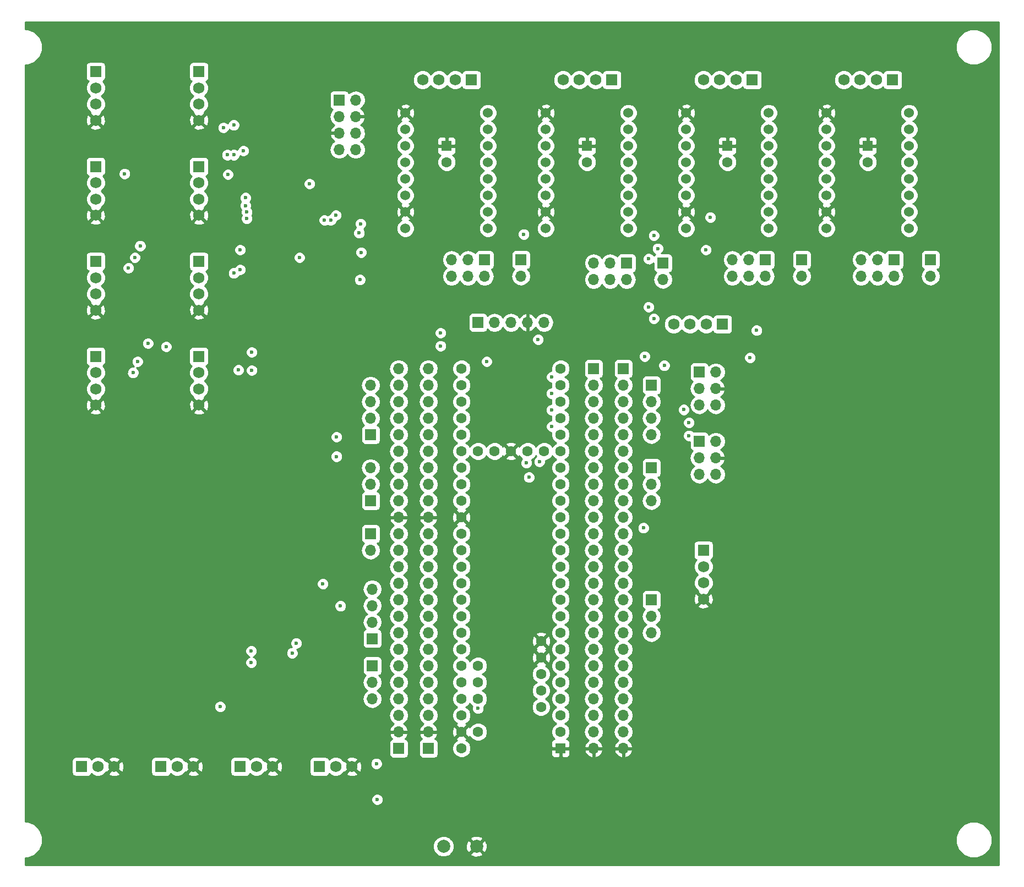
<source format=gbr>
G04 #@! TF.FileFunction,Copper,L3,Inr,Plane*
%FSLAX46Y46*%
G04 Gerber Fmt 4.6, Leading zero omitted, Abs format (unit mm)*
G04 Created by KiCad (PCBNEW 4.0.7-e2-6376~61~ubuntu18.04.1) date Fri Mar 15 16:23:44 2019*
%MOMM*%
%LPD*%
G01*
G04 APERTURE LIST*
%ADD10C,0.100000*%
%ADD11R,1.600000X1.600000*%
%ADD12C,1.600000*%
%ADD13R,1.700000X1.700000*%
%ADD14O,1.700000X1.700000*%
%ADD15C,1.524000*%
%ADD16R,1.750000X1.750000*%
%ADD17C,1.750000*%
%ADD18C,2.000000*%
%ADD19C,0.600000*%
%ADD20C,0.254000*%
G04 APERTURE END LIST*
D10*
D11*
X154700000Y-50210000D03*
D12*
X154700000Y-52710000D03*
D11*
X111520000Y-50210000D03*
D12*
X111520000Y-52710000D03*
D11*
X89930000Y-50210000D03*
D12*
X89930000Y-52710000D03*
D11*
X133110000Y-50210000D03*
D12*
X133110000Y-52710000D03*
D13*
X128792000Y-95676000D03*
D14*
X131332000Y-95676000D03*
X128792000Y-98216000D03*
X131332000Y-98216000D03*
X128792000Y-100756000D03*
X131332000Y-100756000D03*
D13*
X128792000Y-85008000D03*
D14*
X131332000Y-85008000D03*
X128792000Y-87548000D03*
X131332000Y-87548000D03*
X128792000Y-90088000D03*
X131332000Y-90088000D03*
D13*
X78246000Y-109900000D03*
D14*
X78246000Y-112440000D03*
D13*
X94756000Y-77388000D03*
D14*
X97296000Y-77388000D03*
X99836000Y-77388000D03*
X102376000Y-77388000D03*
X104916000Y-77388000D03*
D13*
X78246000Y-104820000D03*
D14*
X78246000Y-102280000D03*
X78246000Y-99740000D03*
D13*
X121426000Y-120060000D03*
D14*
X121426000Y-122600000D03*
X121426000Y-125140000D03*
D13*
X78500000Y-130220000D03*
D14*
X78500000Y-132760000D03*
X78500000Y-135300000D03*
D13*
X78500000Y-126029000D03*
D14*
X78500000Y-123489000D03*
X78500000Y-120949000D03*
X78500000Y-118409000D03*
D13*
X121426000Y-99740000D03*
D14*
X121426000Y-102280000D03*
X121426000Y-104820000D03*
D13*
X78246000Y-94660000D03*
D14*
X78246000Y-92120000D03*
X78246000Y-89580000D03*
X78246000Y-87040000D03*
D13*
X121426000Y-87040000D03*
D14*
X121426000Y-89580000D03*
X121426000Y-92120000D03*
X121426000Y-94660000D03*
D13*
X158764000Y-67736000D03*
D14*
X158764000Y-70276000D03*
X156224000Y-67736000D03*
X156224000Y-70276000D03*
X153684000Y-67736000D03*
X153684000Y-70276000D03*
D13*
X138952000Y-67736000D03*
D14*
X138952000Y-70276000D03*
X136412000Y-67736000D03*
X136412000Y-70276000D03*
X133872000Y-67736000D03*
X133872000Y-70276000D03*
D13*
X117616000Y-68244000D03*
D14*
X117616000Y-70784000D03*
X115076000Y-68244000D03*
X115076000Y-70784000D03*
X112536000Y-68244000D03*
X112536000Y-70784000D03*
D13*
X95772000Y-67736000D03*
D14*
X95772000Y-70276000D03*
X93232000Y-67736000D03*
X93232000Y-70276000D03*
X90692000Y-67736000D03*
X90692000Y-70276000D03*
D13*
X164352000Y-67736000D03*
D14*
X164352000Y-70276000D03*
D13*
X144540000Y-67736000D03*
D14*
X144540000Y-70276000D03*
D13*
X123204000Y-68244000D03*
D14*
X123204000Y-70784000D03*
D13*
X101360000Y-67736000D03*
D14*
X101360000Y-70276000D03*
D12*
X107456000Y-102280000D03*
X107456000Y-99740000D03*
X107456000Y-97200000D03*
X107456000Y-94660000D03*
X107456000Y-104820000D03*
X107456000Y-107360000D03*
X107456000Y-109900000D03*
X107456000Y-92120000D03*
X107456000Y-89580000D03*
X107456000Y-87040000D03*
X107456000Y-84500000D03*
X104916000Y-97200000D03*
X102376000Y-97200000D03*
X99836000Y-97200000D03*
X97296000Y-97200000D03*
X94756000Y-97200000D03*
X92216000Y-84500000D03*
X92216000Y-87040000D03*
X92216000Y-89580000D03*
X92216000Y-92120000D03*
X92216000Y-94660000D03*
X92216000Y-97200000D03*
X92216000Y-99740000D03*
X92216000Y-102280000D03*
X107456000Y-112440000D03*
X107456000Y-114980000D03*
X107456000Y-117520000D03*
X107456000Y-120060000D03*
X107456000Y-122600000D03*
X107456000Y-125140000D03*
X107456000Y-127680000D03*
X107456000Y-130220000D03*
X107456000Y-132760000D03*
X107456000Y-135300000D03*
X107456000Y-137840000D03*
X107456000Y-140380000D03*
D11*
X107456000Y-142920000D03*
D12*
X92216000Y-104820000D03*
X92216000Y-107360000D03*
X92216000Y-109900000D03*
X92216000Y-112440000D03*
X92216000Y-114980000D03*
X92216000Y-117520000D03*
X92216000Y-120060000D03*
X92216000Y-122600000D03*
X92216000Y-125140000D03*
X92216000Y-127680000D03*
X92216000Y-130220000D03*
X92216000Y-132760000D03*
X92216000Y-135300000D03*
X92216000Y-137840000D03*
X92216000Y-140380000D03*
X92216000Y-142920000D03*
X94756000Y-140380000D03*
X94756000Y-135300000D03*
X94756000Y-132760000D03*
X94756000Y-130220000D03*
X104456000Y-136570000D03*
X104456000Y-134030000D03*
X104456000Y-131490000D03*
X104456000Y-128950000D03*
X104456000Y-126410000D03*
D15*
X161050000Y-62910000D03*
X148350000Y-45130000D03*
X161050000Y-60370000D03*
X161050000Y-57830000D03*
X161050000Y-55290000D03*
X161050000Y-52750000D03*
X161050000Y-50210000D03*
X161050000Y-47670000D03*
X161050000Y-45130000D03*
X148350000Y-47670000D03*
X148350000Y-50210000D03*
X148350000Y-52750000D03*
X148350000Y-55290000D03*
X148350000Y-57830000D03*
X148350000Y-60370000D03*
X148350000Y-62910000D03*
X139460000Y-62910000D03*
X126760000Y-45130000D03*
X139460000Y-60370000D03*
X139460000Y-57830000D03*
X139460000Y-55290000D03*
X139460000Y-52750000D03*
X139460000Y-50210000D03*
X139460000Y-47670000D03*
X139460000Y-45130000D03*
X126760000Y-47670000D03*
X126760000Y-50210000D03*
X126760000Y-52750000D03*
X126760000Y-55290000D03*
X126760000Y-57830000D03*
X126760000Y-60370000D03*
X126760000Y-62910000D03*
X117870000Y-62910000D03*
X105170000Y-45130000D03*
X117870000Y-60370000D03*
X117870000Y-57830000D03*
X117870000Y-55290000D03*
X117870000Y-52750000D03*
X117870000Y-50210000D03*
X117870000Y-47670000D03*
X117870000Y-45130000D03*
X105170000Y-47670000D03*
X105170000Y-50210000D03*
X105170000Y-52750000D03*
X105170000Y-55290000D03*
X105170000Y-57830000D03*
X105170000Y-60370000D03*
X105170000Y-62910000D03*
X96280000Y-62910000D03*
X83580000Y-45130000D03*
X96280000Y-60370000D03*
X96280000Y-57830000D03*
X96280000Y-55290000D03*
X96280000Y-52750000D03*
X96280000Y-50210000D03*
X96280000Y-47670000D03*
X96280000Y-45130000D03*
X83580000Y-47670000D03*
X83580000Y-50210000D03*
X83580000Y-52750000D03*
X83580000Y-55290000D03*
X83580000Y-57830000D03*
X83580000Y-60370000D03*
X83580000Y-62910000D03*
D13*
X87136000Y-142920000D03*
D14*
X87136000Y-140380000D03*
X87136000Y-137840000D03*
X87136000Y-135300000D03*
X87136000Y-132760000D03*
X87136000Y-130220000D03*
X87136000Y-127680000D03*
X87136000Y-125140000D03*
X87136000Y-122600000D03*
X87136000Y-120060000D03*
X87136000Y-117520000D03*
X87136000Y-114980000D03*
X87136000Y-112440000D03*
X87136000Y-109900000D03*
X87136000Y-107360000D03*
X87136000Y-104820000D03*
X87136000Y-102280000D03*
X87136000Y-99740000D03*
X87136000Y-97200000D03*
X87136000Y-94660000D03*
X87136000Y-92120000D03*
X87136000Y-89580000D03*
X87136000Y-87040000D03*
X87136000Y-84500000D03*
D13*
X82564000Y-142920000D03*
D14*
X82564000Y-140380000D03*
X82564000Y-137840000D03*
X82564000Y-135300000D03*
X82564000Y-132760000D03*
X82564000Y-130220000D03*
X82564000Y-127680000D03*
X82564000Y-125140000D03*
X82564000Y-122600000D03*
X82564000Y-120060000D03*
X82564000Y-117520000D03*
X82564000Y-114980000D03*
X82564000Y-112440000D03*
X82564000Y-109900000D03*
X82564000Y-107360000D03*
X82564000Y-104820000D03*
X82564000Y-102280000D03*
X82564000Y-99740000D03*
X82564000Y-97200000D03*
X82564000Y-94660000D03*
X82564000Y-92120000D03*
X82564000Y-89580000D03*
X82564000Y-87040000D03*
X82564000Y-84500000D03*
D13*
X117108000Y-84500000D03*
D14*
X117108000Y-87040000D03*
X117108000Y-89580000D03*
X117108000Y-92120000D03*
X117108000Y-94660000D03*
X117108000Y-97200000D03*
X117108000Y-99740000D03*
X117108000Y-102280000D03*
X117108000Y-104820000D03*
X117108000Y-107360000D03*
X117108000Y-109900000D03*
X117108000Y-112440000D03*
X117108000Y-114980000D03*
X117108000Y-117520000D03*
X117108000Y-120060000D03*
X117108000Y-122600000D03*
X117108000Y-125140000D03*
X117108000Y-127680000D03*
X117108000Y-130220000D03*
X117108000Y-132760000D03*
X117108000Y-135300000D03*
X117108000Y-137840000D03*
X117108000Y-140380000D03*
X117108000Y-142920000D03*
D13*
X112536000Y-84500000D03*
D14*
X112536000Y-87040000D03*
X112536000Y-89580000D03*
X112536000Y-92120000D03*
X112536000Y-94660000D03*
X112536000Y-97200000D03*
X112536000Y-99740000D03*
X112536000Y-102280000D03*
X112536000Y-104820000D03*
X112536000Y-107360000D03*
X112536000Y-109900000D03*
X112536000Y-112440000D03*
X112536000Y-114980000D03*
X112536000Y-117520000D03*
X112536000Y-120060000D03*
X112536000Y-122600000D03*
X112536000Y-125140000D03*
X112536000Y-127680000D03*
X112536000Y-130220000D03*
X112536000Y-132760000D03*
X112536000Y-135300000D03*
X112536000Y-137840000D03*
X112536000Y-140380000D03*
X112536000Y-142920000D03*
D16*
X33796000Y-145714000D03*
D17*
X36296000Y-145714000D03*
X38796000Y-145714000D03*
D16*
X45988000Y-145714000D03*
D17*
X48488000Y-145714000D03*
X50988000Y-145714000D03*
D16*
X58180000Y-145714000D03*
D17*
X60680000Y-145714000D03*
X63180000Y-145714000D03*
D16*
X132348000Y-77642000D03*
D17*
X129848000Y-77642000D03*
X127348000Y-77642000D03*
X124848000Y-77642000D03*
D16*
X70372000Y-145714000D03*
D17*
X72872000Y-145714000D03*
X75372000Y-145714000D03*
D16*
X35955000Y-38780000D03*
D17*
X35955000Y-41280000D03*
X35955000Y-43780000D03*
X35955000Y-46280000D03*
D16*
X35955000Y-53385000D03*
D17*
X35955000Y-55885000D03*
X35955000Y-58385000D03*
X35955000Y-60885000D03*
D16*
X35955000Y-67990000D03*
D17*
X35955000Y-70490000D03*
X35955000Y-72990000D03*
X35955000Y-75490000D03*
D16*
X35955000Y-82595000D03*
D17*
X35955000Y-85095000D03*
X35955000Y-87595000D03*
X35955000Y-90095000D03*
D16*
X51830000Y-82595000D03*
D17*
X51830000Y-85095000D03*
X51830000Y-87595000D03*
X51830000Y-90095000D03*
D16*
X51830000Y-67990000D03*
D17*
X51830000Y-70490000D03*
X51830000Y-72990000D03*
X51830000Y-75490000D03*
D16*
X51830000Y-53385000D03*
D17*
X51830000Y-55885000D03*
X51830000Y-58385000D03*
X51830000Y-60885000D03*
D16*
X51830000Y-38780000D03*
D17*
X51830000Y-41280000D03*
X51830000Y-43780000D03*
X51830000Y-46280000D03*
D16*
X129427000Y-112440000D03*
D17*
X129427000Y-114940000D03*
X129427000Y-117440000D03*
X129427000Y-119940000D03*
D13*
X73420000Y-43161500D03*
D14*
X75960000Y-43161500D03*
X73420000Y-45701500D03*
X75960000Y-45701500D03*
X73420000Y-48241500D03*
X75960000Y-48241500D03*
X73420000Y-50781500D03*
X75960000Y-50781500D03*
D16*
X158510000Y-40050000D03*
D17*
X156010000Y-40050000D03*
X153510000Y-40050000D03*
X151010000Y-40050000D03*
D16*
X136920000Y-40050000D03*
D17*
X134420000Y-40050000D03*
X131920000Y-40050000D03*
X129420000Y-40050000D03*
D16*
X115330000Y-40050000D03*
D17*
X112830000Y-40050000D03*
X110330000Y-40050000D03*
X107830000Y-40050000D03*
D16*
X93740000Y-40050000D03*
D17*
X91240000Y-40050000D03*
X88740000Y-40050000D03*
X86240000Y-40050000D03*
D18*
X89460000Y-158000000D03*
X94540000Y-158000000D03*
D19*
X83000000Y-76000000D03*
X57600000Y-124000000D03*
X65500000Y-126000000D03*
X99800000Y-83200000D03*
X43000000Y-126500000D03*
X76700000Y-59200000D03*
X68800000Y-66200000D03*
X66500000Y-80500000D03*
X66700000Y-88600000D03*
X61100000Y-103300000D03*
X67659500Y-135059500D03*
X96100000Y-83400000D03*
X41000000Y-69000000D03*
X46800000Y-81100000D03*
X41700000Y-85100000D03*
X76800000Y-66600000D03*
X76700000Y-62200000D03*
X40400000Y-54500000D03*
X56300000Y-54600000D03*
X67300000Y-67400000D03*
X57200000Y-69800000D03*
X57900000Y-84700000D03*
X55100000Y-136500000D03*
X58688000Y-50972000D03*
X68848000Y-56052000D03*
X59000000Y-58200000D03*
X42000000Y-67400000D03*
X59000000Y-59400000D03*
X42800000Y-65600000D03*
X59200000Y-60400000D03*
X44000000Y-80600000D03*
X42400000Y-83400000D03*
X59200000Y-61400000D03*
X57200000Y-47000000D03*
X57200000Y-51600000D03*
X55600000Y-47400000D03*
X56200000Y-51600000D03*
X58180000Y-69260000D03*
X58180000Y-66212000D03*
X59958000Y-84754000D03*
X59958000Y-81960000D03*
X130500000Y-61200000D03*
X73600000Y-121000000D03*
X70900000Y-117600000D03*
X79262000Y-150794000D03*
X79135000Y-145269500D03*
X66816000Y-126727500D03*
X66181000Y-128251500D03*
X59894500Y-129712000D03*
X59894500Y-127934000D03*
X76600000Y-70800000D03*
X106059000Y-88310000D03*
X106122500Y-85770000D03*
X106059000Y-90850000D03*
X71134000Y-61640000D03*
X72150000Y-61640000D03*
X72912000Y-60878000D03*
X73000000Y-98000000D03*
X73000000Y-95000000D03*
X89000000Y-81000000D03*
X89000000Y-79000000D03*
X76468000Y-63608500D03*
X101800000Y-63800000D03*
X104200000Y-98800000D03*
X104000000Y-80000000D03*
X127200000Y-94800000D03*
X127200000Y-92800000D03*
X121800000Y-64000000D03*
X122400000Y-66000000D03*
X121000000Y-67600000D03*
X121000000Y-75000000D03*
X121800000Y-76800000D03*
X120400000Y-82600000D03*
X123400000Y-84000000D03*
X137600000Y-78600000D03*
X136600000Y-82800000D03*
X126400000Y-90800000D03*
X120200000Y-109000000D03*
X94756000Y-136760500D03*
X102200000Y-99000000D03*
X102600000Y-101200000D03*
X106122500Y-93390000D03*
X129808000Y-66212000D03*
D20*
G36*
X174873000Y-160873000D02*
X25127000Y-160873000D01*
X25127000Y-159785111D01*
X25551540Y-159785482D01*
X26575515Y-159362384D01*
X27359631Y-158579635D01*
X27465865Y-158323795D01*
X87824716Y-158323795D01*
X88073106Y-158924943D01*
X88532637Y-159385278D01*
X89133352Y-159634716D01*
X89783795Y-159635284D01*
X90384943Y-159386894D01*
X90619715Y-159152532D01*
X93567073Y-159152532D01*
X93665736Y-159419387D01*
X94275461Y-159645908D01*
X94925460Y-159621856D01*
X95414264Y-159419387D01*
X95512927Y-159152532D01*
X94540000Y-158179605D01*
X93567073Y-159152532D01*
X90619715Y-159152532D01*
X90845278Y-158927363D01*
X91094716Y-158326648D01*
X91095232Y-157735461D01*
X92894092Y-157735461D01*
X92918144Y-158385460D01*
X93120613Y-158874264D01*
X93387468Y-158972927D01*
X94360395Y-158000000D01*
X94719605Y-158000000D01*
X95692532Y-158972927D01*
X95959387Y-158874264D01*
X96185908Y-158264539D01*
X96161856Y-157614540D01*
X96135761Y-157551540D01*
X168214518Y-157551540D01*
X168637616Y-158575515D01*
X169420365Y-159359631D01*
X170443599Y-159784515D01*
X171551540Y-159785482D01*
X172575515Y-159362384D01*
X173359631Y-158579635D01*
X173784515Y-157556401D01*
X173785482Y-156448460D01*
X173362384Y-155424485D01*
X172579635Y-154640369D01*
X171556401Y-154215485D01*
X170448460Y-154214518D01*
X169424485Y-154637616D01*
X168640369Y-155420365D01*
X168215485Y-156443599D01*
X168214518Y-157551540D01*
X96135761Y-157551540D01*
X95959387Y-157125736D01*
X95692532Y-157027073D01*
X94719605Y-158000000D01*
X94360395Y-158000000D01*
X93387468Y-157027073D01*
X93120613Y-157125736D01*
X92894092Y-157735461D01*
X91095232Y-157735461D01*
X91095284Y-157676205D01*
X90846894Y-157075057D01*
X90619703Y-156847468D01*
X93567073Y-156847468D01*
X94540000Y-157820395D01*
X95512927Y-156847468D01*
X95414264Y-156580613D01*
X94804539Y-156354092D01*
X94154540Y-156378144D01*
X93665736Y-156580613D01*
X93567073Y-156847468D01*
X90619703Y-156847468D01*
X90387363Y-156614722D01*
X89786648Y-156365284D01*
X89136205Y-156364716D01*
X88535057Y-156613106D01*
X88074722Y-157072637D01*
X87825284Y-157673352D01*
X87824716Y-158323795D01*
X27465865Y-158323795D01*
X27784515Y-157556401D01*
X27785482Y-156448460D01*
X27362384Y-155424485D01*
X26579635Y-154640369D01*
X25556401Y-154215485D01*
X25127000Y-154215110D01*
X25127000Y-150979167D01*
X78326838Y-150979167D01*
X78468883Y-151322943D01*
X78731673Y-151586192D01*
X79075201Y-151728838D01*
X79447167Y-151729162D01*
X79790943Y-151587117D01*
X80054192Y-151324327D01*
X80196838Y-150980799D01*
X80197162Y-150608833D01*
X80055117Y-150265057D01*
X79792327Y-150001808D01*
X79448799Y-149859162D01*
X79076833Y-149858838D01*
X78733057Y-150000883D01*
X78469808Y-150263673D01*
X78327162Y-150607201D01*
X78326838Y-150979167D01*
X25127000Y-150979167D01*
X25127000Y-144839000D01*
X32273560Y-144839000D01*
X32273560Y-146589000D01*
X32317838Y-146824317D01*
X32456910Y-147040441D01*
X32669110Y-147185431D01*
X32921000Y-147236440D01*
X34671000Y-147236440D01*
X34906317Y-147192162D01*
X35122441Y-147053090D01*
X35267431Y-146840890D01*
X35270786Y-146824324D01*
X35439537Y-146993370D01*
X35994325Y-147223738D01*
X36595040Y-147224262D01*
X37150229Y-146994862D01*
X37369413Y-146776060D01*
X37913545Y-146776060D01*
X37996884Y-147029953D01*
X38561306Y-147235590D01*
X39161458Y-147209579D01*
X39595116Y-147029953D01*
X39678455Y-146776060D01*
X38796000Y-145893605D01*
X37913545Y-146776060D01*
X37369413Y-146776060D01*
X37575370Y-146570463D01*
X37584892Y-146547531D01*
X37733940Y-146596455D01*
X38616395Y-145714000D01*
X38975605Y-145714000D01*
X39858060Y-146596455D01*
X40111953Y-146513116D01*
X40317590Y-145948694D01*
X40291579Y-145348542D01*
X40111953Y-144914884D01*
X39880772Y-144839000D01*
X44465560Y-144839000D01*
X44465560Y-146589000D01*
X44509838Y-146824317D01*
X44648910Y-147040441D01*
X44861110Y-147185431D01*
X45113000Y-147236440D01*
X46863000Y-147236440D01*
X47098317Y-147192162D01*
X47314441Y-147053090D01*
X47459431Y-146840890D01*
X47462786Y-146824324D01*
X47631537Y-146993370D01*
X48186325Y-147223738D01*
X48787040Y-147224262D01*
X49342229Y-146994862D01*
X49561413Y-146776060D01*
X50105545Y-146776060D01*
X50188884Y-147029953D01*
X50753306Y-147235590D01*
X51353458Y-147209579D01*
X51787116Y-147029953D01*
X51870455Y-146776060D01*
X50988000Y-145893605D01*
X50105545Y-146776060D01*
X49561413Y-146776060D01*
X49767370Y-146570463D01*
X49776892Y-146547531D01*
X49925940Y-146596455D01*
X50808395Y-145714000D01*
X51167605Y-145714000D01*
X52050060Y-146596455D01*
X52303953Y-146513116D01*
X52509590Y-145948694D01*
X52483579Y-145348542D01*
X52303953Y-144914884D01*
X52072772Y-144839000D01*
X56657560Y-144839000D01*
X56657560Y-146589000D01*
X56701838Y-146824317D01*
X56840910Y-147040441D01*
X57053110Y-147185431D01*
X57305000Y-147236440D01*
X59055000Y-147236440D01*
X59290317Y-147192162D01*
X59506441Y-147053090D01*
X59651431Y-146840890D01*
X59654786Y-146824324D01*
X59823537Y-146993370D01*
X60378325Y-147223738D01*
X60979040Y-147224262D01*
X61534229Y-146994862D01*
X61753413Y-146776060D01*
X62297545Y-146776060D01*
X62380884Y-147029953D01*
X62945306Y-147235590D01*
X63545458Y-147209579D01*
X63979116Y-147029953D01*
X64062455Y-146776060D01*
X63180000Y-145893605D01*
X62297545Y-146776060D01*
X61753413Y-146776060D01*
X61959370Y-146570463D01*
X61968892Y-146547531D01*
X62117940Y-146596455D01*
X63000395Y-145714000D01*
X63359605Y-145714000D01*
X64242060Y-146596455D01*
X64495953Y-146513116D01*
X64701590Y-145948694D01*
X64675579Y-145348542D01*
X64495953Y-144914884D01*
X64264772Y-144839000D01*
X68849560Y-144839000D01*
X68849560Y-146589000D01*
X68893838Y-146824317D01*
X69032910Y-147040441D01*
X69245110Y-147185431D01*
X69497000Y-147236440D01*
X71247000Y-147236440D01*
X71482317Y-147192162D01*
X71698441Y-147053090D01*
X71843431Y-146840890D01*
X71846786Y-146824324D01*
X72015537Y-146993370D01*
X72570325Y-147223738D01*
X73171040Y-147224262D01*
X73726229Y-146994862D01*
X73945413Y-146776060D01*
X74489545Y-146776060D01*
X74572884Y-147029953D01*
X75137306Y-147235590D01*
X75737458Y-147209579D01*
X76171116Y-147029953D01*
X76254455Y-146776060D01*
X75372000Y-145893605D01*
X74489545Y-146776060D01*
X73945413Y-146776060D01*
X74151370Y-146570463D01*
X74160892Y-146547531D01*
X74309940Y-146596455D01*
X75192395Y-145714000D01*
X75551605Y-145714000D01*
X76434060Y-146596455D01*
X76687953Y-146513116D01*
X76893590Y-145948694D01*
X76872179Y-145454667D01*
X78199838Y-145454667D01*
X78341883Y-145798443D01*
X78604673Y-146061692D01*
X78948201Y-146204338D01*
X79320167Y-146204662D01*
X79663943Y-146062617D01*
X79927192Y-145799827D01*
X80069838Y-145456299D01*
X80070162Y-145084333D01*
X79928117Y-144740557D01*
X79665327Y-144477308D01*
X79321799Y-144334662D01*
X78949833Y-144334338D01*
X78606057Y-144476383D01*
X78342808Y-144739173D01*
X78200162Y-145082701D01*
X78199838Y-145454667D01*
X76872179Y-145454667D01*
X76867579Y-145348542D01*
X76687953Y-144914884D01*
X76434060Y-144831545D01*
X75551605Y-145714000D01*
X75192395Y-145714000D01*
X74309940Y-144831545D01*
X74161352Y-144880318D01*
X74152862Y-144859771D01*
X73945394Y-144651940D01*
X74489545Y-144651940D01*
X75372000Y-145534395D01*
X76254455Y-144651940D01*
X76171116Y-144398047D01*
X75606694Y-144192410D01*
X75006542Y-144218421D01*
X74572884Y-144398047D01*
X74489545Y-144651940D01*
X73945394Y-144651940D01*
X73728463Y-144434630D01*
X73173675Y-144204262D01*
X72572960Y-144203738D01*
X72017771Y-144433138D01*
X71848897Y-144601717D01*
X71711090Y-144387559D01*
X71498890Y-144242569D01*
X71247000Y-144191560D01*
X69497000Y-144191560D01*
X69261683Y-144235838D01*
X69045559Y-144374910D01*
X68900569Y-144587110D01*
X68849560Y-144839000D01*
X64264772Y-144839000D01*
X64242060Y-144831545D01*
X63359605Y-145714000D01*
X63000395Y-145714000D01*
X62117940Y-144831545D01*
X61969352Y-144880318D01*
X61960862Y-144859771D01*
X61753394Y-144651940D01*
X62297545Y-144651940D01*
X63180000Y-145534395D01*
X64062455Y-144651940D01*
X63979116Y-144398047D01*
X63414694Y-144192410D01*
X62814542Y-144218421D01*
X62380884Y-144398047D01*
X62297545Y-144651940D01*
X61753394Y-144651940D01*
X61536463Y-144434630D01*
X60981675Y-144204262D01*
X60380960Y-144203738D01*
X59825771Y-144433138D01*
X59656897Y-144601717D01*
X59519090Y-144387559D01*
X59306890Y-144242569D01*
X59055000Y-144191560D01*
X57305000Y-144191560D01*
X57069683Y-144235838D01*
X56853559Y-144374910D01*
X56708569Y-144587110D01*
X56657560Y-144839000D01*
X52072772Y-144839000D01*
X52050060Y-144831545D01*
X51167605Y-145714000D01*
X50808395Y-145714000D01*
X49925940Y-144831545D01*
X49777352Y-144880318D01*
X49768862Y-144859771D01*
X49561394Y-144651940D01*
X50105545Y-144651940D01*
X50988000Y-145534395D01*
X51870455Y-144651940D01*
X51787116Y-144398047D01*
X51222694Y-144192410D01*
X50622542Y-144218421D01*
X50188884Y-144398047D01*
X50105545Y-144651940D01*
X49561394Y-144651940D01*
X49344463Y-144434630D01*
X48789675Y-144204262D01*
X48188960Y-144203738D01*
X47633771Y-144433138D01*
X47464897Y-144601717D01*
X47327090Y-144387559D01*
X47114890Y-144242569D01*
X46863000Y-144191560D01*
X45113000Y-144191560D01*
X44877683Y-144235838D01*
X44661559Y-144374910D01*
X44516569Y-144587110D01*
X44465560Y-144839000D01*
X39880772Y-144839000D01*
X39858060Y-144831545D01*
X38975605Y-145714000D01*
X38616395Y-145714000D01*
X37733940Y-144831545D01*
X37585352Y-144880318D01*
X37576862Y-144859771D01*
X37369394Y-144651940D01*
X37913545Y-144651940D01*
X38796000Y-145534395D01*
X39678455Y-144651940D01*
X39595116Y-144398047D01*
X39030694Y-144192410D01*
X38430542Y-144218421D01*
X37996884Y-144398047D01*
X37913545Y-144651940D01*
X37369394Y-144651940D01*
X37152463Y-144434630D01*
X36597675Y-144204262D01*
X35996960Y-144203738D01*
X35441771Y-144433138D01*
X35272897Y-144601717D01*
X35135090Y-144387559D01*
X34922890Y-144242569D01*
X34671000Y-144191560D01*
X32921000Y-144191560D01*
X32685683Y-144235838D01*
X32469559Y-144374910D01*
X32324569Y-144587110D01*
X32273560Y-144839000D01*
X25127000Y-144839000D01*
X25127000Y-142070000D01*
X81066560Y-142070000D01*
X81066560Y-143770000D01*
X81110838Y-144005317D01*
X81249910Y-144221441D01*
X81462110Y-144366431D01*
X81714000Y-144417440D01*
X83414000Y-144417440D01*
X83649317Y-144373162D01*
X83865441Y-144234090D01*
X84010431Y-144021890D01*
X84061440Y-143770000D01*
X84061440Y-142070000D01*
X85638560Y-142070000D01*
X85638560Y-143770000D01*
X85682838Y-144005317D01*
X85821910Y-144221441D01*
X86034110Y-144366431D01*
X86286000Y-144417440D01*
X87986000Y-144417440D01*
X88221317Y-144373162D01*
X88437441Y-144234090D01*
X88582431Y-144021890D01*
X88633440Y-143770000D01*
X88633440Y-143204187D01*
X90780752Y-143204187D01*
X90998757Y-143731800D01*
X91402077Y-144135824D01*
X91929309Y-144354750D01*
X92500187Y-144355248D01*
X93027800Y-144137243D01*
X93431824Y-143733923D01*
X93650750Y-143206691D01*
X93650750Y-143205750D01*
X106021000Y-143205750D01*
X106021000Y-143846309D01*
X106117673Y-144079698D01*
X106296301Y-144258327D01*
X106529690Y-144355000D01*
X107170250Y-144355000D01*
X107329000Y-144196250D01*
X107329000Y-143047000D01*
X107583000Y-143047000D01*
X107583000Y-144196250D01*
X107741750Y-144355000D01*
X108382310Y-144355000D01*
X108615699Y-144258327D01*
X108794327Y-144079698D01*
X108891000Y-143846309D01*
X108891000Y-143276890D01*
X111094524Y-143276890D01*
X111264355Y-143686924D01*
X111654642Y-144115183D01*
X112179108Y-144361486D01*
X112409000Y-144240819D01*
X112409000Y-143047000D01*
X112663000Y-143047000D01*
X112663000Y-144240819D01*
X112892892Y-144361486D01*
X113417358Y-144115183D01*
X113807645Y-143686924D01*
X113977476Y-143276890D01*
X115666524Y-143276890D01*
X115836355Y-143686924D01*
X116226642Y-144115183D01*
X116751108Y-144361486D01*
X116981000Y-144240819D01*
X116981000Y-143047000D01*
X117235000Y-143047000D01*
X117235000Y-144240819D01*
X117464892Y-144361486D01*
X117989358Y-144115183D01*
X118379645Y-143686924D01*
X118549476Y-143276890D01*
X118428155Y-143047000D01*
X117235000Y-143047000D01*
X116981000Y-143047000D01*
X115787845Y-143047000D01*
X115666524Y-143276890D01*
X113977476Y-143276890D01*
X113856155Y-143047000D01*
X112663000Y-143047000D01*
X112409000Y-143047000D01*
X111215845Y-143047000D01*
X111094524Y-143276890D01*
X108891000Y-143276890D01*
X108891000Y-143205750D01*
X108732250Y-143047000D01*
X107583000Y-143047000D01*
X107329000Y-143047000D01*
X106179750Y-143047000D01*
X106021000Y-143205750D01*
X93650750Y-143205750D01*
X93651248Y-142635813D01*
X93433243Y-142108200D01*
X93029923Y-141704176D01*
X92915232Y-141656552D01*
X92970005Y-141633864D01*
X93044139Y-141387745D01*
X92216000Y-140559605D01*
X91387861Y-141387745D01*
X91461995Y-141633864D01*
X91520254Y-141654805D01*
X91404200Y-141702757D01*
X91000176Y-142106077D01*
X90781250Y-142633309D01*
X90780752Y-143204187D01*
X88633440Y-143204187D01*
X88633440Y-142070000D01*
X88589162Y-141834683D01*
X88450090Y-141618559D01*
X88237890Y-141473569D01*
X88129893Y-141451699D01*
X88407645Y-141146924D01*
X88577476Y-140736890D01*
X88456155Y-140507000D01*
X87263000Y-140507000D01*
X87263000Y-140527000D01*
X87009000Y-140527000D01*
X87009000Y-140507000D01*
X85815845Y-140507000D01*
X85694524Y-140736890D01*
X85864355Y-141146924D01*
X86140501Y-141449937D01*
X86050683Y-141466838D01*
X85834559Y-141605910D01*
X85689569Y-141818110D01*
X85638560Y-142070000D01*
X84061440Y-142070000D01*
X84017162Y-141834683D01*
X83878090Y-141618559D01*
X83665890Y-141473569D01*
X83557893Y-141451699D01*
X83835645Y-141146924D01*
X84005476Y-140736890D01*
X83884155Y-140507000D01*
X82691000Y-140507000D01*
X82691000Y-140527000D01*
X82437000Y-140527000D01*
X82437000Y-140507000D01*
X81243845Y-140507000D01*
X81122524Y-140736890D01*
X81292355Y-141146924D01*
X81568501Y-141449937D01*
X81478683Y-141466838D01*
X81262559Y-141605910D01*
X81117569Y-141818110D01*
X81066560Y-142070000D01*
X25127000Y-142070000D01*
X25127000Y-136685167D01*
X54164838Y-136685167D01*
X54306883Y-137028943D01*
X54569673Y-137292192D01*
X54913201Y-137434838D01*
X55285167Y-137435162D01*
X55628943Y-137293117D01*
X55892192Y-137030327D01*
X56034838Y-136686799D01*
X56035162Y-136314833D01*
X55893117Y-135971057D01*
X55630327Y-135707808D01*
X55286799Y-135565162D01*
X54914833Y-135564838D01*
X54571057Y-135706883D01*
X54307808Y-135969673D01*
X54165162Y-136313201D01*
X54164838Y-136685167D01*
X25127000Y-136685167D01*
X25127000Y-132760000D01*
X76985907Y-132760000D01*
X77098946Y-133328285D01*
X77420853Y-133810054D01*
X77750026Y-134030000D01*
X77420853Y-134249946D01*
X77098946Y-134731715D01*
X76985907Y-135300000D01*
X77098946Y-135868285D01*
X77420853Y-136350054D01*
X77902622Y-136671961D01*
X78470907Y-136785000D01*
X78529093Y-136785000D01*
X79097378Y-136671961D01*
X79579147Y-136350054D01*
X79901054Y-135868285D01*
X80014093Y-135300000D01*
X79901054Y-134731715D01*
X79579147Y-134249946D01*
X79249974Y-134030000D01*
X79579147Y-133810054D01*
X79901054Y-133328285D01*
X80014093Y-132760000D01*
X79901054Y-132191715D01*
X79579147Y-131709946D01*
X79537548Y-131682150D01*
X79585317Y-131673162D01*
X79801441Y-131534090D01*
X79946431Y-131321890D01*
X79997440Y-131070000D01*
X79997440Y-129370000D01*
X79953162Y-129134683D01*
X79814090Y-128918559D01*
X79601890Y-128773569D01*
X79350000Y-128722560D01*
X77650000Y-128722560D01*
X77414683Y-128766838D01*
X77198559Y-128905910D01*
X77053569Y-129118110D01*
X77002560Y-129370000D01*
X77002560Y-131070000D01*
X77046838Y-131305317D01*
X77185910Y-131521441D01*
X77398110Y-131666431D01*
X77465541Y-131680086D01*
X77420853Y-131709946D01*
X77098946Y-132191715D01*
X76985907Y-132760000D01*
X25127000Y-132760000D01*
X25127000Y-128119167D01*
X58959338Y-128119167D01*
X59101383Y-128462943D01*
X59364173Y-128726192D01*
X59597461Y-128823062D01*
X59365557Y-128918883D01*
X59102308Y-129181673D01*
X58959662Y-129525201D01*
X58959338Y-129897167D01*
X59101383Y-130240943D01*
X59364173Y-130504192D01*
X59707701Y-130646838D01*
X60079667Y-130647162D01*
X60423443Y-130505117D01*
X60686692Y-130242327D01*
X60829338Y-129898799D01*
X60829662Y-129526833D01*
X60687617Y-129183057D01*
X60424827Y-128919808D01*
X60191539Y-128822938D01*
X60423443Y-128727117D01*
X60686692Y-128464327D01*
X60698177Y-128436667D01*
X65245838Y-128436667D01*
X65387883Y-128780443D01*
X65650673Y-129043692D01*
X65994201Y-129186338D01*
X66366167Y-129186662D01*
X66709943Y-129044617D01*
X66973192Y-128781827D01*
X67115838Y-128438299D01*
X67116162Y-128066333D01*
X66974117Y-127722557D01*
X66914251Y-127662586D01*
X67001167Y-127662662D01*
X67344943Y-127520617D01*
X67608192Y-127257827D01*
X67750838Y-126914299D01*
X67751162Y-126542333D01*
X67609117Y-126198557D01*
X67346327Y-125935308D01*
X67002799Y-125792662D01*
X66630833Y-125792338D01*
X66287057Y-125934383D01*
X66023808Y-126197173D01*
X65881162Y-126540701D01*
X65880838Y-126912667D01*
X66022883Y-127256443D01*
X66082749Y-127316414D01*
X65995833Y-127316338D01*
X65652057Y-127458383D01*
X65388808Y-127721173D01*
X65246162Y-128064701D01*
X65245838Y-128436667D01*
X60698177Y-128436667D01*
X60829338Y-128120799D01*
X60829662Y-127748833D01*
X60687617Y-127405057D01*
X60424827Y-127141808D01*
X60081299Y-126999162D01*
X59709333Y-126998838D01*
X59365557Y-127140883D01*
X59102308Y-127403673D01*
X58959662Y-127747201D01*
X58959338Y-128119167D01*
X25127000Y-128119167D01*
X25127000Y-121185167D01*
X72664838Y-121185167D01*
X72806883Y-121528943D01*
X73069673Y-121792192D01*
X73413201Y-121934838D01*
X73785167Y-121935162D01*
X74128943Y-121793117D01*
X74392192Y-121530327D01*
X74534838Y-121186799D01*
X74535162Y-120814833D01*
X74393117Y-120471057D01*
X74130327Y-120207808D01*
X73786799Y-120065162D01*
X73414833Y-120064838D01*
X73071057Y-120206883D01*
X72807808Y-120469673D01*
X72665162Y-120813201D01*
X72664838Y-121185167D01*
X25127000Y-121185167D01*
X25127000Y-117785167D01*
X69964838Y-117785167D01*
X70106883Y-118128943D01*
X70369673Y-118392192D01*
X70713201Y-118534838D01*
X71085167Y-118535162D01*
X71390503Y-118409000D01*
X76985907Y-118409000D01*
X77098946Y-118977285D01*
X77420853Y-119459054D01*
X77750026Y-119679000D01*
X77420853Y-119898946D01*
X77098946Y-120380715D01*
X76985907Y-120949000D01*
X77098946Y-121517285D01*
X77420853Y-121999054D01*
X77750026Y-122219000D01*
X77420853Y-122438946D01*
X77098946Y-122920715D01*
X76985907Y-123489000D01*
X77098946Y-124057285D01*
X77420853Y-124539054D01*
X77462452Y-124566850D01*
X77414683Y-124575838D01*
X77198559Y-124714910D01*
X77053569Y-124927110D01*
X77002560Y-125179000D01*
X77002560Y-126879000D01*
X77046838Y-127114317D01*
X77185910Y-127330441D01*
X77398110Y-127475431D01*
X77650000Y-127526440D01*
X79350000Y-127526440D01*
X79585317Y-127482162D01*
X79801441Y-127343090D01*
X79946431Y-127130890D01*
X79997440Y-126879000D01*
X79997440Y-125179000D01*
X79953162Y-124943683D01*
X79814090Y-124727559D01*
X79601890Y-124582569D01*
X79534459Y-124568914D01*
X79579147Y-124539054D01*
X79901054Y-124057285D01*
X80014093Y-123489000D01*
X79901054Y-122920715D01*
X79579147Y-122438946D01*
X79249974Y-122219000D01*
X79579147Y-121999054D01*
X79901054Y-121517285D01*
X80014093Y-120949000D01*
X79901054Y-120380715D01*
X79579147Y-119898946D01*
X79249974Y-119679000D01*
X79579147Y-119459054D01*
X79901054Y-118977285D01*
X80014093Y-118409000D01*
X79901054Y-117840715D01*
X79579147Y-117358946D01*
X79097378Y-117037039D01*
X78529093Y-116924000D01*
X78470907Y-116924000D01*
X77902622Y-117037039D01*
X77420853Y-117358946D01*
X77098946Y-117840715D01*
X76985907Y-118409000D01*
X71390503Y-118409000D01*
X71428943Y-118393117D01*
X71692192Y-118130327D01*
X71834838Y-117786799D01*
X71835162Y-117414833D01*
X71693117Y-117071057D01*
X71430327Y-116807808D01*
X71086799Y-116665162D01*
X70714833Y-116664838D01*
X70371057Y-116806883D01*
X70107808Y-117069673D01*
X69965162Y-117413201D01*
X69964838Y-117785167D01*
X25127000Y-117785167D01*
X25127000Y-112440000D01*
X76731907Y-112440000D01*
X76844946Y-113008285D01*
X77166853Y-113490054D01*
X77648622Y-113811961D01*
X78216907Y-113925000D01*
X78275093Y-113925000D01*
X78843378Y-113811961D01*
X79325147Y-113490054D01*
X79647054Y-113008285D01*
X79760093Y-112440000D01*
X79647054Y-111871715D01*
X79325147Y-111389946D01*
X79283548Y-111362150D01*
X79331317Y-111353162D01*
X79547441Y-111214090D01*
X79692431Y-111001890D01*
X79743440Y-110750000D01*
X79743440Y-109900000D01*
X81049907Y-109900000D01*
X81162946Y-110468285D01*
X81484853Y-110950054D01*
X81814026Y-111170000D01*
X81484853Y-111389946D01*
X81162946Y-111871715D01*
X81049907Y-112440000D01*
X81162946Y-113008285D01*
X81484853Y-113490054D01*
X81814026Y-113710000D01*
X81484853Y-113929946D01*
X81162946Y-114411715D01*
X81049907Y-114980000D01*
X81162946Y-115548285D01*
X81484853Y-116030054D01*
X81814026Y-116250000D01*
X81484853Y-116469946D01*
X81162946Y-116951715D01*
X81049907Y-117520000D01*
X81162946Y-118088285D01*
X81484853Y-118570054D01*
X81814026Y-118790000D01*
X81484853Y-119009946D01*
X81162946Y-119491715D01*
X81049907Y-120060000D01*
X81162946Y-120628285D01*
X81484853Y-121110054D01*
X81814026Y-121330000D01*
X81484853Y-121549946D01*
X81162946Y-122031715D01*
X81049907Y-122600000D01*
X81162946Y-123168285D01*
X81484853Y-123650054D01*
X81814026Y-123870000D01*
X81484853Y-124089946D01*
X81162946Y-124571715D01*
X81049907Y-125140000D01*
X81162946Y-125708285D01*
X81484853Y-126190054D01*
X81814026Y-126410000D01*
X81484853Y-126629946D01*
X81162946Y-127111715D01*
X81049907Y-127680000D01*
X81162946Y-128248285D01*
X81484853Y-128730054D01*
X81814026Y-128950000D01*
X81484853Y-129169946D01*
X81162946Y-129651715D01*
X81049907Y-130220000D01*
X81162946Y-130788285D01*
X81484853Y-131270054D01*
X81814026Y-131490000D01*
X81484853Y-131709946D01*
X81162946Y-132191715D01*
X81049907Y-132760000D01*
X81162946Y-133328285D01*
X81484853Y-133810054D01*
X81814026Y-134030000D01*
X81484853Y-134249946D01*
X81162946Y-134731715D01*
X81049907Y-135300000D01*
X81162946Y-135868285D01*
X81484853Y-136350054D01*
X81814026Y-136570000D01*
X81484853Y-136789946D01*
X81162946Y-137271715D01*
X81049907Y-137840000D01*
X81162946Y-138408285D01*
X81484853Y-138890054D01*
X81825553Y-139117702D01*
X81682642Y-139184817D01*
X81292355Y-139613076D01*
X81122524Y-140023110D01*
X81243845Y-140253000D01*
X82437000Y-140253000D01*
X82437000Y-140233000D01*
X82691000Y-140233000D01*
X82691000Y-140253000D01*
X83884155Y-140253000D01*
X84005476Y-140023110D01*
X83835645Y-139613076D01*
X83445358Y-139184817D01*
X83302447Y-139117702D01*
X83643147Y-138890054D01*
X83965054Y-138408285D01*
X84078093Y-137840000D01*
X83965054Y-137271715D01*
X83643147Y-136789946D01*
X83313974Y-136570000D01*
X83643147Y-136350054D01*
X83965054Y-135868285D01*
X84078093Y-135300000D01*
X83965054Y-134731715D01*
X83643147Y-134249946D01*
X83313974Y-134030000D01*
X83643147Y-133810054D01*
X83965054Y-133328285D01*
X84078093Y-132760000D01*
X83965054Y-132191715D01*
X83643147Y-131709946D01*
X83313974Y-131490000D01*
X83643147Y-131270054D01*
X83965054Y-130788285D01*
X84078093Y-130220000D01*
X83965054Y-129651715D01*
X83643147Y-129169946D01*
X83313974Y-128950000D01*
X83643147Y-128730054D01*
X83965054Y-128248285D01*
X84078093Y-127680000D01*
X83965054Y-127111715D01*
X83643147Y-126629946D01*
X83313974Y-126410000D01*
X83643147Y-126190054D01*
X83965054Y-125708285D01*
X84078093Y-125140000D01*
X83965054Y-124571715D01*
X83643147Y-124089946D01*
X83313974Y-123870000D01*
X83643147Y-123650054D01*
X83965054Y-123168285D01*
X84078093Y-122600000D01*
X83965054Y-122031715D01*
X83643147Y-121549946D01*
X83313974Y-121330000D01*
X83643147Y-121110054D01*
X83965054Y-120628285D01*
X84078093Y-120060000D01*
X83965054Y-119491715D01*
X83643147Y-119009946D01*
X83313974Y-118790000D01*
X83643147Y-118570054D01*
X83965054Y-118088285D01*
X84078093Y-117520000D01*
X83965054Y-116951715D01*
X83643147Y-116469946D01*
X83313974Y-116250000D01*
X83643147Y-116030054D01*
X83965054Y-115548285D01*
X84078093Y-114980000D01*
X83965054Y-114411715D01*
X83643147Y-113929946D01*
X83313974Y-113710000D01*
X83643147Y-113490054D01*
X83965054Y-113008285D01*
X84078093Y-112440000D01*
X83965054Y-111871715D01*
X83643147Y-111389946D01*
X83313974Y-111170000D01*
X83643147Y-110950054D01*
X83965054Y-110468285D01*
X84078093Y-109900000D01*
X85621907Y-109900000D01*
X85734946Y-110468285D01*
X86056853Y-110950054D01*
X86386026Y-111170000D01*
X86056853Y-111389946D01*
X85734946Y-111871715D01*
X85621907Y-112440000D01*
X85734946Y-113008285D01*
X86056853Y-113490054D01*
X86386026Y-113710000D01*
X86056853Y-113929946D01*
X85734946Y-114411715D01*
X85621907Y-114980000D01*
X85734946Y-115548285D01*
X86056853Y-116030054D01*
X86386026Y-116250000D01*
X86056853Y-116469946D01*
X85734946Y-116951715D01*
X85621907Y-117520000D01*
X85734946Y-118088285D01*
X86056853Y-118570054D01*
X86386026Y-118790000D01*
X86056853Y-119009946D01*
X85734946Y-119491715D01*
X85621907Y-120060000D01*
X85734946Y-120628285D01*
X86056853Y-121110054D01*
X86386026Y-121330000D01*
X86056853Y-121549946D01*
X85734946Y-122031715D01*
X85621907Y-122600000D01*
X85734946Y-123168285D01*
X86056853Y-123650054D01*
X86386026Y-123870000D01*
X86056853Y-124089946D01*
X85734946Y-124571715D01*
X85621907Y-125140000D01*
X85734946Y-125708285D01*
X86056853Y-126190054D01*
X86386026Y-126410000D01*
X86056853Y-126629946D01*
X85734946Y-127111715D01*
X85621907Y-127680000D01*
X85734946Y-128248285D01*
X86056853Y-128730054D01*
X86386026Y-128950000D01*
X86056853Y-129169946D01*
X85734946Y-129651715D01*
X85621907Y-130220000D01*
X85734946Y-130788285D01*
X86056853Y-131270054D01*
X86386026Y-131490000D01*
X86056853Y-131709946D01*
X85734946Y-132191715D01*
X85621907Y-132760000D01*
X85734946Y-133328285D01*
X86056853Y-133810054D01*
X86386026Y-134030000D01*
X86056853Y-134249946D01*
X85734946Y-134731715D01*
X85621907Y-135300000D01*
X85734946Y-135868285D01*
X86056853Y-136350054D01*
X86386026Y-136570000D01*
X86056853Y-136789946D01*
X85734946Y-137271715D01*
X85621907Y-137840000D01*
X85734946Y-138408285D01*
X86056853Y-138890054D01*
X86397553Y-139117702D01*
X86254642Y-139184817D01*
X85864355Y-139613076D01*
X85694524Y-140023110D01*
X85815845Y-140253000D01*
X87009000Y-140253000D01*
X87009000Y-140233000D01*
X87263000Y-140233000D01*
X87263000Y-140253000D01*
X88456155Y-140253000D01*
X88503533Y-140163223D01*
X90769035Y-140163223D01*
X90796222Y-140733454D01*
X90962136Y-141134005D01*
X91208255Y-141208139D01*
X92036395Y-140380000D01*
X92395605Y-140380000D01*
X93223745Y-141208139D01*
X93469864Y-141134005D01*
X93490805Y-141075746D01*
X93538757Y-141191800D01*
X93942077Y-141595824D01*
X94469309Y-141814750D01*
X95040187Y-141815248D01*
X95567800Y-141597243D01*
X95971824Y-141193923D01*
X96190750Y-140666691D01*
X96191248Y-140095813D01*
X95973243Y-139568200D01*
X95569923Y-139164176D01*
X95042691Y-138945250D01*
X94471813Y-138944752D01*
X93944200Y-139162757D01*
X93540176Y-139566077D01*
X93492552Y-139680768D01*
X93469864Y-139625995D01*
X93223745Y-139551861D01*
X92395605Y-140380000D01*
X92036395Y-140380000D01*
X91208255Y-139551861D01*
X90962136Y-139625995D01*
X90769035Y-140163223D01*
X88503533Y-140163223D01*
X88577476Y-140023110D01*
X88407645Y-139613076D01*
X88017358Y-139184817D01*
X87874447Y-139117702D01*
X88215147Y-138890054D01*
X88537054Y-138408285D01*
X88650093Y-137840000D01*
X88537054Y-137271715D01*
X88215147Y-136789946D01*
X87885974Y-136570000D01*
X88215147Y-136350054D01*
X88537054Y-135868285D01*
X88650093Y-135300000D01*
X88537054Y-134731715D01*
X88215147Y-134249946D01*
X87885974Y-134030000D01*
X88215147Y-133810054D01*
X88537054Y-133328285D01*
X88650093Y-132760000D01*
X88537054Y-132191715D01*
X88215147Y-131709946D01*
X87885974Y-131490000D01*
X88215147Y-131270054D01*
X88537054Y-130788285D01*
X88650093Y-130220000D01*
X88537054Y-129651715D01*
X88215147Y-129169946D01*
X87885974Y-128950000D01*
X88215147Y-128730054D01*
X88537054Y-128248285D01*
X88650093Y-127680000D01*
X88537054Y-127111715D01*
X88215147Y-126629946D01*
X87885974Y-126410000D01*
X88215147Y-126190054D01*
X88537054Y-125708285D01*
X88650093Y-125140000D01*
X88537054Y-124571715D01*
X88215147Y-124089946D01*
X87885974Y-123870000D01*
X88215147Y-123650054D01*
X88537054Y-123168285D01*
X88650093Y-122600000D01*
X88537054Y-122031715D01*
X88215147Y-121549946D01*
X87885974Y-121330000D01*
X88215147Y-121110054D01*
X88537054Y-120628285D01*
X88650093Y-120060000D01*
X88537054Y-119491715D01*
X88215147Y-119009946D01*
X87885974Y-118790000D01*
X88215147Y-118570054D01*
X88537054Y-118088285D01*
X88650093Y-117520000D01*
X88537054Y-116951715D01*
X88215147Y-116469946D01*
X87885974Y-116250000D01*
X88215147Y-116030054D01*
X88537054Y-115548285D01*
X88650093Y-114980000D01*
X88537054Y-114411715D01*
X88215147Y-113929946D01*
X87885974Y-113710000D01*
X88215147Y-113490054D01*
X88537054Y-113008285D01*
X88650093Y-112440000D01*
X88537054Y-111871715D01*
X88215147Y-111389946D01*
X87885974Y-111170000D01*
X88215147Y-110950054D01*
X88537054Y-110468285D01*
X88593564Y-110184187D01*
X90780752Y-110184187D01*
X90998757Y-110711800D01*
X91402077Y-111115824D01*
X91532215Y-111169862D01*
X91404200Y-111222757D01*
X91000176Y-111626077D01*
X90781250Y-112153309D01*
X90780752Y-112724187D01*
X90998757Y-113251800D01*
X91402077Y-113655824D01*
X91532215Y-113709862D01*
X91404200Y-113762757D01*
X91000176Y-114166077D01*
X90781250Y-114693309D01*
X90780752Y-115264187D01*
X90998757Y-115791800D01*
X91402077Y-116195824D01*
X91532215Y-116249862D01*
X91404200Y-116302757D01*
X91000176Y-116706077D01*
X90781250Y-117233309D01*
X90780752Y-117804187D01*
X90998757Y-118331800D01*
X91402077Y-118735824D01*
X91532215Y-118789862D01*
X91404200Y-118842757D01*
X91000176Y-119246077D01*
X90781250Y-119773309D01*
X90780752Y-120344187D01*
X90998757Y-120871800D01*
X91402077Y-121275824D01*
X91532215Y-121329862D01*
X91404200Y-121382757D01*
X91000176Y-121786077D01*
X90781250Y-122313309D01*
X90780752Y-122884187D01*
X90998757Y-123411800D01*
X91402077Y-123815824D01*
X91532215Y-123869862D01*
X91404200Y-123922757D01*
X91000176Y-124326077D01*
X90781250Y-124853309D01*
X90780752Y-125424187D01*
X90998757Y-125951800D01*
X91402077Y-126355824D01*
X91532215Y-126409862D01*
X91404200Y-126462757D01*
X91000176Y-126866077D01*
X90781250Y-127393309D01*
X90780752Y-127964187D01*
X90998757Y-128491800D01*
X91402077Y-128895824D01*
X91532215Y-128949862D01*
X91404200Y-129002757D01*
X91000176Y-129406077D01*
X90781250Y-129933309D01*
X90780752Y-130504187D01*
X90998757Y-131031800D01*
X91402077Y-131435824D01*
X91532215Y-131489862D01*
X91404200Y-131542757D01*
X91000176Y-131946077D01*
X90781250Y-132473309D01*
X90780752Y-133044187D01*
X90998757Y-133571800D01*
X91402077Y-133975824D01*
X91532215Y-134029862D01*
X91404200Y-134082757D01*
X91000176Y-134486077D01*
X90781250Y-135013309D01*
X90780752Y-135584187D01*
X90998757Y-136111800D01*
X91402077Y-136515824D01*
X91532215Y-136569862D01*
X91404200Y-136622757D01*
X91000176Y-137026077D01*
X90781250Y-137553309D01*
X90780752Y-138124187D01*
X90998757Y-138651800D01*
X91402077Y-139055824D01*
X91516768Y-139103448D01*
X91461995Y-139126136D01*
X91387861Y-139372255D01*
X92216000Y-140200395D01*
X93044139Y-139372255D01*
X92970005Y-139126136D01*
X92911746Y-139105195D01*
X93027800Y-139057243D01*
X93431824Y-138653923D01*
X93650750Y-138126691D01*
X93651248Y-137555813D01*
X93433243Y-137028200D01*
X93029923Y-136624176D01*
X92899785Y-136570138D01*
X93027800Y-136517243D01*
X93431824Y-136113923D01*
X93485862Y-135983785D01*
X93538757Y-136111800D01*
X93873656Y-136447283D01*
X93821162Y-136573701D01*
X93820838Y-136945667D01*
X93962883Y-137289443D01*
X94225673Y-137552692D01*
X94569201Y-137695338D01*
X94941167Y-137695662D01*
X95284943Y-137553617D01*
X95548192Y-137290827D01*
X95690838Y-136947299D01*
X95691162Y-136575333D01*
X95638145Y-136447021D01*
X95971824Y-136113923D01*
X96190750Y-135586691D01*
X96191248Y-135015813D01*
X95973243Y-134488200D01*
X95569923Y-134084176D01*
X95439785Y-134030138D01*
X95567800Y-133977243D01*
X95971824Y-133573923D01*
X96190750Y-133046691D01*
X96191248Y-132475813D01*
X95973243Y-131948200D01*
X95799534Y-131774187D01*
X103020752Y-131774187D01*
X103238757Y-132301800D01*
X103642077Y-132705824D01*
X103772215Y-132759862D01*
X103644200Y-132812757D01*
X103240176Y-133216077D01*
X103021250Y-133743309D01*
X103020752Y-134314187D01*
X103238757Y-134841800D01*
X103642077Y-135245824D01*
X103772215Y-135299862D01*
X103644200Y-135352757D01*
X103240176Y-135756077D01*
X103021250Y-136283309D01*
X103020752Y-136854187D01*
X103238757Y-137381800D01*
X103642077Y-137785824D01*
X104169309Y-138004750D01*
X104740187Y-138005248D01*
X105267800Y-137787243D01*
X105671824Y-137383923D01*
X105890750Y-136856691D01*
X105891248Y-136285813D01*
X105673243Y-135758200D01*
X105269923Y-135354176D01*
X105139785Y-135300138D01*
X105267800Y-135247243D01*
X105671824Y-134843923D01*
X105890750Y-134316691D01*
X105891248Y-133745813D01*
X105673243Y-133218200D01*
X105269923Y-132814176D01*
X105139785Y-132760138D01*
X105267800Y-132707243D01*
X105671824Y-132303923D01*
X105890750Y-131776691D01*
X105891248Y-131205813D01*
X105673243Y-130678200D01*
X105269923Y-130274176D01*
X105155232Y-130226552D01*
X105210005Y-130203864D01*
X105284139Y-129957745D01*
X104456000Y-129129605D01*
X103627861Y-129957745D01*
X103701995Y-130203864D01*
X103760254Y-130224805D01*
X103644200Y-130272757D01*
X103240176Y-130676077D01*
X103021250Y-131203309D01*
X103020752Y-131774187D01*
X95799534Y-131774187D01*
X95569923Y-131544176D01*
X95439785Y-131490138D01*
X95567800Y-131437243D01*
X95971824Y-131033923D01*
X96190750Y-130506691D01*
X96191248Y-129935813D01*
X95973243Y-129408200D01*
X95569923Y-129004176D01*
X95042691Y-128785250D01*
X94471813Y-128784752D01*
X93944200Y-129002757D01*
X93540176Y-129406077D01*
X93486138Y-129536215D01*
X93433243Y-129408200D01*
X93029923Y-129004176D01*
X92899785Y-128950138D01*
X93027800Y-128897243D01*
X93192106Y-128733223D01*
X103009035Y-128733223D01*
X103036222Y-129303454D01*
X103202136Y-129704005D01*
X103448255Y-129778139D01*
X104276395Y-128950000D01*
X104635605Y-128950000D01*
X105463745Y-129778139D01*
X105709864Y-129704005D01*
X105902965Y-129166777D01*
X105875778Y-128596546D01*
X105709864Y-128195995D01*
X105463745Y-128121861D01*
X104635605Y-128950000D01*
X104276395Y-128950000D01*
X103448255Y-128121861D01*
X103202136Y-128195995D01*
X103009035Y-128733223D01*
X93192106Y-128733223D01*
X93431824Y-128493923D01*
X93650750Y-127966691D01*
X93651228Y-127417745D01*
X103627861Y-127417745D01*
X103701995Y-127663864D01*
X103743709Y-127678858D01*
X103701995Y-127696136D01*
X103627861Y-127942255D01*
X104456000Y-128770395D01*
X105284139Y-127942255D01*
X105210005Y-127696136D01*
X105168291Y-127681142D01*
X105210005Y-127663864D01*
X105284139Y-127417745D01*
X104456000Y-126589605D01*
X103627861Y-127417745D01*
X93651228Y-127417745D01*
X93651248Y-127395813D01*
X93433243Y-126868200D01*
X93029923Y-126464176D01*
X92899785Y-126410138D01*
X93027800Y-126357243D01*
X93192106Y-126193223D01*
X103009035Y-126193223D01*
X103036222Y-126763454D01*
X103202136Y-127164005D01*
X103448255Y-127238139D01*
X104276395Y-126410000D01*
X104635605Y-126410000D01*
X105463745Y-127238139D01*
X105709864Y-127164005D01*
X105902965Y-126626777D01*
X105875778Y-126056546D01*
X105709864Y-125655995D01*
X105463745Y-125581861D01*
X104635605Y-126410000D01*
X104276395Y-126410000D01*
X103448255Y-125581861D01*
X103202136Y-125655995D01*
X103009035Y-126193223D01*
X93192106Y-126193223D01*
X93431824Y-125953923D01*
X93650750Y-125426691D01*
X93650771Y-125402255D01*
X103627861Y-125402255D01*
X104456000Y-126230395D01*
X105284139Y-125402255D01*
X105210005Y-125156136D01*
X104672777Y-124963035D01*
X104102546Y-124990222D01*
X103701995Y-125156136D01*
X103627861Y-125402255D01*
X93650771Y-125402255D01*
X93651248Y-124855813D01*
X93433243Y-124328200D01*
X93029923Y-123924176D01*
X92899785Y-123870138D01*
X93027800Y-123817243D01*
X93431824Y-123413923D01*
X93650750Y-122886691D01*
X93651248Y-122315813D01*
X93433243Y-121788200D01*
X93029923Y-121384176D01*
X92899785Y-121330138D01*
X93027800Y-121277243D01*
X93431824Y-120873923D01*
X93650750Y-120346691D01*
X93651248Y-119775813D01*
X93433243Y-119248200D01*
X93029923Y-118844176D01*
X92899785Y-118790138D01*
X93027800Y-118737243D01*
X93431824Y-118333923D01*
X93650750Y-117806691D01*
X93651248Y-117235813D01*
X93433243Y-116708200D01*
X93029923Y-116304176D01*
X92899785Y-116250138D01*
X93027800Y-116197243D01*
X93431824Y-115793923D01*
X93650750Y-115266691D01*
X93651248Y-114695813D01*
X93433243Y-114168200D01*
X93029923Y-113764176D01*
X92899785Y-113710138D01*
X93027800Y-113657243D01*
X93431824Y-113253923D01*
X93650750Y-112726691D01*
X93651248Y-112155813D01*
X93433243Y-111628200D01*
X93029923Y-111224176D01*
X92899785Y-111170138D01*
X93027800Y-111117243D01*
X93431824Y-110713923D01*
X93650750Y-110186691D01*
X93651248Y-109615813D01*
X93433243Y-109088200D01*
X93029923Y-108684176D01*
X92915232Y-108636552D01*
X92970005Y-108613864D01*
X93044139Y-108367745D01*
X92216000Y-107539605D01*
X91387861Y-108367745D01*
X91461995Y-108613864D01*
X91520254Y-108634805D01*
X91404200Y-108682757D01*
X91000176Y-109086077D01*
X90781250Y-109613309D01*
X90780752Y-110184187D01*
X88593564Y-110184187D01*
X88650093Y-109900000D01*
X88537054Y-109331715D01*
X88215147Y-108849946D01*
X87874447Y-108622298D01*
X88017358Y-108555183D01*
X88407645Y-108126924D01*
X88577476Y-107716890D01*
X88456155Y-107487000D01*
X87263000Y-107487000D01*
X87263000Y-107507000D01*
X87009000Y-107507000D01*
X87009000Y-107487000D01*
X85815845Y-107487000D01*
X85694524Y-107716890D01*
X85864355Y-108126924D01*
X86254642Y-108555183D01*
X86397553Y-108622298D01*
X86056853Y-108849946D01*
X85734946Y-109331715D01*
X85621907Y-109900000D01*
X84078093Y-109900000D01*
X83965054Y-109331715D01*
X83643147Y-108849946D01*
X83302447Y-108622298D01*
X83445358Y-108555183D01*
X83835645Y-108126924D01*
X84005476Y-107716890D01*
X83884155Y-107487000D01*
X82691000Y-107487000D01*
X82691000Y-107507000D01*
X82437000Y-107507000D01*
X82437000Y-107487000D01*
X81243845Y-107487000D01*
X81122524Y-107716890D01*
X81292355Y-108126924D01*
X81682642Y-108555183D01*
X81825553Y-108622298D01*
X81484853Y-108849946D01*
X81162946Y-109331715D01*
X81049907Y-109900000D01*
X79743440Y-109900000D01*
X79743440Y-109050000D01*
X79699162Y-108814683D01*
X79560090Y-108598559D01*
X79347890Y-108453569D01*
X79096000Y-108402560D01*
X77396000Y-108402560D01*
X77160683Y-108446838D01*
X76944559Y-108585910D01*
X76799569Y-108798110D01*
X76748560Y-109050000D01*
X76748560Y-110750000D01*
X76792838Y-110985317D01*
X76931910Y-111201441D01*
X77144110Y-111346431D01*
X77211541Y-111360086D01*
X77166853Y-111389946D01*
X76844946Y-111871715D01*
X76731907Y-112440000D01*
X25127000Y-112440000D01*
X25127000Y-99740000D01*
X76731907Y-99740000D01*
X76844946Y-100308285D01*
X77166853Y-100790054D01*
X77496026Y-101010000D01*
X77166853Y-101229946D01*
X76844946Y-101711715D01*
X76731907Y-102280000D01*
X76844946Y-102848285D01*
X77166853Y-103330054D01*
X77208452Y-103357850D01*
X77160683Y-103366838D01*
X76944559Y-103505910D01*
X76799569Y-103718110D01*
X76748560Y-103970000D01*
X76748560Y-105670000D01*
X76792838Y-105905317D01*
X76931910Y-106121441D01*
X77144110Y-106266431D01*
X77396000Y-106317440D01*
X79096000Y-106317440D01*
X79331317Y-106273162D01*
X79547441Y-106134090D01*
X79692431Y-105921890D01*
X79743440Y-105670000D01*
X79743440Y-103970000D01*
X79699162Y-103734683D01*
X79560090Y-103518559D01*
X79347890Y-103373569D01*
X79280459Y-103359914D01*
X79325147Y-103330054D01*
X79647054Y-102848285D01*
X79760093Y-102280000D01*
X79647054Y-101711715D01*
X79325147Y-101229946D01*
X78995974Y-101010000D01*
X79325147Y-100790054D01*
X79647054Y-100308285D01*
X79760093Y-99740000D01*
X79647054Y-99171715D01*
X79325147Y-98689946D01*
X78843378Y-98368039D01*
X78275093Y-98255000D01*
X78216907Y-98255000D01*
X77648622Y-98368039D01*
X77166853Y-98689946D01*
X76844946Y-99171715D01*
X76731907Y-99740000D01*
X25127000Y-99740000D01*
X25127000Y-98185167D01*
X72064838Y-98185167D01*
X72206883Y-98528943D01*
X72469673Y-98792192D01*
X72813201Y-98934838D01*
X73185167Y-98935162D01*
X73528943Y-98793117D01*
X73792192Y-98530327D01*
X73934838Y-98186799D01*
X73935162Y-97814833D01*
X73793117Y-97471057D01*
X73530327Y-97207808D01*
X73186799Y-97065162D01*
X72814833Y-97064838D01*
X72471057Y-97206883D01*
X72207808Y-97469673D01*
X72065162Y-97813201D01*
X72064838Y-98185167D01*
X25127000Y-98185167D01*
X25127000Y-95185167D01*
X72064838Y-95185167D01*
X72206883Y-95528943D01*
X72469673Y-95792192D01*
X72813201Y-95934838D01*
X73185167Y-95935162D01*
X73528943Y-95793117D01*
X73792192Y-95530327D01*
X73934838Y-95186799D01*
X73935162Y-94814833D01*
X73793117Y-94471057D01*
X73530327Y-94207808D01*
X73186799Y-94065162D01*
X72814833Y-94064838D01*
X72471057Y-94206883D01*
X72207808Y-94469673D01*
X72065162Y-94813201D01*
X72064838Y-95185167D01*
X25127000Y-95185167D01*
X25127000Y-91157060D01*
X35072545Y-91157060D01*
X35155884Y-91410953D01*
X35720306Y-91616590D01*
X36320458Y-91590579D01*
X36754116Y-91410953D01*
X36837455Y-91157060D01*
X50947545Y-91157060D01*
X51030884Y-91410953D01*
X51595306Y-91616590D01*
X52195458Y-91590579D01*
X52629116Y-91410953D01*
X52712455Y-91157060D01*
X51830000Y-90274605D01*
X50947545Y-91157060D01*
X36837455Y-91157060D01*
X35955000Y-90274605D01*
X35072545Y-91157060D01*
X25127000Y-91157060D01*
X25127000Y-89860306D01*
X34433410Y-89860306D01*
X34459421Y-90460458D01*
X34639047Y-90894116D01*
X34892940Y-90977455D01*
X35775395Y-90095000D01*
X36134605Y-90095000D01*
X37017060Y-90977455D01*
X37270953Y-90894116D01*
X37476590Y-90329694D01*
X37456247Y-89860306D01*
X50308410Y-89860306D01*
X50334421Y-90460458D01*
X50514047Y-90894116D01*
X50767940Y-90977455D01*
X51650395Y-90095000D01*
X52009605Y-90095000D01*
X52892060Y-90977455D01*
X53145953Y-90894116D01*
X53351590Y-90329694D01*
X53325579Y-89729542D01*
X53145953Y-89295884D01*
X52892060Y-89212545D01*
X52009605Y-90095000D01*
X51650395Y-90095000D01*
X50767940Y-89212545D01*
X50514047Y-89295884D01*
X50308410Y-89860306D01*
X37456247Y-89860306D01*
X37450579Y-89729542D01*
X37270953Y-89295884D01*
X37017060Y-89212545D01*
X36134605Y-90095000D01*
X35775395Y-90095000D01*
X34892940Y-89212545D01*
X34639047Y-89295884D01*
X34433410Y-89860306D01*
X25127000Y-89860306D01*
X25127000Y-81720000D01*
X34432560Y-81720000D01*
X34432560Y-83470000D01*
X34476838Y-83705317D01*
X34615910Y-83921441D01*
X34828110Y-84066431D01*
X34844676Y-84069786D01*
X34675630Y-84238537D01*
X34445262Y-84793325D01*
X34444738Y-85394040D01*
X34674138Y-85949229D01*
X35069536Y-86345318D01*
X34675630Y-86738537D01*
X34445262Y-87293325D01*
X34444738Y-87894040D01*
X34674138Y-88449229D01*
X35098537Y-88874370D01*
X35121469Y-88883892D01*
X35072545Y-89032940D01*
X35955000Y-89915395D01*
X36837455Y-89032940D01*
X36788682Y-88884352D01*
X36809229Y-88875862D01*
X37234370Y-88451463D01*
X37464738Y-87896675D01*
X37465262Y-87295960D01*
X37235862Y-86740771D01*
X36840464Y-86344682D01*
X37234370Y-85951463D01*
X37464738Y-85396675D01*
X37464835Y-85285167D01*
X40764838Y-85285167D01*
X40906883Y-85628943D01*
X41169673Y-85892192D01*
X41513201Y-86034838D01*
X41885167Y-86035162D01*
X42228943Y-85893117D01*
X42492192Y-85630327D01*
X42634838Y-85286799D01*
X42635162Y-84914833D01*
X42493117Y-84571057D01*
X42257348Y-84334876D01*
X42585167Y-84335162D01*
X42928943Y-84193117D01*
X43192192Y-83930327D01*
X43334838Y-83586799D01*
X43335162Y-83214833D01*
X43193117Y-82871057D01*
X42930327Y-82607808D01*
X42586799Y-82465162D01*
X42214833Y-82464838D01*
X41871057Y-82606883D01*
X41607808Y-82869673D01*
X41465162Y-83213201D01*
X41464838Y-83585167D01*
X41606883Y-83928943D01*
X41842652Y-84165124D01*
X41514833Y-84164838D01*
X41171057Y-84306883D01*
X40907808Y-84569673D01*
X40765162Y-84913201D01*
X40764838Y-85285167D01*
X37464835Y-85285167D01*
X37465262Y-84795960D01*
X37235862Y-84240771D01*
X37067283Y-84071897D01*
X37281441Y-83934090D01*
X37426431Y-83721890D01*
X37477440Y-83470000D01*
X37477440Y-81720000D01*
X37433162Y-81484683D01*
X37294090Y-81268559D01*
X37081890Y-81123569D01*
X36830000Y-81072560D01*
X35080000Y-81072560D01*
X34844683Y-81116838D01*
X34628559Y-81255910D01*
X34483569Y-81468110D01*
X34432560Y-81720000D01*
X25127000Y-81720000D01*
X25127000Y-80785167D01*
X43064838Y-80785167D01*
X43206883Y-81128943D01*
X43469673Y-81392192D01*
X43813201Y-81534838D01*
X44185167Y-81535162D01*
X44528943Y-81393117D01*
X44637081Y-81285167D01*
X45864838Y-81285167D01*
X46006883Y-81628943D01*
X46269673Y-81892192D01*
X46613201Y-82034838D01*
X46985167Y-82035162D01*
X47328943Y-81893117D01*
X47502362Y-81720000D01*
X50307560Y-81720000D01*
X50307560Y-83470000D01*
X50351838Y-83705317D01*
X50490910Y-83921441D01*
X50703110Y-84066431D01*
X50719676Y-84069786D01*
X50550630Y-84238537D01*
X50320262Y-84793325D01*
X50319738Y-85394040D01*
X50549138Y-85949229D01*
X50944536Y-86345318D01*
X50550630Y-86738537D01*
X50320262Y-87293325D01*
X50319738Y-87894040D01*
X50549138Y-88449229D01*
X50973537Y-88874370D01*
X50996469Y-88883892D01*
X50947545Y-89032940D01*
X51830000Y-89915395D01*
X52712455Y-89032940D01*
X52663682Y-88884352D01*
X52684229Y-88875862D01*
X53109370Y-88451463D01*
X53339738Y-87896675D01*
X53340262Y-87295960D01*
X53234502Y-87040000D01*
X76731907Y-87040000D01*
X76844946Y-87608285D01*
X77166853Y-88090054D01*
X77496026Y-88310000D01*
X77166853Y-88529946D01*
X76844946Y-89011715D01*
X76731907Y-89580000D01*
X76844946Y-90148285D01*
X77166853Y-90630054D01*
X77496026Y-90850000D01*
X77166853Y-91069946D01*
X76844946Y-91551715D01*
X76731907Y-92120000D01*
X76844946Y-92688285D01*
X77166853Y-93170054D01*
X77208452Y-93197850D01*
X77160683Y-93206838D01*
X76944559Y-93345910D01*
X76799569Y-93558110D01*
X76748560Y-93810000D01*
X76748560Y-95510000D01*
X76792838Y-95745317D01*
X76931910Y-95961441D01*
X77144110Y-96106431D01*
X77396000Y-96157440D01*
X79096000Y-96157440D01*
X79331317Y-96113162D01*
X79547441Y-95974090D01*
X79692431Y-95761890D01*
X79743440Y-95510000D01*
X79743440Y-93810000D01*
X79699162Y-93574683D01*
X79560090Y-93358559D01*
X79347890Y-93213569D01*
X79280459Y-93199914D01*
X79325147Y-93170054D01*
X79647054Y-92688285D01*
X79760093Y-92120000D01*
X79647054Y-91551715D01*
X79325147Y-91069946D01*
X78995974Y-90850000D01*
X79325147Y-90630054D01*
X79647054Y-90148285D01*
X79760093Y-89580000D01*
X79647054Y-89011715D01*
X79325147Y-88529946D01*
X78995974Y-88310000D01*
X79325147Y-88090054D01*
X79647054Y-87608285D01*
X79760093Y-87040000D01*
X79647054Y-86471715D01*
X79325147Y-85989946D01*
X78843378Y-85668039D01*
X78275093Y-85555000D01*
X78216907Y-85555000D01*
X77648622Y-85668039D01*
X77166853Y-85989946D01*
X76844946Y-86471715D01*
X76731907Y-87040000D01*
X53234502Y-87040000D01*
X53110862Y-86740771D01*
X52715464Y-86344682D01*
X53109370Y-85951463D01*
X53339738Y-85396675D01*
X53340184Y-84885167D01*
X56964838Y-84885167D01*
X57106883Y-85228943D01*
X57369673Y-85492192D01*
X57713201Y-85634838D01*
X58085167Y-85635162D01*
X58428943Y-85493117D01*
X58692192Y-85230327D01*
X58813092Y-84939167D01*
X59022838Y-84939167D01*
X59164883Y-85282943D01*
X59427673Y-85546192D01*
X59771201Y-85688838D01*
X60143167Y-85689162D01*
X60486943Y-85547117D01*
X60750192Y-85284327D01*
X60892838Y-84940799D01*
X60893162Y-84568833D01*
X60864721Y-84500000D01*
X81049907Y-84500000D01*
X81162946Y-85068285D01*
X81484853Y-85550054D01*
X81814026Y-85770000D01*
X81484853Y-85989946D01*
X81162946Y-86471715D01*
X81049907Y-87040000D01*
X81162946Y-87608285D01*
X81484853Y-88090054D01*
X81814026Y-88310000D01*
X81484853Y-88529946D01*
X81162946Y-89011715D01*
X81049907Y-89580000D01*
X81162946Y-90148285D01*
X81484853Y-90630054D01*
X81814026Y-90850000D01*
X81484853Y-91069946D01*
X81162946Y-91551715D01*
X81049907Y-92120000D01*
X81162946Y-92688285D01*
X81484853Y-93170054D01*
X81814026Y-93390000D01*
X81484853Y-93609946D01*
X81162946Y-94091715D01*
X81049907Y-94660000D01*
X81162946Y-95228285D01*
X81484853Y-95710054D01*
X81814026Y-95930000D01*
X81484853Y-96149946D01*
X81162946Y-96631715D01*
X81049907Y-97200000D01*
X81162946Y-97768285D01*
X81484853Y-98250054D01*
X81814026Y-98470000D01*
X81484853Y-98689946D01*
X81162946Y-99171715D01*
X81049907Y-99740000D01*
X81162946Y-100308285D01*
X81484853Y-100790054D01*
X81814026Y-101010000D01*
X81484853Y-101229946D01*
X81162946Y-101711715D01*
X81049907Y-102280000D01*
X81162946Y-102848285D01*
X81484853Y-103330054D01*
X81814026Y-103550000D01*
X81484853Y-103769946D01*
X81162946Y-104251715D01*
X81049907Y-104820000D01*
X81162946Y-105388285D01*
X81484853Y-105870054D01*
X81825553Y-106097702D01*
X81682642Y-106164817D01*
X81292355Y-106593076D01*
X81122524Y-107003110D01*
X81243845Y-107233000D01*
X82437000Y-107233000D01*
X82437000Y-107213000D01*
X82691000Y-107213000D01*
X82691000Y-107233000D01*
X83884155Y-107233000D01*
X84005476Y-107003110D01*
X83835645Y-106593076D01*
X83445358Y-106164817D01*
X83302447Y-106097702D01*
X83643147Y-105870054D01*
X83965054Y-105388285D01*
X84078093Y-104820000D01*
X83965054Y-104251715D01*
X83643147Y-103769946D01*
X83313974Y-103550000D01*
X83643147Y-103330054D01*
X83965054Y-102848285D01*
X84078093Y-102280000D01*
X83965054Y-101711715D01*
X83643147Y-101229946D01*
X83313974Y-101010000D01*
X83643147Y-100790054D01*
X83965054Y-100308285D01*
X84078093Y-99740000D01*
X83965054Y-99171715D01*
X83643147Y-98689946D01*
X83313974Y-98470000D01*
X83643147Y-98250054D01*
X83965054Y-97768285D01*
X84078093Y-97200000D01*
X83965054Y-96631715D01*
X83643147Y-96149946D01*
X83313974Y-95930000D01*
X83643147Y-95710054D01*
X83965054Y-95228285D01*
X84078093Y-94660000D01*
X83965054Y-94091715D01*
X83643147Y-93609946D01*
X83313974Y-93390000D01*
X83643147Y-93170054D01*
X83965054Y-92688285D01*
X84078093Y-92120000D01*
X83965054Y-91551715D01*
X83643147Y-91069946D01*
X83313974Y-90850000D01*
X83643147Y-90630054D01*
X83965054Y-90148285D01*
X84078093Y-89580000D01*
X83965054Y-89011715D01*
X83643147Y-88529946D01*
X83313974Y-88310000D01*
X83643147Y-88090054D01*
X83965054Y-87608285D01*
X84078093Y-87040000D01*
X83965054Y-86471715D01*
X83643147Y-85989946D01*
X83313974Y-85770000D01*
X83643147Y-85550054D01*
X83965054Y-85068285D01*
X84078093Y-84500000D01*
X85621907Y-84500000D01*
X85734946Y-85068285D01*
X86056853Y-85550054D01*
X86386026Y-85770000D01*
X86056853Y-85989946D01*
X85734946Y-86471715D01*
X85621907Y-87040000D01*
X85734946Y-87608285D01*
X86056853Y-88090054D01*
X86386026Y-88310000D01*
X86056853Y-88529946D01*
X85734946Y-89011715D01*
X85621907Y-89580000D01*
X85734946Y-90148285D01*
X86056853Y-90630054D01*
X86386026Y-90850000D01*
X86056853Y-91069946D01*
X85734946Y-91551715D01*
X85621907Y-92120000D01*
X85734946Y-92688285D01*
X86056853Y-93170054D01*
X86386026Y-93390000D01*
X86056853Y-93609946D01*
X85734946Y-94091715D01*
X85621907Y-94660000D01*
X85734946Y-95228285D01*
X86056853Y-95710054D01*
X86386026Y-95930000D01*
X86056853Y-96149946D01*
X85734946Y-96631715D01*
X85621907Y-97200000D01*
X85734946Y-97768285D01*
X86056853Y-98250054D01*
X86386026Y-98470000D01*
X86056853Y-98689946D01*
X85734946Y-99171715D01*
X85621907Y-99740000D01*
X85734946Y-100308285D01*
X86056853Y-100790054D01*
X86386026Y-101010000D01*
X86056853Y-101229946D01*
X85734946Y-101711715D01*
X85621907Y-102280000D01*
X85734946Y-102848285D01*
X86056853Y-103330054D01*
X86386026Y-103550000D01*
X86056853Y-103769946D01*
X85734946Y-104251715D01*
X85621907Y-104820000D01*
X85734946Y-105388285D01*
X86056853Y-105870054D01*
X86397553Y-106097702D01*
X86254642Y-106164817D01*
X85864355Y-106593076D01*
X85694524Y-107003110D01*
X85815845Y-107233000D01*
X87009000Y-107233000D01*
X87009000Y-107213000D01*
X87263000Y-107213000D01*
X87263000Y-107233000D01*
X88456155Y-107233000D01*
X88503533Y-107143223D01*
X90769035Y-107143223D01*
X90796222Y-107713454D01*
X90962136Y-108114005D01*
X91208255Y-108188139D01*
X92036395Y-107360000D01*
X92395605Y-107360000D01*
X93223745Y-108188139D01*
X93469864Y-108114005D01*
X93662965Y-107576777D01*
X93635778Y-107006546D01*
X93469864Y-106605995D01*
X93223745Y-106531861D01*
X92395605Y-107360000D01*
X92036395Y-107360000D01*
X91208255Y-106531861D01*
X90962136Y-106605995D01*
X90769035Y-107143223D01*
X88503533Y-107143223D01*
X88577476Y-107003110D01*
X88407645Y-106593076D01*
X88017358Y-106164817D01*
X87874447Y-106097702D01*
X88215147Y-105870054D01*
X88537054Y-105388285D01*
X88650093Y-104820000D01*
X88537054Y-104251715D01*
X88215147Y-103769946D01*
X87885974Y-103550000D01*
X88215147Y-103330054D01*
X88537054Y-102848285D01*
X88650093Y-102280000D01*
X88537054Y-101711715D01*
X88215147Y-101229946D01*
X87885974Y-101010000D01*
X88215147Y-100790054D01*
X88537054Y-100308285D01*
X88650093Y-99740000D01*
X88537054Y-99171715D01*
X88215147Y-98689946D01*
X87885974Y-98470000D01*
X88215147Y-98250054D01*
X88537054Y-97768285D01*
X88650093Y-97200000D01*
X88537054Y-96631715D01*
X88215147Y-96149946D01*
X87885974Y-95930000D01*
X88215147Y-95710054D01*
X88537054Y-95228285D01*
X88650093Y-94660000D01*
X88537054Y-94091715D01*
X88215147Y-93609946D01*
X87885974Y-93390000D01*
X88215147Y-93170054D01*
X88537054Y-92688285D01*
X88650093Y-92120000D01*
X88537054Y-91551715D01*
X88215147Y-91069946D01*
X87885974Y-90850000D01*
X88215147Y-90630054D01*
X88537054Y-90148285D01*
X88650093Y-89580000D01*
X88537054Y-89011715D01*
X88215147Y-88529946D01*
X87885974Y-88310000D01*
X88215147Y-88090054D01*
X88537054Y-87608285D01*
X88650093Y-87040000D01*
X88537054Y-86471715D01*
X88215147Y-85989946D01*
X87885974Y-85770000D01*
X88215147Y-85550054D01*
X88537054Y-85068285D01*
X88593564Y-84784187D01*
X90780752Y-84784187D01*
X90998757Y-85311800D01*
X91402077Y-85715824D01*
X91532215Y-85769862D01*
X91404200Y-85822757D01*
X91000176Y-86226077D01*
X90781250Y-86753309D01*
X90780752Y-87324187D01*
X90998757Y-87851800D01*
X91402077Y-88255824D01*
X91532215Y-88309862D01*
X91404200Y-88362757D01*
X91000176Y-88766077D01*
X90781250Y-89293309D01*
X90780752Y-89864187D01*
X90998757Y-90391800D01*
X91402077Y-90795824D01*
X91532215Y-90849862D01*
X91404200Y-90902757D01*
X91000176Y-91306077D01*
X90781250Y-91833309D01*
X90780752Y-92404187D01*
X90998757Y-92931800D01*
X91402077Y-93335824D01*
X91532215Y-93389862D01*
X91404200Y-93442757D01*
X91000176Y-93846077D01*
X90781250Y-94373309D01*
X90780752Y-94944187D01*
X90998757Y-95471800D01*
X91402077Y-95875824D01*
X91532215Y-95929862D01*
X91404200Y-95982757D01*
X91000176Y-96386077D01*
X90781250Y-96913309D01*
X90780752Y-97484187D01*
X90998757Y-98011800D01*
X91402077Y-98415824D01*
X91532215Y-98469862D01*
X91404200Y-98522757D01*
X91000176Y-98926077D01*
X90781250Y-99453309D01*
X90780752Y-100024187D01*
X90998757Y-100551800D01*
X91402077Y-100955824D01*
X91532215Y-101009862D01*
X91404200Y-101062757D01*
X91000176Y-101466077D01*
X90781250Y-101993309D01*
X90780752Y-102564187D01*
X90998757Y-103091800D01*
X91402077Y-103495824D01*
X91532215Y-103549862D01*
X91404200Y-103602757D01*
X91000176Y-104006077D01*
X90781250Y-104533309D01*
X90780752Y-105104187D01*
X90998757Y-105631800D01*
X91402077Y-106035824D01*
X91516768Y-106083448D01*
X91461995Y-106106136D01*
X91387861Y-106352255D01*
X92216000Y-107180395D01*
X93044139Y-106352255D01*
X92970005Y-106106136D01*
X92911746Y-106085195D01*
X93027800Y-106037243D01*
X93431824Y-105633923D01*
X93650750Y-105106691D01*
X93651248Y-104535813D01*
X93433243Y-104008200D01*
X93029923Y-103604176D01*
X92899785Y-103550138D01*
X93027800Y-103497243D01*
X93431824Y-103093923D01*
X93650750Y-102566691D01*
X93651248Y-101995813D01*
X93433243Y-101468200D01*
X93350355Y-101385167D01*
X101664838Y-101385167D01*
X101806883Y-101728943D01*
X102069673Y-101992192D01*
X102413201Y-102134838D01*
X102785167Y-102135162D01*
X103128943Y-101993117D01*
X103392192Y-101730327D01*
X103534838Y-101386799D01*
X103535162Y-101014833D01*
X103393117Y-100671057D01*
X103130327Y-100407808D01*
X102786799Y-100265162D01*
X102414833Y-100264838D01*
X102071057Y-100406883D01*
X101807808Y-100669673D01*
X101665162Y-101013201D01*
X101664838Y-101385167D01*
X93350355Y-101385167D01*
X93029923Y-101064176D01*
X92899785Y-101010138D01*
X93027800Y-100957243D01*
X93431824Y-100553923D01*
X93650750Y-100026691D01*
X93651248Y-99455813D01*
X93433243Y-98928200D01*
X93029923Y-98524176D01*
X92899785Y-98470138D01*
X93027800Y-98417243D01*
X93431824Y-98013923D01*
X93485862Y-97883785D01*
X93538757Y-98011800D01*
X93942077Y-98415824D01*
X94469309Y-98634750D01*
X95040187Y-98635248D01*
X95567800Y-98417243D01*
X95971824Y-98013923D01*
X96025862Y-97883785D01*
X96078757Y-98011800D01*
X96482077Y-98415824D01*
X97009309Y-98634750D01*
X97580187Y-98635248D01*
X98107800Y-98417243D01*
X98317663Y-98207745D01*
X99007861Y-98207745D01*
X99081995Y-98453864D01*
X99619223Y-98646965D01*
X100189454Y-98619778D01*
X100590005Y-98453864D01*
X100664139Y-98207745D01*
X99836000Y-97379605D01*
X99007861Y-98207745D01*
X98317663Y-98207745D01*
X98511824Y-98013923D01*
X98559448Y-97899232D01*
X98582136Y-97954005D01*
X98828255Y-98028139D01*
X99656395Y-97200000D01*
X100015605Y-97200000D01*
X100843745Y-98028139D01*
X101089864Y-97954005D01*
X101110805Y-97895746D01*
X101158757Y-98011800D01*
X101512002Y-98365661D01*
X101407808Y-98469673D01*
X101265162Y-98813201D01*
X101264838Y-99185167D01*
X101406883Y-99528943D01*
X101669673Y-99792192D01*
X102013201Y-99934838D01*
X102385167Y-99935162D01*
X102728943Y-99793117D01*
X102992192Y-99530327D01*
X103134838Y-99186799D01*
X103135162Y-98814833D01*
X103002515Y-98493801D01*
X103187800Y-98417243D01*
X103591824Y-98013923D01*
X103645862Y-97883785D01*
X103692982Y-97997824D01*
X103671057Y-98006883D01*
X103407808Y-98269673D01*
X103265162Y-98613201D01*
X103264838Y-98985167D01*
X103406883Y-99328943D01*
X103669673Y-99592192D01*
X104013201Y-99734838D01*
X104385167Y-99735162D01*
X104728943Y-99593117D01*
X104992192Y-99330327D01*
X105134838Y-98986799D01*
X105135144Y-98635191D01*
X105200187Y-98635248D01*
X105727800Y-98417243D01*
X106131824Y-98013923D01*
X106185862Y-97883785D01*
X106238757Y-98011800D01*
X106642077Y-98415824D01*
X106772215Y-98469862D01*
X106644200Y-98522757D01*
X106240176Y-98926077D01*
X106021250Y-99453309D01*
X106020752Y-100024187D01*
X106238757Y-100551800D01*
X106642077Y-100955824D01*
X106772215Y-101009862D01*
X106644200Y-101062757D01*
X106240176Y-101466077D01*
X106021250Y-101993309D01*
X106020752Y-102564187D01*
X106238757Y-103091800D01*
X106642077Y-103495824D01*
X106772215Y-103549862D01*
X106644200Y-103602757D01*
X106240176Y-104006077D01*
X106021250Y-104533309D01*
X106020752Y-105104187D01*
X106238757Y-105631800D01*
X106642077Y-106035824D01*
X106772215Y-106089862D01*
X106644200Y-106142757D01*
X106240176Y-106546077D01*
X106021250Y-107073309D01*
X106020752Y-107644187D01*
X106238757Y-108171800D01*
X106642077Y-108575824D01*
X106772215Y-108629862D01*
X106644200Y-108682757D01*
X106240176Y-109086077D01*
X106021250Y-109613309D01*
X106020752Y-110184187D01*
X106238757Y-110711800D01*
X106642077Y-111115824D01*
X106772215Y-111169862D01*
X106644200Y-111222757D01*
X106240176Y-111626077D01*
X106021250Y-112153309D01*
X106020752Y-112724187D01*
X106238757Y-113251800D01*
X106642077Y-113655824D01*
X106772215Y-113709862D01*
X106644200Y-113762757D01*
X106240176Y-114166077D01*
X106021250Y-114693309D01*
X106020752Y-115264187D01*
X106238757Y-115791800D01*
X106642077Y-116195824D01*
X106772215Y-116249862D01*
X106644200Y-116302757D01*
X106240176Y-116706077D01*
X106021250Y-117233309D01*
X106020752Y-117804187D01*
X106238757Y-118331800D01*
X106642077Y-118735824D01*
X106772215Y-118789862D01*
X106644200Y-118842757D01*
X106240176Y-119246077D01*
X106021250Y-119773309D01*
X106020752Y-120344187D01*
X106238757Y-120871800D01*
X106642077Y-121275824D01*
X106772215Y-121329862D01*
X106644200Y-121382757D01*
X106240176Y-121786077D01*
X106021250Y-122313309D01*
X106020752Y-122884187D01*
X106238757Y-123411800D01*
X106642077Y-123815824D01*
X106772215Y-123869862D01*
X106644200Y-123922757D01*
X106240176Y-124326077D01*
X106021250Y-124853309D01*
X106020752Y-125424187D01*
X106238757Y-125951800D01*
X106642077Y-126355824D01*
X106772215Y-126409862D01*
X106644200Y-126462757D01*
X106240176Y-126866077D01*
X106021250Y-127393309D01*
X106020752Y-127964187D01*
X106238757Y-128491800D01*
X106642077Y-128895824D01*
X106772215Y-128949862D01*
X106644200Y-129002757D01*
X106240176Y-129406077D01*
X106021250Y-129933309D01*
X106020752Y-130504187D01*
X106238757Y-131031800D01*
X106642077Y-131435824D01*
X106772215Y-131489862D01*
X106644200Y-131542757D01*
X106240176Y-131946077D01*
X106021250Y-132473309D01*
X106020752Y-133044187D01*
X106238757Y-133571800D01*
X106642077Y-133975824D01*
X106772215Y-134029862D01*
X106644200Y-134082757D01*
X106240176Y-134486077D01*
X106021250Y-135013309D01*
X106020752Y-135584187D01*
X106238757Y-136111800D01*
X106642077Y-136515824D01*
X106772215Y-136569862D01*
X106644200Y-136622757D01*
X106240176Y-137026077D01*
X106021250Y-137553309D01*
X106020752Y-138124187D01*
X106238757Y-138651800D01*
X106642077Y-139055824D01*
X106772215Y-139109862D01*
X106644200Y-139162757D01*
X106240176Y-139566077D01*
X106021250Y-140093309D01*
X106020752Y-140664187D01*
X106238757Y-141191800D01*
X106531446Y-141485000D01*
X106529690Y-141485000D01*
X106296301Y-141581673D01*
X106117673Y-141760302D01*
X106021000Y-141993691D01*
X106021000Y-142634250D01*
X106179750Y-142793000D01*
X107329000Y-142793000D01*
X107329000Y-142773000D01*
X107583000Y-142773000D01*
X107583000Y-142793000D01*
X108732250Y-142793000D01*
X108891000Y-142634250D01*
X108891000Y-141993691D01*
X108794327Y-141760302D01*
X108615699Y-141581673D01*
X108382310Y-141485000D01*
X108380239Y-141485000D01*
X108671824Y-141193923D01*
X108890750Y-140666691D01*
X108891248Y-140095813D01*
X108673243Y-139568200D01*
X108269923Y-139164176D01*
X108139785Y-139110138D01*
X108267800Y-139057243D01*
X108671824Y-138653923D01*
X108890750Y-138126691D01*
X108891248Y-137555813D01*
X108673243Y-137028200D01*
X108269923Y-136624176D01*
X108139785Y-136570138D01*
X108267800Y-136517243D01*
X108671824Y-136113923D01*
X108890750Y-135586691D01*
X108891248Y-135015813D01*
X108673243Y-134488200D01*
X108269923Y-134084176D01*
X108139785Y-134030138D01*
X108267800Y-133977243D01*
X108671824Y-133573923D01*
X108890750Y-133046691D01*
X108891248Y-132475813D01*
X108673243Y-131948200D01*
X108269923Y-131544176D01*
X108139785Y-131490138D01*
X108267800Y-131437243D01*
X108671824Y-131033923D01*
X108890750Y-130506691D01*
X108891248Y-129935813D01*
X108673243Y-129408200D01*
X108269923Y-129004176D01*
X108139785Y-128950138D01*
X108267800Y-128897243D01*
X108671824Y-128493923D01*
X108890750Y-127966691D01*
X108891248Y-127395813D01*
X108673243Y-126868200D01*
X108269923Y-126464176D01*
X108139785Y-126410138D01*
X108267800Y-126357243D01*
X108671824Y-125953923D01*
X108890750Y-125426691D01*
X108891248Y-124855813D01*
X108673243Y-124328200D01*
X108269923Y-123924176D01*
X108139785Y-123870138D01*
X108267800Y-123817243D01*
X108671824Y-123413923D01*
X108890750Y-122886691D01*
X108891248Y-122315813D01*
X108673243Y-121788200D01*
X108269923Y-121384176D01*
X108139785Y-121330138D01*
X108267800Y-121277243D01*
X108671824Y-120873923D01*
X108890750Y-120346691D01*
X108891248Y-119775813D01*
X108673243Y-119248200D01*
X108269923Y-118844176D01*
X108139785Y-118790138D01*
X108267800Y-118737243D01*
X108671824Y-118333923D01*
X108890750Y-117806691D01*
X108891248Y-117235813D01*
X108673243Y-116708200D01*
X108269923Y-116304176D01*
X108139785Y-116250138D01*
X108267800Y-116197243D01*
X108671824Y-115793923D01*
X108890750Y-115266691D01*
X108891248Y-114695813D01*
X108673243Y-114168200D01*
X108269923Y-113764176D01*
X108139785Y-113710138D01*
X108267800Y-113657243D01*
X108671824Y-113253923D01*
X108890750Y-112726691D01*
X108891248Y-112155813D01*
X108673243Y-111628200D01*
X108269923Y-111224176D01*
X108139785Y-111170138D01*
X108267800Y-111117243D01*
X108671824Y-110713923D01*
X108890750Y-110186691D01*
X108891248Y-109615813D01*
X108673243Y-109088200D01*
X108269923Y-108684176D01*
X108139785Y-108630138D01*
X108267800Y-108577243D01*
X108671824Y-108173923D01*
X108890750Y-107646691D01*
X108891248Y-107075813D01*
X108673243Y-106548200D01*
X108269923Y-106144176D01*
X108139785Y-106090138D01*
X108267800Y-106037243D01*
X108671824Y-105633923D01*
X108890750Y-105106691D01*
X108891248Y-104535813D01*
X108673243Y-104008200D01*
X108269923Y-103604176D01*
X108139785Y-103550138D01*
X108267800Y-103497243D01*
X108671824Y-103093923D01*
X108890750Y-102566691D01*
X108891248Y-101995813D01*
X108673243Y-101468200D01*
X108269923Y-101064176D01*
X108139785Y-101010138D01*
X108267800Y-100957243D01*
X108671824Y-100553923D01*
X108890750Y-100026691D01*
X108891248Y-99455813D01*
X108673243Y-98928200D01*
X108269923Y-98524176D01*
X108139785Y-98470138D01*
X108267800Y-98417243D01*
X108671824Y-98013923D01*
X108890750Y-97486691D01*
X108891248Y-96915813D01*
X108673243Y-96388200D01*
X108269923Y-95984176D01*
X108139785Y-95930138D01*
X108267800Y-95877243D01*
X108671824Y-95473923D01*
X108890750Y-94946691D01*
X108891248Y-94375813D01*
X108673243Y-93848200D01*
X108269923Y-93444176D01*
X108139785Y-93390138D01*
X108267800Y-93337243D01*
X108671824Y-92933923D01*
X108890750Y-92406691D01*
X108891248Y-91835813D01*
X108673243Y-91308200D01*
X108269923Y-90904176D01*
X108139785Y-90850138D01*
X108267800Y-90797243D01*
X108671824Y-90393923D01*
X108890750Y-89866691D01*
X108891248Y-89295813D01*
X108673243Y-88768200D01*
X108269923Y-88364176D01*
X108139785Y-88310138D01*
X108267800Y-88257243D01*
X108671824Y-87853923D01*
X108890750Y-87326691D01*
X108891000Y-87040000D01*
X111021907Y-87040000D01*
X111134946Y-87608285D01*
X111456853Y-88090054D01*
X111786026Y-88310000D01*
X111456853Y-88529946D01*
X111134946Y-89011715D01*
X111021907Y-89580000D01*
X111134946Y-90148285D01*
X111456853Y-90630054D01*
X111786026Y-90850000D01*
X111456853Y-91069946D01*
X111134946Y-91551715D01*
X111021907Y-92120000D01*
X111134946Y-92688285D01*
X111456853Y-93170054D01*
X111786026Y-93390000D01*
X111456853Y-93609946D01*
X111134946Y-94091715D01*
X111021907Y-94660000D01*
X111134946Y-95228285D01*
X111456853Y-95710054D01*
X111786026Y-95930000D01*
X111456853Y-96149946D01*
X111134946Y-96631715D01*
X111021907Y-97200000D01*
X111134946Y-97768285D01*
X111456853Y-98250054D01*
X111786026Y-98470000D01*
X111456853Y-98689946D01*
X111134946Y-99171715D01*
X111021907Y-99740000D01*
X111134946Y-100308285D01*
X111456853Y-100790054D01*
X111786026Y-101010000D01*
X111456853Y-101229946D01*
X111134946Y-101711715D01*
X111021907Y-102280000D01*
X111134946Y-102848285D01*
X111456853Y-103330054D01*
X111786026Y-103550000D01*
X111456853Y-103769946D01*
X111134946Y-104251715D01*
X111021907Y-104820000D01*
X111134946Y-105388285D01*
X111456853Y-105870054D01*
X111786026Y-106090000D01*
X111456853Y-106309946D01*
X111134946Y-106791715D01*
X111021907Y-107360000D01*
X111134946Y-107928285D01*
X111456853Y-108410054D01*
X111786026Y-108630000D01*
X111456853Y-108849946D01*
X111134946Y-109331715D01*
X111021907Y-109900000D01*
X111134946Y-110468285D01*
X111456853Y-110950054D01*
X111786026Y-111170000D01*
X111456853Y-111389946D01*
X111134946Y-111871715D01*
X111021907Y-112440000D01*
X111134946Y-113008285D01*
X111456853Y-113490054D01*
X111786026Y-113710000D01*
X111456853Y-113929946D01*
X111134946Y-114411715D01*
X111021907Y-114980000D01*
X111134946Y-115548285D01*
X111456853Y-116030054D01*
X111786026Y-116250000D01*
X111456853Y-116469946D01*
X111134946Y-116951715D01*
X111021907Y-117520000D01*
X111134946Y-118088285D01*
X111456853Y-118570054D01*
X111786026Y-118790000D01*
X111456853Y-119009946D01*
X111134946Y-119491715D01*
X111021907Y-120060000D01*
X111134946Y-120628285D01*
X111456853Y-121110054D01*
X111786026Y-121330000D01*
X111456853Y-121549946D01*
X111134946Y-122031715D01*
X111021907Y-122600000D01*
X111134946Y-123168285D01*
X111456853Y-123650054D01*
X111786026Y-123870000D01*
X111456853Y-124089946D01*
X111134946Y-124571715D01*
X111021907Y-125140000D01*
X111134946Y-125708285D01*
X111456853Y-126190054D01*
X111786026Y-126410000D01*
X111456853Y-126629946D01*
X111134946Y-127111715D01*
X111021907Y-127680000D01*
X111134946Y-128248285D01*
X111456853Y-128730054D01*
X111786026Y-128950000D01*
X111456853Y-129169946D01*
X111134946Y-129651715D01*
X111021907Y-130220000D01*
X111134946Y-130788285D01*
X111456853Y-131270054D01*
X111786026Y-131490000D01*
X111456853Y-131709946D01*
X111134946Y-132191715D01*
X111021907Y-132760000D01*
X111134946Y-133328285D01*
X111456853Y-133810054D01*
X111786026Y-134030000D01*
X111456853Y-134249946D01*
X111134946Y-134731715D01*
X111021907Y-135300000D01*
X111134946Y-135868285D01*
X111456853Y-136350054D01*
X111786026Y-136570000D01*
X111456853Y-136789946D01*
X111134946Y-137271715D01*
X111021907Y-137840000D01*
X111134946Y-138408285D01*
X111456853Y-138890054D01*
X111786026Y-139110000D01*
X111456853Y-139329946D01*
X111134946Y-139811715D01*
X111021907Y-140380000D01*
X111134946Y-140948285D01*
X111456853Y-141430054D01*
X111797553Y-141657702D01*
X111654642Y-141724817D01*
X111264355Y-142153076D01*
X111094524Y-142563110D01*
X111215845Y-142793000D01*
X112409000Y-142793000D01*
X112409000Y-142773000D01*
X112663000Y-142773000D01*
X112663000Y-142793000D01*
X113856155Y-142793000D01*
X113977476Y-142563110D01*
X113807645Y-142153076D01*
X113417358Y-141724817D01*
X113274447Y-141657702D01*
X113615147Y-141430054D01*
X113937054Y-140948285D01*
X114050093Y-140380000D01*
X113937054Y-139811715D01*
X113615147Y-139329946D01*
X113285974Y-139110000D01*
X113615147Y-138890054D01*
X113937054Y-138408285D01*
X114050093Y-137840000D01*
X113937054Y-137271715D01*
X113615147Y-136789946D01*
X113285974Y-136570000D01*
X113615147Y-136350054D01*
X113937054Y-135868285D01*
X114050093Y-135300000D01*
X113937054Y-134731715D01*
X113615147Y-134249946D01*
X113285974Y-134030000D01*
X113615147Y-133810054D01*
X113937054Y-133328285D01*
X114050093Y-132760000D01*
X113937054Y-132191715D01*
X113615147Y-131709946D01*
X113285974Y-131490000D01*
X113615147Y-131270054D01*
X113937054Y-130788285D01*
X114050093Y-130220000D01*
X113937054Y-129651715D01*
X113615147Y-129169946D01*
X113285974Y-128950000D01*
X113615147Y-128730054D01*
X113937054Y-128248285D01*
X114050093Y-127680000D01*
X113937054Y-127111715D01*
X113615147Y-126629946D01*
X113285974Y-126410000D01*
X113615147Y-126190054D01*
X113937054Y-125708285D01*
X114050093Y-125140000D01*
X113937054Y-124571715D01*
X113615147Y-124089946D01*
X113285974Y-123870000D01*
X113615147Y-123650054D01*
X113937054Y-123168285D01*
X114050093Y-122600000D01*
X113937054Y-122031715D01*
X113615147Y-121549946D01*
X113285974Y-121330000D01*
X113615147Y-121110054D01*
X113937054Y-120628285D01*
X114050093Y-120060000D01*
X113937054Y-119491715D01*
X113615147Y-119009946D01*
X113285974Y-118790000D01*
X113615147Y-118570054D01*
X113937054Y-118088285D01*
X114050093Y-117520000D01*
X113937054Y-116951715D01*
X113615147Y-116469946D01*
X113285974Y-116250000D01*
X113615147Y-116030054D01*
X113937054Y-115548285D01*
X114050093Y-114980000D01*
X113937054Y-114411715D01*
X113615147Y-113929946D01*
X113285974Y-113710000D01*
X113615147Y-113490054D01*
X113937054Y-113008285D01*
X114050093Y-112440000D01*
X113937054Y-111871715D01*
X113615147Y-111389946D01*
X113285974Y-111170000D01*
X113615147Y-110950054D01*
X113937054Y-110468285D01*
X114050093Y-109900000D01*
X113937054Y-109331715D01*
X113615147Y-108849946D01*
X113285974Y-108630000D01*
X113615147Y-108410054D01*
X113937054Y-107928285D01*
X114050093Y-107360000D01*
X113937054Y-106791715D01*
X113615147Y-106309946D01*
X113285974Y-106090000D01*
X113615147Y-105870054D01*
X113937054Y-105388285D01*
X114050093Y-104820000D01*
X113937054Y-104251715D01*
X113615147Y-103769946D01*
X113285974Y-103550000D01*
X113615147Y-103330054D01*
X113937054Y-102848285D01*
X114050093Y-102280000D01*
X113937054Y-101711715D01*
X113615147Y-101229946D01*
X113285974Y-101010000D01*
X113615147Y-100790054D01*
X113937054Y-100308285D01*
X114050093Y-99740000D01*
X113937054Y-99171715D01*
X113615147Y-98689946D01*
X113285974Y-98470000D01*
X113615147Y-98250054D01*
X113937054Y-97768285D01*
X114050093Y-97200000D01*
X113937054Y-96631715D01*
X113615147Y-96149946D01*
X113285974Y-95930000D01*
X113615147Y-95710054D01*
X113937054Y-95228285D01*
X114050093Y-94660000D01*
X113937054Y-94091715D01*
X113615147Y-93609946D01*
X113285974Y-93390000D01*
X113615147Y-93170054D01*
X113937054Y-92688285D01*
X114050093Y-92120000D01*
X113937054Y-91551715D01*
X113615147Y-91069946D01*
X113285974Y-90850000D01*
X113615147Y-90630054D01*
X113937054Y-90148285D01*
X114050093Y-89580000D01*
X113937054Y-89011715D01*
X113615147Y-88529946D01*
X113285974Y-88310000D01*
X113615147Y-88090054D01*
X113937054Y-87608285D01*
X114050093Y-87040000D01*
X115593907Y-87040000D01*
X115706946Y-87608285D01*
X116028853Y-88090054D01*
X116358026Y-88310000D01*
X116028853Y-88529946D01*
X115706946Y-89011715D01*
X115593907Y-89580000D01*
X115706946Y-90148285D01*
X116028853Y-90630054D01*
X116358026Y-90850000D01*
X116028853Y-91069946D01*
X115706946Y-91551715D01*
X115593907Y-92120000D01*
X115706946Y-92688285D01*
X116028853Y-93170054D01*
X116358026Y-93390000D01*
X116028853Y-93609946D01*
X115706946Y-94091715D01*
X115593907Y-94660000D01*
X115706946Y-95228285D01*
X116028853Y-95710054D01*
X116358026Y-95930000D01*
X116028853Y-96149946D01*
X115706946Y-96631715D01*
X115593907Y-97200000D01*
X115706946Y-97768285D01*
X116028853Y-98250054D01*
X116358026Y-98470000D01*
X116028853Y-98689946D01*
X115706946Y-99171715D01*
X115593907Y-99740000D01*
X115706946Y-100308285D01*
X116028853Y-100790054D01*
X116358026Y-101010000D01*
X116028853Y-101229946D01*
X115706946Y-101711715D01*
X115593907Y-102280000D01*
X115706946Y-102848285D01*
X116028853Y-103330054D01*
X116358026Y-103550000D01*
X116028853Y-103769946D01*
X115706946Y-104251715D01*
X115593907Y-104820000D01*
X115706946Y-105388285D01*
X116028853Y-105870054D01*
X116358026Y-106090000D01*
X116028853Y-106309946D01*
X115706946Y-106791715D01*
X115593907Y-107360000D01*
X115706946Y-107928285D01*
X116028853Y-108410054D01*
X116358026Y-108630000D01*
X116028853Y-108849946D01*
X115706946Y-109331715D01*
X115593907Y-109900000D01*
X115706946Y-110468285D01*
X116028853Y-110950054D01*
X116358026Y-111170000D01*
X116028853Y-111389946D01*
X115706946Y-111871715D01*
X115593907Y-112440000D01*
X115706946Y-113008285D01*
X116028853Y-113490054D01*
X116358026Y-113710000D01*
X116028853Y-113929946D01*
X115706946Y-114411715D01*
X115593907Y-114980000D01*
X115706946Y-115548285D01*
X116028853Y-116030054D01*
X116358026Y-116250000D01*
X116028853Y-116469946D01*
X115706946Y-116951715D01*
X115593907Y-117520000D01*
X115706946Y-118088285D01*
X116028853Y-118570054D01*
X116358026Y-118790000D01*
X116028853Y-119009946D01*
X115706946Y-119491715D01*
X115593907Y-120060000D01*
X115706946Y-120628285D01*
X116028853Y-121110054D01*
X116358026Y-121330000D01*
X116028853Y-121549946D01*
X115706946Y-122031715D01*
X115593907Y-122600000D01*
X115706946Y-123168285D01*
X116028853Y-123650054D01*
X116358026Y-123870000D01*
X116028853Y-124089946D01*
X115706946Y-124571715D01*
X115593907Y-125140000D01*
X115706946Y-125708285D01*
X116028853Y-126190054D01*
X116358026Y-126410000D01*
X116028853Y-126629946D01*
X115706946Y-127111715D01*
X115593907Y-127680000D01*
X115706946Y-128248285D01*
X116028853Y-128730054D01*
X116358026Y-128950000D01*
X116028853Y-129169946D01*
X115706946Y-129651715D01*
X115593907Y-130220000D01*
X115706946Y-130788285D01*
X116028853Y-131270054D01*
X116358026Y-131490000D01*
X116028853Y-131709946D01*
X115706946Y-132191715D01*
X115593907Y-132760000D01*
X115706946Y-133328285D01*
X116028853Y-133810054D01*
X116358026Y-134030000D01*
X116028853Y-134249946D01*
X115706946Y-134731715D01*
X115593907Y-135300000D01*
X115706946Y-135868285D01*
X116028853Y-136350054D01*
X116358026Y-136570000D01*
X116028853Y-136789946D01*
X115706946Y-137271715D01*
X115593907Y-137840000D01*
X115706946Y-138408285D01*
X116028853Y-138890054D01*
X116358026Y-139110000D01*
X116028853Y-139329946D01*
X115706946Y-139811715D01*
X115593907Y-140380000D01*
X115706946Y-140948285D01*
X116028853Y-141430054D01*
X116369553Y-141657702D01*
X116226642Y-141724817D01*
X115836355Y-142153076D01*
X115666524Y-142563110D01*
X115787845Y-142793000D01*
X116981000Y-142793000D01*
X116981000Y-142773000D01*
X117235000Y-142773000D01*
X117235000Y-142793000D01*
X118428155Y-142793000D01*
X118549476Y-142563110D01*
X118379645Y-142153076D01*
X117989358Y-141724817D01*
X117846447Y-141657702D01*
X118187147Y-141430054D01*
X118509054Y-140948285D01*
X118622093Y-140380000D01*
X118509054Y-139811715D01*
X118187147Y-139329946D01*
X117857974Y-139110000D01*
X118187147Y-138890054D01*
X118509054Y-138408285D01*
X118622093Y-137840000D01*
X118509054Y-137271715D01*
X118187147Y-136789946D01*
X117857974Y-136570000D01*
X118187147Y-136350054D01*
X118509054Y-135868285D01*
X118622093Y-135300000D01*
X118509054Y-134731715D01*
X118187147Y-134249946D01*
X117857974Y-134030000D01*
X118187147Y-133810054D01*
X118509054Y-133328285D01*
X118622093Y-132760000D01*
X118509054Y-132191715D01*
X118187147Y-131709946D01*
X117857974Y-131490000D01*
X118187147Y-131270054D01*
X118509054Y-130788285D01*
X118622093Y-130220000D01*
X118509054Y-129651715D01*
X118187147Y-129169946D01*
X117857974Y-128950000D01*
X118187147Y-128730054D01*
X118509054Y-128248285D01*
X118622093Y-127680000D01*
X118509054Y-127111715D01*
X118187147Y-126629946D01*
X117857974Y-126410000D01*
X118187147Y-126190054D01*
X118509054Y-125708285D01*
X118622093Y-125140000D01*
X118509054Y-124571715D01*
X118187147Y-124089946D01*
X117857974Y-123870000D01*
X118187147Y-123650054D01*
X118509054Y-123168285D01*
X118622093Y-122600000D01*
X119911907Y-122600000D01*
X120024946Y-123168285D01*
X120346853Y-123650054D01*
X120676026Y-123870000D01*
X120346853Y-124089946D01*
X120024946Y-124571715D01*
X119911907Y-125140000D01*
X120024946Y-125708285D01*
X120346853Y-126190054D01*
X120828622Y-126511961D01*
X121396907Y-126625000D01*
X121455093Y-126625000D01*
X122023378Y-126511961D01*
X122505147Y-126190054D01*
X122827054Y-125708285D01*
X122940093Y-125140000D01*
X122827054Y-124571715D01*
X122505147Y-124089946D01*
X122175974Y-123870000D01*
X122505147Y-123650054D01*
X122827054Y-123168285D01*
X122940093Y-122600000D01*
X122827054Y-122031715D01*
X122505147Y-121549946D01*
X122463548Y-121522150D01*
X122511317Y-121513162D01*
X122727441Y-121374090D01*
X122872431Y-121161890D01*
X122904797Y-121002060D01*
X128544545Y-121002060D01*
X128627884Y-121255953D01*
X129192306Y-121461590D01*
X129792458Y-121435579D01*
X130226116Y-121255953D01*
X130309455Y-121002060D01*
X129427000Y-120119605D01*
X128544545Y-121002060D01*
X122904797Y-121002060D01*
X122923440Y-120910000D01*
X122923440Y-119705306D01*
X127905410Y-119705306D01*
X127931421Y-120305458D01*
X128111047Y-120739116D01*
X128364940Y-120822455D01*
X129247395Y-119940000D01*
X129606605Y-119940000D01*
X130489060Y-120822455D01*
X130742953Y-120739116D01*
X130948590Y-120174694D01*
X130922579Y-119574542D01*
X130742953Y-119140884D01*
X130489060Y-119057545D01*
X129606605Y-119940000D01*
X129247395Y-119940000D01*
X128364940Y-119057545D01*
X128111047Y-119140884D01*
X127905410Y-119705306D01*
X122923440Y-119705306D01*
X122923440Y-119210000D01*
X122879162Y-118974683D01*
X122740090Y-118758559D01*
X122527890Y-118613569D01*
X122276000Y-118562560D01*
X120576000Y-118562560D01*
X120340683Y-118606838D01*
X120124559Y-118745910D01*
X119979569Y-118958110D01*
X119928560Y-119210000D01*
X119928560Y-120910000D01*
X119972838Y-121145317D01*
X120111910Y-121361441D01*
X120324110Y-121506431D01*
X120391541Y-121520086D01*
X120346853Y-121549946D01*
X120024946Y-122031715D01*
X119911907Y-122600000D01*
X118622093Y-122600000D01*
X118509054Y-122031715D01*
X118187147Y-121549946D01*
X117857974Y-121330000D01*
X118187147Y-121110054D01*
X118509054Y-120628285D01*
X118622093Y-120060000D01*
X118509054Y-119491715D01*
X118187147Y-119009946D01*
X117857974Y-118790000D01*
X118187147Y-118570054D01*
X118509054Y-118088285D01*
X118622093Y-117520000D01*
X118509054Y-116951715D01*
X118187147Y-116469946D01*
X117857974Y-116250000D01*
X118187147Y-116030054D01*
X118509054Y-115548285D01*
X118622093Y-114980000D01*
X118509054Y-114411715D01*
X118187147Y-113929946D01*
X117857974Y-113710000D01*
X118187147Y-113490054D01*
X118509054Y-113008285D01*
X118622093Y-112440000D01*
X118509054Y-111871715D01*
X118304115Y-111565000D01*
X127904560Y-111565000D01*
X127904560Y-113315000D01*
X127948838Y-113550317D01*
X128087910Y-113766441D01*
X128300110Y-113911431D01*
X128316676Y-113914786D01*
X128147630Y-114083537D01*
X127917262Y-114638325D01*
X127916738Y-115239040D01*
X128146138Y-115794229D01*
X128541536Y-116190318D01*
X128147630Y-116583537D01*
X127917262Y-117138325D01*
X127916738Y-117739040D01*
X128146138Y-118294229D01*
X128570537Y-118719370D01*
X128593469Y-118728892D01*
X128544545Y-118877940D01*
X129427000Y-119760395D01*
X130309455Y-118877940D01*
X130260682Y-118729352D01*
X130281229Y-118720862D01*
X130706370Y-118296463D01*
X130936738Y-117741675D01*
X130937262Y-117140960D01*
X130707862Y-116585771D01*
X130312464Y-116189682D01*
X130706370Y-115796463D01*
X130936738Y-115241675D01*
X130937262Y-114640960D01*
X130707862Y-114085771D01*
X130539283Y-113916897D01*
X130753441Y-113779090D01*
X130898431Y-113566890D01*
X130949440Y-113315000D01*
X130949440Y-111565000D01*
X130905162Y-111329683D01*
X130766090Y-111113559D01*
X130553890Y-110968569D01*
X130302000Y-110917560D01*
X128552000Y-110917560D01*
X128316683Y-110961838D01*
X128100559Y-111100910D01*
X127955569Y-111313110D01*
X127904560Y-111565000D01*
X118304115Y-111565000D01*
X118187147Y-111389946D01*
X117857974Y-111170000D01*
X118187147Y-110950054D01*
X118509054Y-110468285D01*
X118622093Y-109900000D01*
X118509054Y-109331715D01*
X118411134Y-109185167D01*
X119264838Y-109185167D01*
X119406883Y-109528943D01*
X119669673Y-109792192D01*
X120013201Y-109934838D01*
X120385167Y-109935162D01*
X120728943Y-109793117D01*
X120992192Y-109530327D01*
X121134838Y-109186799D01*
X121135162Y-108814833D01*
X120993117Y-108471057D01*
X120730327Y-108207808D01*
X120386799Y-108065162D01*
X120014833Y-108064838D01*
X119671057Y-108206883D01*
X119407808Y-108469673D01*
X119265162Y-108813201D01*
X119264838Y-109185167D01*
X118411134Y-109185167D01*
X118187147Y-108849946D01*
X117857974Y-108630000D01*
X118187147Y-108410054D01*
X118509054Y-107928285D01*
X118622093Y-107360000D01*
X118509054Y-106791715D01*
X118187147Y-106309946D01*
X117857974Y-106090000D01*
X118187147Y-105870054D01*
X118509054Y-105388285D01*
X118622093Y-104820000D01*
X118509054Y-104251715D01*
X118187147Y-103769946D01*
X117857974Y-103550000D01*
X118187147Y-103330054D01*
X118509054Y-102848285D01*
X118622093Y-102280000D01*
X119911907Y-102280000D01*
X120024946Y-102848285D01*
X120346853Y-103330054D01*
X120676026Y-103550000D01*
X120346853Y-103769946D01*
X120024946Y-104251715D01*
X119911907Y-104820000D01*
X120024946Y-105388285D01*
X120346853Y-105870054D01*
X120828622Y-106191961D01*
X121396907Y-106305000D01*
X121455093Y-106305000D01*
X122023378Y-106191961D01*
X122505147Y-105870054D01*
X122827054Y-105388285D01*
X122940093Y-104820000D01*
X122827054Y-104251715D01*
X122505147Y-103769946D01*
X122175974Y-103550000D01*
X122505147Y-103330054D01*
X122827054Y-102848285D01*
X122940093Y-102280000D01*
X122827054Y-101711715D01*
X122505147Y-101229946D01*
X122463548Y-101202150D01*
X122511317Y-101193162D01*
X122727441Y-101054090D01*
X122872431Y-100841890D01*
X122923440Y-100590000D01*
X122923440Y-98890000D01*
X122879162Y-98654683D01*
X122740090Y-98438559D01*
X122527890Y-98293569D01*
X122276000Y-98242560D01*
X120576000Y-98242560D01*
X120340683Y-98286838D01*
X120124559Y-98425910D01*
X119979569Y-98638110D01*
X119928560Y-98890000D01*
X119928560Y-100590000D01*
X119972838Y-100825317D01*
X120111910Y-101041441D01*
X120324110Y-101186431D01*
X120391541Y-101200086D01*
X120346853Y-101229946D01*
X120024946Y-101711715D01*
X119911907Y-102280000D01*
X118622093Y-102280000D01*
X118509054Y-101711715D01*
X118187147Y-101229946D01*
X117857974Y-101010000D01*
X118187147Y-100790054D01*
X118509054Y-100308285D01*
X118622093Y-99740000D01*
X118509054Y-99171715D01*
X118187147Y-98689946D01*
X117857974Y-98470000D01*
X118187147Y-98250054D01*
X118509054Y-97768285D01*
X118622093Y-97200000D01*
X118509054Y-96631715D01*
X118187147Y-96149946D01*
X117857974Y-95930000D01*
X118187147Y-95710054D01*
X118509054Y-95228285D01*
X118622093Y-94660000D01*
X118509054Y-94091715D01*
X118187147Y-93609946D01*
X117857974Y-93390000D01*
X118187147Y-93170054D01*
X118509054Y-92688285D01*
X118622093Y-92120000D01*
X118509054Y-91551715D01*
X118187147Y-91069946D01*
X117857974Y-90850000D01*
X118187147Y-90630054D01*
X118509054Y-90148285D01*
X118622093Y-89580000D01*
X119911907Y-89580000D01*
X120024946Y-90148285D01*
X120346853Y-90630054D01*
X120676026Y-90850000D01*
X120346853Y-91069946D01*
X120024946Y-91551715D01*
X119911907Y-92120000D01*
X120024946Y-92688285D01*
X120346853Y-93170054D01*
X120676026Y-93390000D01*
X120346853Y-93609946D01*
X120024946Y-94091715D01*
X119911907Y-94660000D01*
X120024946Y-95228285D01*
X120346853Y-95710054D01*
X120828622Y-96031961D01*
X121396907Y-96145000D01*
X121455093Y-96145000D01*
X122023378Y-96031961D01*
X122505147Y-95710054D01*
X122827054Y-95228285D01*
X122875413Y-94985167D01*
X126264838Y-94985167D01*
X126406883Y-95328943D01*
X126669673Y-95592192D01*
X127013201Y-95734838D01*
X127294560Y-95735083D01*
X127294560Y-96526000D01*
X127338838Y-96761317D01*
X127477910Y-96977441D01*
X127690110Y-97122431D01*
X127757541Y-97136086D01*
X127712853Y-97165946D01*
X127390946Y-97647715D01*
X127277907Y-98216000D01*
X127390946Y-98784285D01*
X127712853Y-99266054D01*
X128042026Y-99486000D01*
X127712853Y-99705946D01*
X127390946Y-100187715D01*
X127277907Y-100756000D01*
X127390946Y-101324285D01*
X127712853Y-101806054D01*
X128194622Y-102127961D01*
X128762907Y-102241000D01*
X128821093Y-102241000D01*
X129389378Y-102127961D01*
X129871147Y-101806054D01*
X130062000Y-101520422D01*
X130252853Y-101806054D01*
X130734622Y-102127961D01*
X131302907Y-102241000D01*
X131361093Y-102241000D01*
X131929378Y-102127961D01*
X132411147Y-101806054D01*
X132733054Y-101324285D01*
X132846093Y-100756000D01*
X132733054Y-100187715D01*
X132411147Y-99705946D01*
X132070447Y-99478298D01*
X132213358Y-99411183D01*
X132603645Y-98982924D01*
X132773476Y-98572890D01*
X132652155Y-98343000D01*
X131459000Y-98343000D01*
X131459000Y-98363000D01*
X131205000Y-98363000D01*
X131205000Y-98343000D01*
X131185000Y-98343000D01*
X131185000Y-98089000D01*
X131205000Y-98089000D01*
X131205000Y-98069000D01*
X131459000Y-98069000D01*
X131459000Y-98089000D01*
X132652155Y-98089000D01*
X132773476Y-97859110D01*
X132603645Y-97449076D01*
X132213358Y-97020817D01*
X132070447Y-96953702D01*
X132411147Y-96726054D01*
X132733054Y-96244285D01*
X132846093Y-95676000D01*
X132733054Y-95107715D01*
X132411147Y-94625946D01*
X131929378Y-94304039D01*
X131361093Y-94191000D01*
X131302907Y-94191000D01*
X130734622Y-94304039D01*
X130252853Y-94625946D01*
X130252029Y-94627179D01*
X130245162Y-94590683D01*
X130106090Y-94374559D01*
X129893890Y-94229569D01*
X129642000Y-94178560D01*
X127942000Y-94178560D01*
X127907299Y-94185089D01*
X127730327Y-94007808D01*
X127386799Y-93865162D01*
X127014833Y-93864838D01*
X126671057Y-94006883D01*
X126407808Y-94269673D01*
X126265162Y-94613201D01*
X126264838Y-94985167D01*
X122875413Y-94985167D01*
X122940093Y-94660000D01*
X122827054Y-94091715D01*
X122505147Y-93609946D01*
X122175974Y-93390000D01*
X122505147Y-93170054D01*
X122628684Y-92985167D01*
X126264838Y-92985167D01*
X126406883Y-93328943D01*
X126669673Y-93592192D01*
X127013201Y-93734838D01*
X127385167Y-93735162D01*
X127728943Y-93593117D01*
X127992192Y-93330327D01*
X128134838Y-92986799D01*
X128135162Y-92614833D01*
X127993117Y-92271057D01*
X127730327Y-92007808D01*
X127386799Y-91865162D01*
X127014833Y-91864838D01*
X126671057Y-92006883D01*
X126407808Y-92269673D01*
X126265162Y-92613201D01*
X126264838Y-92985167D01*
X122628684Y-92985167D01*
X122827054Y-92688285D01*
X122940093Y-92120000D01*
X122827054Y-91551715D01*
X122505147Y-91069946D01*
X122378267Y-90985167D01*
X125464838Y-90985167D01*
X125606883Y-91328943D01*
X125869673Y-91592192D01*
X126213201Y-91734838D01*
X126585167Y-91735162D01*
X126928943Y-91593117D01*
X127192192Y-91330327D01*
X127334838Y-90986799D01*
X127335162Y-90614833D01*
X127193117Y-90271057D01*
X126930327Y-90007808D01*
X126586799Y-89865162D01*
X126214833Y-89864838D01*
X125871057Y-90006883D01*
X125607808Y-90269673D01*
X125465162Y-90613201D01*
X125464838Y-90985167D01*
X122378267Y-90985167D01*
X122175974Y-90850000D01*
X122505147Y-90630054D01*
X122827054Y-90148285D01*
X122940093Y-89580000D01*
X122827054Y-89011715D01*
X122505147Y-88529946D01*
X122463548Y-88502150D01*
X122511317Y-88493162D01*
X122727441Y-88354090D01*
X122872431Y-88141890D01*
X122923440Y-87890000D01*
X122923440Y-87548000D01*
X127277907Y-87548000D01*
X127390946Y-88116285D01*
X127712853Y-88598054D01*
X128042026Y-88818000D01*
X127712853Y-89037946D01*
X127390946Y-89519715D01*
X127277907Y-90088000D01*
X127390946Y-90656285D01*
X127712853Y-91138054D01*
X128194622Y-91459961D01*
X128762907Y-91573000D01*
X128821093Y-91573000D01*
X129389378Y-91459961D01*
X129871147Y-91138054D01*
X130062000Y-90852422D01*
X130252853Y-91138054D01*
X130734622Y-91459961D01*
X131302907Y-91573000D01*
X131361093Y-91573000D01*
X131929378Y-91459961D01*
X132411147Y-91138054D01*
X132733054Y-90656285D01*
X132846093Y-90088000D01*
X132733054Y-89519715D01*
X132411147Y-89037946D01*
X132070447Y-88810298D01*
X132213358Y-88743183D01*
X132603645Y-88314924D01*
X132773476Y-87904890D01*
X132652155Y-87675000D01*
X131459000Y-87675000D01*
X131459000Y-87695000D01*
X131205000Y-87695000D01*
X131205000Y-87675000D01*
X131185000Y-87675000D01*
X131185000Y-87421000D01*
X131205000Y-87421000D01*
X131205000Y-87401000D01*
X131459000Y-87401000D01*
X131459000Y-87421000D01*
X132652155Y-87421000D01*
X132773476Y-87191110D01*
X132603645Y-86781076D01*
X132213358Y-86352817D01*
X132070447Y-86285702D01*
X132411147Y-86058054D01*
X132733054Y-85576285D01*
X132846093Y-85008000D01*
X132733054Y-84439715D01*
X132411147Y-83957946D01*
X131929378Y-83636039D01*
X131361093Y-83523000D01*
X131302907Y-83523000D01*
X130734622Y-83636039D01*
X130252853Y-83957946D01*
X130252029Y-83959179D01*
X130245162Y-83922683D01*
X130106090Y-83706559D01*
X129893890Y-83561569D01*
X129642000Y-83510560D01*
X127942000Y-83510560D01*
X127706683Y-83554838D01*
X127490559Y-83693910D01*
X127345569Y-83906110D01*
X127294560Y-84158000D01*
X127294560Y-85858000D01*
X127338838Y-86093317D01*
X127477910Y-86309441D01*
X127690110Y-86454431D01*
X127757541Y-86468086D01*
X127712853Y-86497946D01*
X127390946Y-86979715D01*
X127277907Y-87548000D01*
X122923440Y-87548000D01*
X122923440Y-86190000D01*
X122879162Y-85954683D01*
X122740090Y-85738559D01*
X122527890Y-85593569D01*
X122276000Y-85542560D01*
X120576000Y-85542560D01*
X120340683Y-85586838D01*
X120124559Y-85725910D01*
X119979569Y-85938110D01*
X119928560Y-86190000D01*
X119928560Y-87890000D01*
X119972838Y-88125317D01*
X120111910Y-88341441D01*
X120324110Y-88486431D01*
X120391541Y-88500086D01*
X120346853Y-88529946D01*
X120024946Y-89011715D01*
X119911907Y-89580000D01*
X118622093Y-89580000D01*
X118509054Y-89011715D01*
X118187147Y-88529946D01*
X117857974Y-88310000D01*
X118187147Y-88090054D01*
X118509054Y-87608285D01*
X118622093Y-87040000D01*
X118509054Y-86471715D01*
X118187147Y-85989946D01*
X118145548Y-85962150D01*
X118193317Y-85953162D01*
X118409441Y-85814090D01*
X118554431Y-85601890D01*
X118605440Y-85350000D01*
X118605440Y-84185167D01*
X122464838Y-84185167D01*
X122606883Y-84528943D01*
X122869673Y-84792192D01*
X123213201Y-84934838D01*
X123585167Y-84935162D01*
X123928943Y-84793117D01*
X124192192Y-84530327D01*
X124334838Y-84186799D01*
X124335162Y-83814833D01*
X124193117Y-83471057D01*
X123930327Y-83207808D01*
X123586799Y-83065162D01*
X123214833Y-83064838D01*
X122871057Y-83206883D01*
X122607808Y-83469673D01*
X122465162Y-83813201D01*
X122464838Y-84185167D01*
X118605440Y-84185167D01*
X118605440Y-83650000D01*
X118561162Y-83414683D01*
X118422090Y-83198559D01*
X118209890Y-83053569D01*
X117958000Y-83002560D01*
X116258000Y-83002560D01*
X116022683Y-83046838D01*
X115806559Y-83185910D01*
X115661569Y-83398110D01*
X115610560Y-83650000D01*
X115610560Y-85350000D01*
X115654838Y-85585317D01*
X115793910Y-85801441D01*
X116006110Y-85946431D01*
X116073541Y-85960086D01*
X116028853Y-85989946D01*
X115706946Y-86471715D01*
X115593907Y-87040000D01*
X114050093Y-87040000D01*
X113937054Y-86471715D01*
X113615147Y-85989946D01*
X113573548Y-85962150D01*
X113621317Y-85953162D01*
X113837441Y-85814090D01*
X113982431Y-85601890D01*
X114033440Y-85350000D01*
X114033440Y-83650000D01*
X113989162Y-83414683D01*
X113850090Y-83198559D01*
X113637890Y-83053569D01*
X113386000Y-83002560D01*
X111686000Y-83002560D01*
X111450683Y-83046838D01*
X111234559Y-83185910D01*
X111089569Y-83398110D01*
X111038560Y-83650000D01*
X111038560Y-85350000D01*
X111082838Y-85585317D01*
X111221910Y-85801441D01*
X111434110Y-85946431D01*
X111501541Y-85960086D01*
X111456853Y-85989946D01*
X111134946Y-86471715D01*
X111021907Y-87040000D01*
X108891000Y-87040000D01*
X108891248Y-86755813D01*
X108673243Y-86228200D01*
X108269923Y-85824176D01*
X108139785Y-85770138D01*
X108267800Y-85717243D01*
X108671824Y-85313923D01*
X108890750Y-84786691D01*
X108891248Y-84215813D01*
X108673243Y-83688200D01*
X108269923Y-83284176D01*
X107742691Y-83065250D01*
X107171813Y-83064752D01*
X106644200Y-83282757D01*
X106240176Y-83686077D01*
X106021250Y-84213309D01*
X106020752Y-84784187D01*
X106041718Y-84834929D01*
X105937333Y-84834838D01*
X105593557Y-84976883D01*
X105330308Y-85239673D01*
X105187662Y-85583201D01*
X105187338Y-85955167D01*
X105329383Y-86298943D01*
X105592173Y-86562192D01*
X105935701Y-86704838D01*
X106041339Y-86704930D01*
X106021250Y-86753309D01*
X106020752Y-87324187D01*
X106041741Y-87374984D01*
X105873833Y-87374838D01*
X105530057Y-87516883D01*
X105266808Y-87779673D01*
X105124162Y-88123201D01*
X105123838Y-88495167D01*
X105265883Y-88838943D01*
X105528673Y-89102192D01*
X105872201Y-89244838D01*
X106041316Y-89244985D01*
X106021250Y-89293309D01*
X106020752Y-89864187D01*
X106041741Y-89914984D01*
X105873833Y-89914838D01*
X105530057Y-90056883D01*
X105266808Y-90319673D01*
X105124162Y-90663201D01*
X105123838Y-91035167D01*
X105265883Y-91378943D01*
X105528673Y-91642192D01*
X105872201Y-91784838D01*
X106041316Y-91784985D01*
X106021250Y-91833309D01*
X106020752Y-92404187D01*
X106041718Y-92454929D01*
X105937333Y-92454838D01*
X105593557Y-92596883D01*
X105330308Y-92859673D01*
X105187662Y-93203201D01*
X105187338Y-93575167D01*
X105329383Y-93918943D01*
X105592173Y-94182192D01*
X105935701Y-94324838D01*
X106041339Y-94324930D01*
X106021250Y-94373309D01*
X106020752Y-94944187D01*
X106238757Y-95471800D01*
X106642077Y-95875824D01*
X106772215Y-95929862D01*
X106644200Y-95982757D01*
X106240176Y-96386077D01*
X106186138Y-96516215D01*
X106133243Y-96388200D01*
X105729923Y-95984176D01*
X105202691Y-95765250D01*
X104631813Y-95764752D01*
X104104200Y-95982757D01*
X103700176Y-96386077D01*
X103646138Y-96516215D01*
X103593243Y-96388200D01*
X103189923Y-95984176D01*
X102662691Y-95765250D01*
X102091813Y-95764752D01*
X101564200Y-95982757D01*
X101160176Y-96386077D01*
X101112552Y-96500768D01*
X101089864Y-96445995D01*
X100843745Y-96371861D01*
X100015605Y-97200000D01*
X99656395Y-97200000D01*
X98828255Y-96371861D01*
X98582136Y-96445995D01*
X98561195Y-96504254D01*
X98513243Y-96388200D01*
X98317640Y-96192255D01*
X99007861Y-96192255D01*
X99836000Y-97020395D01*
X100664139Y-96192255D01*
X100590005Y-95946136D01*
X100052777Y-95753035D01*
X99482546Y-95780222D01*
X99081995Y-95946136D01*
X99007861Y-96192255D01*
X98317640Y-96192255D01*
X98109923Y-95984176D01*
X97582691Y-95765250D01*
X97011813Y-95764752D01*
X96484200Y-95982757D01*
X96080176Y-96386077D01*
X96026138Y-96516215D01*
X95973243Y-96388200D01*
X95569923Y-95984176D01*
X95042691Y-95765250D01*
X94471813Y-95764752D01*
X93944200Y-95982757D01*
X93540176Y-96386077D01*
X93486138Y-96516215D01*
X93433243Y-96388200D01*
X93029923Y-95984176D01*
X92899785Y-95930138D01*
X93027800Y-95877243D01*
X93431824Y-95473923D01*
X93650750Y-94946691D01*
X93651248Y-94375813D01*
X93433243Y-93848200D01*
X93029923Y-93444176D01*
X92899785Y-93390138D01*
X93027800Y-93337243D01*
X93431824Y-92933923D01*
X93650750Y-92406691D01*
X93651248Y-91835813D01*
X93433243Y-91308200D01*
X93029923Y-90904176D01*
X92899785Y-90850138D01*
X93027800Y-90797243D01*
X93431824Y-90393923D01*
X93650750Y-89866691D01*
X93651248Y-89295813D01*
X93433243Y-88768200D01*
X93029923Y-88364176D01*
X92899785Y-88310138D01*
X93027800Y-88257243D01*
X93431824Y-87853923D01*
X93650750Y-87326691D01*
X93651248Y-86755813D01*
X93433243Y-86228200D01*
X93029923Y-85824176D01*
X92899785Y-85770138D01*
X93027800Y-85717243D01*
X93431824Y-85313923D01*
X93650750Y-84786691D01*
X93651248Y-84215813D01*
X93433243Y-83688200D01*
X93330390Y-83585167D01*
X95164838Y-83585167D01*
X95306883Y-83928943D01*
X95569673Y-84192192D01*
X95913201Y-84334838D01*
X96285167Y-84335162D01*
X96628943Y-84193117D01*
X96892192Y-83930327D01*
X97034838Y-83586799D01*
X97035162Y-83214833D01*
X96893117Y-82871057D01*
X96807377Y-82785167D01*
X119464838Y-82785167D01*
X119606883Y-83128943D01*
X119869673Y-83392192D01*
X120213201Y-83534838D01*
X120585167Y-83535162D01*
X120928943Y-83393117D01*
X121192192Y-83130327D01*
X121252467Y-82985167D01*
X135664838Y-82985167D01*
X135806883Y-83328943D01*
X136069673Y-83592192D01*
X136413201Y-83734838D01*
X136785167Y-83735162D01*
X137128943Y-83593117D01*
X137392192Y-83330327D01*
X137534838Y-82986799D01*
X137535162Y-82614833D01*
X137393117Y-82271057D01*
X137130327Y-82007808D01*
X136786799Y-81865162D01*
X136414833Y-81864838D01*
X136071057Y-82006883D01*
X135807808Y-82269673D01*
X135665162Y-82613201D01*
X135664838Y-82985167D01*
X121252467Y-82985167D01*
X121334838Y-82786799D01*
X121335162Y-82414833D01*
X121193117Y-82071057D01*
X120930327Y-81807808D01*
X120586799Y-81665162D01*
X120214833Y-81664838D01*
X119871057Y-81806883D01*
X119607808Y-82069673D01*
X119465162Y-82413201D01*
X119464838Y-82785167D01*
X96807377Y-82785167D01*
X96630327Y-82607808D01*
X96286799Y-82465162D01*
X95914833Y-82464838D01*
X95571057Y-82606883D01*
X95307808Y-82869673D01*
X95165162Y-83213201D01*
X95164838Y-83585167D01*
X93330390Y-83585167D01*
X93029923Y-83284176D01*
X92502691Y-83065250D01*
X91931813Y-83064752D01*
X91404200Y-83282757D01*
X91000176Y-83686077D01*
X90781250Y-84213309D01*
X90780752Y-84784187D01*
X88593564Y-84784187D01*
X88650093Y-84500000D01*
X88537054Y-83931715D01*
X88215147Y-83449946D01*
X87733378Y-83128039D01*
X87165093Y-83015000D01*
X87106907Y-83015000D01*
X86538622Y-83128039D01*
X86056853Y-83449946D01*
X85734946Y-83931715D01*
X85621907Y-84500000D01*
X84078093Y-84500000D01*
X83965054Y-83931715D01*
X83643147Y-83449946D01*
X83161378Y-83128039D01*
X82593093Y-83015000D01*
X82534907Y-83015000D01*
X81966622Y-83128039D01*
X81484853Y-83449946D01*
X81162946Y-83931715D01*
X81049907Y-84500000D01*
X60864721Y-84500000D01*
X60751117Y-84225057D01*
X60488327Y-83961808D01*
X60144799Y-83819162D01*
X59772833Y-83818838D01*
X59429057Y-83960883D01*
X59165808Y-84223673D01*
X59023162Y-84567201D01*
X59022838Y-84939167D01*
X58813092Y-84939167D01*
X58834838Y-84886799D01*
X58835162Y-84514833D01*
X58693117Y-84171057D01*
X58430327Y-83907808D01*
X58086799Y-83765162D01*
X57714833Y-83764838D01*
X57371057Y-83906883D01*
X57107808Y-84169673D01*
X56965162Y-84513201D01*
X56964838Y-84885167D01*
X53340184Y-84885167D01*
X53340262Y-84795960D01*
X53110862Y-84240771D01*
X52942283Y-84071897D01*
X53156441Y-83934090D01*
X53301431Y-83721890D01*
X53352440Y-83470000D01*
X53352440Y-82145167D01*
X59022838Y-82145167D01*
X59164883Y-82488943D01*
X59427673Y-82752192D01*
X59771201Y-82894838D01*
X60143167Y-82895162D01*
X60486943Y-82753117D01*
X60750192Y-82490327D01*
X60892838Y-82146799D01*
X60893162Y-81774833D01*
X60751117Y-81431057D01*
X60505656Y-81185167D01*
X88064838Y-81185167D01*
X88206883Y-81528943D01*
X88469673Y-81792192D01*
X88813201Y-81934838D01*
X89185167Y-81935162D01*
X89528943Y-81793117D01*
X89792192Y-81530327D01*
X89934838Y-81186799D01*
X89935162Y-80814833D01*
X89793117Y-80471057D01*
X89530327Y-80207808D01*
X89475802Y-80185167D01*
X103064838Y-80185167D01*
X103206883Y-80528943D01*
X103469673Y-80792192D01*
X103813201Y-80934838D01*
X104185167Y-80935162D01*
X104528943Y-80793117D01*
X104792192Y-80530327D01*
X104934838Y-80186799D01*
X104935162Y-79814833D01*
X104793117Y-79471057D01*
X104530327Y-79207808D01*
X104186799Y-79065162D01*
X103814833Y-79064838D01*
X103471057Y-79206883D01*
X103207808Y-79469673D01*
X103065162Y-79813201D01*
X103064838Y-80185167D01*
X89475802Y-80185167D01*
X89186799Y-80065162D01*
X88814833Y-80064838D01*
X88471057Y-80206883D01*
X88207808Y-80469673D01*
X88065162Y-80813201D01*
X88064838Y-81185167D01*
X60505656Y-81185167D01*
X60488327Y-81167808D01*
X60144799Y-81025162D01*
X59772833Y-81024838D01*
X59429057Y-81166883D01*
X59165808Y-81429673D01*
X59023162Y-81773201D01*
X59022838Y-82145167D01*
X53352440Y-82145167D01*
X53352440Y-81720000D01*
X53308162Y-81484683D01*
X53169090Y-81268559D01*
X52956890Y-81123569D01*
X52705000Y-81072560D01*
X50955000Y-81072560D01*
X50719683Y-81116838D01*
X50503559Y-81255910D01*
X50358569Y-81468110D01*
X50307560Y-81720000D01*
X47502362Y-81720000D01*
X47592192Y-81630327D01*
X47734838Y-81286799D01*
X47735162Y-80914833D01*
X47593117Y-80571057D01*
X47330327Y-80307808D01*
X46986799Y-80165162D01*
X46614833Y-80164838D01*
X46271057Y-80306883D01*
X46007808Y-80569673D01*
X45865162Y-80913201D01*
X45864838Y-81285167D01*
X44637081Y-81285167D01*
X44792192Y-81130327D01*
X44934838Y-80786799D01*
X44935162Y-80414833D01*
X44793117Y-80071057D01*
X44530327Y-79807808D01*
X44186799Y-79665162D01*
X43814833Y-79664838D01*
X43471057Y-79806883D01*
X43207808Y-80069673D01*
X43065162Y-80413201D01*
X43064838Y-80785167D01*
X25127000Y-80785167D01*
X25127000Y-79185167D01*
X88064838Y-79185167D01*
X88206883Y-79528943D01*
X88469673Y-79792192D01*
X88813201Y-79934838D01*
X89185167Y-79935162D01*
X89528943Y-79793117D01*
X89792192Y-79530327D01*
X89934838Y-79186799D01*
X89935162Y-78814833D01*
X89793117Y-78471057D01*
X89530327Y-78207808D01*
X89186799Y-78065162D01*
X88814833Y-78064838D01*
X88471057Y-78206883D01*
X88207808Y-78469673D01*
X88065162Y-78813201D01*
X88064838Y-79185167D01*
X25127000Y-79185167D01*
X25127000Y-76552060D01*
X35072545Y-76552060D01*
X35155884Y-76805953D01*
X35720306Y-77011590D01*
X36320458Y-76985579D01*
X36754116Y-76805953D01*
X36837455Y-76552060D01*
X50947545Y-76552060D01*
X51030884Y-76805953D01*
X51595306Y-77011590D01*
X52195458Y-76985579D01*
X52629116Y-76805953D01*
X52712455Y-76552060D01*
X52698395Y-76538000D01*
X93258560Y-76538000D01*
X93258560Y-78238000D01*
X93302838Y-78473317D01*
X93441910Y-78689441D01*
X93654110Y-78834431D01*
X93906000Y-78885440D01*
X95606000Y-78885440D01*
X95841317Y-78841162D01*
X96057441Y-78702090D01*
X96202431Y-78489890D01*
X96216086Y-78422459D01*
X96245946Y-78467147D01*
X96727715Y-78789054D01*
X97296000Y-78902093D01*
X97864285Y-78789054D01*
X98346054Y-78467147D01*
X98566000Y-78137974D01*
X98785946Y-78467147D01*
X99267715Y-78789054D01*
X99836000Y-78902093D01*
X100404285Y-78789054D01*
X100886054Y-78467147D01*
X101113702Y-78126447D01*
X101180817Y-78269358D01*
X101609076Y-78659645D01*
X102019110Y-78829476D01*
X102249000Y-78708155D01*
X102249000Y-77515000D01*
X102229000Y-77515000D01*
X102229000Y-77261000D01*
X102249000Y-77261000D01*
X102249000Y-76067845D01*
X102503000Y-76067845D01*
X102503000Y-77261000D01*
X102523000Y-77261000D01*
X102523000Y-77515000D01*
X102503000Y-77515000D01*
X102503000Y-78708155D01*
X102732890Y-78829476D01*
X103142924Y-78659645D01*
X103571183Y-78269358D01*
X103638298Y-78126447D01*
X103865946Y-78467147D01*
X104347715Y-78789054D01*
X104916000Y-78902093D01*
X105484285Y-78789054D01*
X105966054Y-78467147D01*
X106287961Y-77985378D01*
X106296780Y-77941040D01*
X123337738Y-77941040D01*
X123567138Y-78496229D01*
X123991537Y-78921370D01*
X124546325Y-79151738D01*
X125147040Y-79152262D01*
X125702229Y-78922862D01*
X126098318Y-78527464D01*
X126491537Y-78921370D01*
X127046325Y-79151738D01*
X127647040Y-79152262D01*
X128202229Y-78922862D01*
X128598318Y-78527464D01*
X128991537Y-78921370D01*
X129546325Y-79151738D01*
X130147040Y-79152262D01*
X130702229Y-78922862D01*
X130871103Y-78754283D01*
X131008910Y-78968441D01*
X131221110Y-79113431D01*
X131473000Y-79164440D01*
X133223000Y-79164440D01*
X133458317Y-79120162D01*
X133674441Y-78981090D01*
X133808309Y-78785167D01*
X136664838Y-78785167D01*
X136806883Y-79128943D01*
X137069673Y-79392192D01*
X137413201Y-79534838D01*
X137785167Y-79535162D01*
X138128943Y-79393117D01*
X138392192Y-79130327D01*
X138534838Y-78786799D01*
X138535162Y-78414833D01*
X138393117Y-78071057D01*
X138130327Y-77807808D01*
X137786799Y-77665162D01*
X137414833Y-77664838D01*
X137071057Y-77806883D01*
X136807808Y-78069673D01*
X136665162Y-78413201D01*
X136664838Y-78785167D01*
X133808309Y-78785167D01*
X133819431Y-78768890D01*
X133870440Y-78517000D01*
X133870440Y-76767000D01*
X133826162Y-76531683D01*
X133687090Y-76315559D01*
X133474890Y-76170569D01*
X133223000Y-76119560D01*
X131473000Y-76119560D01*
X131237683Y-76163838D01*
X131021559Y-76302910D01*
X130876569Y-76515110D01*
X130873214Y-76531676D01*
X130704463Y-76362630D01*
X130149675Y-76132262D01*
X129548960Y-76131738D01*
X128993771Y-76361138D01*
X128597682Y-76756536D01*
X128204463Y-76362630D01*
X127649675Y-76132262D01*
X127048960Y-76131738D01*
X126493771Y-76361138D01*
X126097682Y-76756536D01*
X125704463Y-76362630D01*
X125149675Y-76132262D01*
X124548960Y-76131738D01*
X123993771Y-76361138D01*
X123568630Y-76785537D01*
X123338262Y-77340325D01*
X123337738Y-77941040D01*
X106296780Y-77941040D01*
X106401000Y-77417093D01*
X106401000Y-77358907D01*
X106326659Y-76985167D01*
X120864838Y-76985167D01*
X121006883Y-77328943D01*
X121269673Y-77592192D01*
X121613201Y-77734838D01*
X121985167Y-77735162D01*
X122328943Y-77593117D01*
X122592192Y-77330327D01*
X122734838Y-76986799D01*
X122735162Y-76614833D01*
X122593117Y-76271057D01*
X122330327Y-76007808D01*
X121986799Y-75865162D01*
X121614833Y-75864838D01*
X121271057Y-76006883D01*
X121007808Y-76269673D01*
X120865162Y-76613201D01*
X120864838Y-76985167D01*
X106326659Y-76985167D01*
X106287961Y-76790622D01*
X105966054Y-76308853D01*
X105484285Y-75986946D01*
X104916000Y-75873907D01*
X104347715Y-75986946D01*
X103865946Y-76308853D01*
X103638298Y-76649553D01*
X103571183Y-76506642D01*
X103142924Y-76116355D01*
X102732890Y-75946524D01*
X102503000Y-76067845D01*
X102249000Y-76067845D01*
X102019110Y-75946524D01*
X101609076Y-76116355D01*
X101180817Y-76506642D01*
X101113702Y-76649553D01*
X100886054Y-76308853D01*
X100404285Y-75986946D01*
X99836000Y-75873907D01*
X99267715Y-75986946D01*
X98785946Y-76308853D01*
X98566000Y-76638026D01*
X98346054Y-76308853D01*
X97864285Y-75986946D01*
X97296000Y-75873907D01*
X96727715Y-75986946D01*
X96245946Y-76308853D01*
X96218150Y-76350452D01*
X96209162Y-76302683D01*
X96070090Y-76086559D01*
X95857890Y-75941569D01*
X95606000Y-75890560D01*
X93906000Y-75890560D01*
X93670683Y-75934838D01*
X93454559Y-76073910D01*
X93309569Y-76286110D01*
X93258560Y-76538000D01*
X52698395Y-76538000D01*
X51830000Y-75669605D01*
X50947545Y-76552060D01*
X36837455Y-76552060D01*
X35955000Y-75669605D01*
X35072545Y-76552060D01*
X25127000Y-76552060D01*
X25127000Y-75255306D01*
X34433410Y-75255306D01*
X34459421Y-75855458D01*
X34639047Y-76289116D01*
X34892940Y-76372455D01*
X35775395Y-75490000D01*
X36134605Y-75490000D01*
X37017060Y-76372455D01*
X37270953Y-76289116D01*
X37476590Y-75724694D01*
X37456247Y-75255306D01*
X50308410Y-75255306D01*
X50334421Y-75855458D01*
X50514047Y-76289116D01*
X50767940Y-76372455D01*
X51650395Y-75490000D01*
X52009605Y-75490000D01*
X52892060Y-76372455D01*
X53145953Y-76289116D01*
X53351590Y-75724694D01*
X53328207Y-75185167D01*
X120064838Y-75185167D01*
X120206883Y-75528943D01*
X120469673Y-75792192D01*
X120813201Y-75934838D01*
X121185167Y-75935162D01*
X121528943Y-75793117D01*
X121792192Y-75530327D01*
X121934838Y-75186799D01*
X121935162Y-74814833D01*
X121793117Y-74471057D01*
X121530327Y-74207808D01*
X121186799Y-74065162D01*
X120814833Y-74064838D01*
X120471057Y-74206883D01*
X120207808Y-74469673D01*
X120065162Y-74813201D01*
X120064838Y-75185167D01*
X53328207Y-75185167D01*
X53325579Y-75124542D01*
X53145953Y-74690884D01*
X52892060Y-74607545D01*
X52009605Y-75490000D01*
X51650395Y-75490000D01*
X50767940Y-74607545D01*
X50514047Y-74690884D01*
X50308410Y-75255306D01*
X37456247Y-75255306D01*
X37450579Y-75124542D01*
X37270953Y-74690884D01*
X37017060Y-74607545D01*
X36134605Y-75490000D01*
X35775395Y-75490000D01*
X34892940Y-74607545D01*
X34639047Y-74690884D01*
X34433410Y-75255306D01*
X25127000Y-75255306D01*
X25127000Y-67115000D01*
X34432560Y-67115000D01*
X34432560Y-68865000D01*
X34476838Y-69100317D01*
X34615910Y-69316441D01*
X34828110Y-69461431D01*
X34844676Y-69464786D01*
X34675630Y-69633537D01*
X34445262Y-70188325D01*
X34444738Y-70789040D01*
X34674138Y-71344229D01*
X35069536Y-71740318D01*
X34675630Y-72133537D01*
X34445262Y-72688325D01*
X34444738Y-73289040D01*
X34674138Y-73844229D01*
X35098537Y-74269370D01*
X35121469Y-74278892D01*
X35072545Y-74427940D01*
X35955000Y-75310395D01*
X36837455Y-74427940D01*
X36788682Y-74279352D01*
X36809229Y-74270862D01*
X37234370Y-73846463D01*
X37464738Y-73291675D01*
X37465262Y-72690960D01*
X37235862Y-72135771D01*
X36840464Y-71739682D01*
X37234370Y-71346463D01*
X37464738Y-70791675D01*
X37465262Y-70190960D01*
X37235862Y-69635771D01*
X37067283Y-69466897D01*
X37281441Y-69329090D01*
X37379779Y-69185167D01*
X40064838Y-69185167D01*
X40206883Y-69528943D01*
X40469673Y-69792192D01*
X40813201Y-69934838D01*
X41185167Y-69935162D01*
X41528943Y-69793117D01*
X41792192Y-69530327D01*
X41934838Y-69186799D01*
X41935162Y-68814833D01*
X41793117Y-68471057D01*
X41546644Y-68224153D01*
X41813201Y-68334838D01*
X42185167Y-68335162D01*
X42528943Y-68193117D01*
X42792192Y-67930327D01*
X42934838Y-67586799D01*
X42935162Y-67214833D01*
X42893912Y-67115000D01*
X50307560Y-67115000D01*
X50307560Y-68865000D01*
X50351838Y-69100317D01*
X50490910Y-69316441D01*
X50703110Y-69461431D01*
X50719676Y-69464786D01*
X50550630Y-69633537D01*
X50320262Y-70188325D01*
X50319738Y-70789040D01*
X50549138Y-71344229D01*
X50944536Y-71740318D01*
X50550630Y-72133537D01*
X50320262Y-72688325D01*
X50319738Y-73289040D01*
X50549138Y-73844229D01*
X50973537Y-74269370D01*
X50996469Y-74278892D01*
X50947545Y-74427940D01*
X51830000Y-75310395D01*
X52712455Y-74427940D01*
X52663682Y-74279352D01*
X52684229Y-74270862D01*
X53109370Y-73846463D01*
X53339738Y-73291675D01*
X53340262Y-72690960D01*
X53110862Y-72135771D01*
X52715464Y-71739682D01*
X53109370Y-71346463D01*
X53259393Y-70985167D01*
X75664838Y-70985167D01*
X75806883Y-71328943D01*
X76069673Y-71592192D01*
X76413201Y-71734838D01*
X76785167Y-71735162D01*
X77128943Y-71593117D01*
X77392192Y-71330327D01*
X77534838Y-70986799D01*
X77535162Y-70614833D01*
X77393117Y-70271057D01*
X77130327Y-70007808D01*
X76786799Y-69865162D01*
X76414833Y-69864838D01*
X76071057Y-70006883D01*
X75807808Y-70269673D01*
X75665162Y-70613201D01*
X75664838Y-70985167D01*
X53259393Y-70985167D01*
X53339738Y-70791675D01*
X53340262Y-70190960D01*
X53255230Y-69985167D01*
X56264838Y-69985167D01*
X56406883Y-70328943D01*
X56669673Y-70592192D01*
X57013201Y-70734838D01*
X57385167Y-70735162D01*
X57728943Y-70593117D01*
X57992192Y-70330327D01*
X58048432Y-70194886D01*
X58365167Y-70195162D01*
X58708943Y-70053117D01*
X58972192Y-69790327D01*
X59114838Y-69446799D01*
X59115162Y-69074833D01*
X58973117Y-68731057D01*
X58710327Y-68467808D01*
X58366799Y-68325162D01*
X57994833Y-68324838D01*
X57651057Y-68466883D01*
X57387808Y-68729673D01*
X57331568Y-68865114D01*
X57014833Y-68864838D01*
X56671057Y-69006883D01*
X56407808Y-69269673D01*
X56265162Y-69613201D01*
X56264838Y-69985167D01*
X53255230Y-69985167D01*
X53110862Y-69635771D01*
X52942283Y-69466897D01*
X53156441Y-69329090D01*
X53301431Y-69116890D01*
X53352440Y-68865000D01*
X53352440Y-67585167D01*
X66364838Y-67585167D01*
X66506883Y-67928943D01*
X66769673Y-68192192D01*
X67113201Y-68334838D01*
X67485167Y-68335162D01*
X67828943Y-68193117D01*
X68092192Y-67930327D01*
X68184964Y-67706907D01*
X89207000Y-67706907D01*
X89207000Y-67765093D01*
X89320039Y-68333378D01*
X89641946Y-68815147D01*
X89927578Y-69006000D01*
X89641946Y-69196853D01*
X89320039Y-69678622D01*
X89207000Y-70246907D01*
X89207000Y-70305093D01*
X89320039Y-70873378D01*
X89641946Y-71355147D01*
X90123715Y-71677054D01*
X90692000Y-71790093D01*
X91260285Y-71677054D01*
X91742054Y-71355147D01*
X91962000Y-71025974D01*
X92181946Y-71355147D01*
X92663715Y-71677054D01*
X93232000Y-71790093D01*
X93800285Y-71677054D01*
X94282054Y-71355147D01*
X94502000Y-71025974D01*
X94721946Y-71355147D01*
X95203715Y-71677054D01*
X95772000Y-71790093D01*
X96340285Y-71677054D01*
X96822054Y-71355147D01*
X97143961Y-70873378D01*
X97257000Y-70305093D01*
X97257000Y-70276000D01*
X99845907Y-70276000D01*
X99958946Y-70844285D01*
X100280853Y-71326054D01*
X100762622Y-71647961D01*
X101330907Y-71761000D01*
X101389093Y-71761000D01*
X101957378Y-71647961D01*
X102439147Y-71326054D01*
X102761054Y-70844285D01*
X102874093Y-70276000D01*
X102761054Y-69707715D01*
X102439147Y-69225946D01*
X102397548Y-69198150D01*
X102445317Y-69189162D01*
X102661441Y-69050090D01*
X102806431Y-68837890D01*
X102857440Y-68586000D01*
X102857440Y-68214907D01*
X111051000Y-68214907D01*
X111051000Y-68273093D01*
X111164039Y-68841378D01*
X111485946Y-69323147D01*
X111771578Y-69514000D01*
X111485946Y-69704853D01*
X111164039Y-70186622D01*
X111051000Y-70754907D01*
X111051000Y-70813093D01*
X111164039Y-71381378D01*
X111485946Y-71863147D01*
X111967715Y-72185054D01*
X112536000Y-72298093D01*
X113104285Y-72185054D01*
X113586054Y-71863147D01*
X113806000Y-71533974D01*
X114025946Y-71863147D01*
X114507715Y-72185054D01*
X115076000Y-72298093D01*
X115644285Y-72185054D01*
X116126054Y-71863147D01*
X116346000Y-71533974D01*
X116565946Y-71863147D01*
X117047715Y-72185054D01*
X117616000Y-72298093D01*
X118184285Y-72185054D01*
X118666054Y-71863147D01*
X118987961Y-71381378D01*
X119101000Y-70813093D01*
X119101000Y-70754907D01*
X118987961Y-70186622D01*
X118666054Y-69704853D01*
X118664821Y-69704029D01*
X118701317Y-69697162D01*
X118917441Y-69558090D01*
X119062431Y-69345890D01*
X119113440Y-69094000D01*
X119113440Y-67785167D01*
X120064838Y-67785167D01*
X120206883Y-68128943D01*
X120469673Y-68392192D01*
X120813201Y-68534838D01*
X121185167Y-68535162D01*
X121528943Y-68393117D01*
X121706560Y-68215810D01*
X121706560Y-69094000D01*
X121750838Y-69329317D01*
X121889910Y-69545441D01*
X122102110Y-69690431D01*
X122169541Y-69704086D01*
X122124853Y-69733946D01*
X121802946Y-70215715D01*
X121689907Y-70784000D01*
X121802946Y-71352285D01*
X122124853Y-71834054D01*
X122606622Y-72155961D01*
X123174907Y-72269000D01*
X123233093Y-72269000D01*
X123801378Y-72155961D01*
X124283147Y-71834054D01*
X124605054Y-71352285D01*
X124718093Y-70784000D01*
X124605054Y-70215715D01*
X124283147Y-69733946D01*
X124241548Y-69706150D01*
X124289317Y-69697162D01*
X124505441Y-69558090D01*
X124650431Y-69345890D01*
X124701440Y-69094000D01*
X124701440Y-67706907D01*
X132387000Y-67706907D01*
X132387000Y-67765093D01*
X132500039Y-68333378D01*
X132821946Y-68815147D01*
X133107578Y-69006000D01*
X132821946Y-69196853D01*
X132500039Y-69678622D01*
X132387000Y-70246907D01*
X132387000Y-70305093D01*
X132500039Y-70873378D01*
X132821946Y-71355147D01*
X133303715Y-71677054D01*
X133872000Y-71790093D01*
X134440285Y-71677054D01*
X134922054Y-71355147D01*
X135142000Y-71025974D01*
X135361946Y-71355147D01*
X135843715Y-71677054D01*
X136412000Y-71790093D01*
X136980285Y-71677054D01*
X137462054Y-71355147D01*
X137682000Y-71025974D01*
X137901946Y-71355147D01*
X138383715Y-71677054D01*
X138952000Y-71790093D01*
X139520285Y-71677054D01*
X140002054Y-71355147D01*
X140323961Y-70873378D01*
X140437000Y-70305093D01*
X140437000Y-70276000D01*
X143025907Y-70276000D01*
X143138946Y-70844285D01*
X143460853Y-71326054D01*
X143942622Y-71647961D01*
X144510907Y-71761000D01*
X144569093Y-71761000D01*
X145137378Y-71647961D01*
X145619147Y-71326054D01*
X145941054Y-70844285D01*
X146054093Y-70276000D01*
X145941054Y-69707715D01*
X145619147Y-69225946D01*
X145577548Y-69198150D01*
X145625317Y-69189162D01*
X145841441Y-69050090D01*
X145986431Y-68837890D01*
X146037440Y-68586000D01*
X146037440Y-67706907D01*
X152199000Y-67706907D01*
X152199000Y-67765093D01*
X152312039Y-68333378D01*
X152633946Y-68815147D01*
X152919578Y-69006000D01*
X152633946Y-69196853D01*
X152312039Y-69678622D01*
X152199000Y-70246907D01*
X152199000Y-70305093D01*
X152312039Y-70873378D01*
X152633946Y-71355147D01*
X153115715Y-71677054D01*
X153684000Y-71790093D01*
X154252285Y-71677054D01*
X154734054Y-71355147D01*
X154954000Y-71025974D01*
X155173946Y-71355147D01*
X155655715Y-71677054D01*
X156224000Y-71790093D01*
X156792285Y-71677054D01*
X157274054Y-71355147D01*
X157494000Y-71025974D01*
X157713946Y-71355147D01*
X158195715Y-71677054D01*
X158764000Y-71790093D01*
X159332285Y-71677054D01*
X159814054Y-71355147D01*
X160135961Y-70873378D01*
X160249000Y-70305093D01*
X160249000Y-70276000D01*
X162837907Y-70276000D01*
X162950946Y-70844285D01*
X163272853Y-71326054D01*
X163754622Y-71647961D01*
X164322907Y-71761000D01*
X164381093Y-71761000D01*
X164949378Y-71647961D01*
X165431147Y-71326054D01*
X165753054Y-70844285D01*
X165866093Y-70276000D01*
X165753054Y-69707715D01*
X165431147Y-69225946D01*
X165389548Y-69198150D01*
X165437317Y-69189162D01*
X165653441Y-69050090D01*
X165798431Y-68837890D01*
X165849440Y-68586000D01*
X165849440Y-66886000D01*
X165805162Y-66650683D01*
X165666090Y-66434559D01*
X165453890Y-66289569D01*
X165202000Y-66238560D01*
X163502000Y-66238560D01*
X163266683Y-66282838D01*
X163050559Y-66421910D01*
X162905569Y-66634110D01*
X162854560Y-66886000D01*
X162854560Y-68586000D01*
X162898838Y-68821317D01*
X163037910Y-69037441D01*
X163250110Y-69182431D01*
X163317541Y-69196086D01*
X163272853Y-69225946D01*
X162950946Y-69707715D01*
X162837907Y-70276000D01*
X160249000Y-70276000D01*
X160249000Y-70246907D01*
X160135961Y-69678622D01*
X159814054Y-69196853D01*
X159812821Y-69196029D01*
X159849317Y-69189162D01*
X160065441Y-69050090D01*
X160210431Y-68837890D01*
X160261440Y-68586000D01*
X160261440Y-66886000D01*
X160217162Y-66650683D01*
X160078090Y-66434559D01*
X159865890Y-66289569D01*
X159614000Y-66238560D01*
X157914000Y-66238560D01*
X157678683Y-66282838D01*
X157462559Y-66421910D01*
X157317569Y-66634110D01*
X157303914Y-66701541D01*
X157274054Y-66656853D01*
X156792285Y-66334946D01*
X156224000Y-66221907D01*
X155655715Y-66334946D01*
X155173946Y-66656853D01*
X154954000Y-66986026D01*
X154734054Y-66656853D01*
X154252285Y-66334946D01*
X153684000Y-66221907D01*
X153115715Y-66334946D01*
X152633946Y-66656853D01*
X152312039Y-67138622D01*
X152199000Y-67706907D01*
X146037440Y-67706907D01*
X146037440Y-66886000D01*
X145993162Y-66650683D01*
X145854090Y-66434559D01*
X145641890Y-66289569D01*
X145390000Y-66238560D01*
X143690000Y-66238560D01*
X143454683Y-66282838D01*
X143238559Y-66421910D01*
X143093569Y-66634110D01*
X143042560Y-66886000D01*
X143042560Y-68586000D01*
X143086838Y-68821317D01*
X143225910Y-69037441D01*
X143438110Y-69182431D01*
X143505541Y-69196086D01*
X143460853Y-69225946D01*
X143138946Y-69707715D01*
X143025907Y-70276000D01*
X140437000Y-70276000D01*
X140437000Y-70246907D01*
X140323961Y-69678622D01*
X140002054Y-69196853D01*
X140000821Y-69196029D01*
X140037317Y-69189162D01*
X140253441Y-69050090D01*
X140398431Y-68837890D01*
X140449440Y-68586000D01*
X140449440Y-66886000D01*
X140405162Y-66650683D01*
X140266090Y-66434559D01*
X140053890Y-66289569D01*
X139802000Y-66238560D01*
X138102000Y-66238560D01*
X137866683Y-66282838D01*
X137650559Y-66421910D01*
X137505569Y-66634110D01*
X137491914Y-66701541D01*
X137462054Y-66656853D01*
X136980285Y-66334946D01*
X136412000Y-66221907D01*
X135843715Y-66334946D01*
X135361946Y-66656853D01*
X135142000Y-66986026D01*
X134922054Y-66656853D01*
X134440285Y-66334946D01*
X133872000Y-66221907D01*
X133303715Y-66334946D01*
X132821946Y-66656853D01*
X132500039Y-67138622D01*
X132387000Y-67706907D01*
X124701440Y-67706907D01*
X124701440Y-67394000D01*
X124657162Y-67158683D01*
X124518090Y-66942559D01*
X124305890Y-66797569D01*
X124054000Y-66746560D01*
X122975581Y-66746560D01*
X123192192Y-66530327D01*
X123247485Y-66397167D01*
X128872838Y-66397167D01*
X129014883Y-66740943D01*
X129277673Y-67004192D01*
X129621201Y-67146838D01*
X129993167Y-67147162D01*
X130336943Y-67005117D01*
X130600192Y-66742327D01*
X130742838Y-66398799D01*
X130743162Y-66026833D01*
X130601117Y-65683057D01*
X130338327Y-65419808D01*
X129994799Y-65277162D01*
X129622833Y-65276838D01*
X129279057Y-65418883D01*
X129015808Y-65681673D01*
X128873162Y-66025201D01*
X128872838Y-66397167D01*
X123247485Y-66397167D01*
X123334838Y-66186799D01*
X123335162Y-65814833D01*
X123193117Y-65471057D01*
X122930327Y-65207808D01*
X122586799Y-65065162D01*
X122214833Y-65064838D01*
X121871057Y-65206883D01*
X121607808Y-65469673D01*
X121465162Y-65813201D01*
X121464838Y-66185167D01*
X121606883Y-66528943D01*
X121869673Y-66792192D01*
X122019740Y-66854506D01*
X121902559Y-66929910D01*
X121798016Y-67082914D01*
X121793117Y-67071057D01*
X121530327Y-66807808D01*
X121186799Y-66665162D01*
X120814833Y-66664838D01*
X120471057Y-66806883D01*
X120207808Y-67069673D01*
X120065162Y-67413201D01*
X120064838Y-67785167D01*
X119113440Y-67785167D01*
X119113440Y-67394000D01*
X119069162Y-67158683D01*
X118930090Y-66942559D01*
X118717890Y-66797569D01*
X118466000Y-66746560D01*
X116766000Y-66746560D01*
X116530683Y-66790838D01*
X116314559Y-66929910D01*
X116169569Y-67142110D01*
X116155914Y-67209541D01*
X116126054Y-67164853D01*
X115644285Y-66842946D01*
X115076000Y-66729907D01*
X114507715Y-66842946D01*
X114025946Y-67164853D01*
X113806000Y-67494026D01*
X113586054Y-67164853D01*
X113104285Y-66842946D01*
X112536000Y-66729907D01*
X111967715Y-66842946D01*
X111485946Y-67164853D01*
X111164039Y-67646622D01*
X111051000Y-68214907D01*
X102857440Y-68214907D01*
X102857440Y-66886000D01*
X102813162Y-66650683D01*
X102674090Y-66434559D01*
X102461890Y-66289569D01*
X102210000Y-66238560D01*
X100510000Y-66238560D01*
X100274683Y-66282838D01*
X100058559Y-66421910D01*
X99913569Y-66634110D01*
X99862560Y-66886000D01*
X99862560Y-68586000D01*
X99906838Y-68821317D01*
X100045910Y-69037441D01*
X100258110Y-69182431D01*
X100325541Y-69196086D01*
X100280853Y-69225946D01*
X99958946Y-69707715D01*
X99845907Y-70276000D01*
X97257000Y-70276000D01*
X97257000Y-70246907D01*
X97143961Y-69678622D01*
X96822054Y-69196853D01*
X96820821Y-69196029D01*
X96857317Y-69189162D01*
X97073441Y-69050090D01*
X97218431Y-68837890D01*
X97269440Y-68586000D01*
X97269440Y-66886000D01*
X97225162Y-66650683D01*
X97086090Y-66434559D01*
X96873890Y-66289569D01*
X96622000Y-66238560D01*
X94922000Y-66238560D01*
X94686683Y-66282838D01*
X94470559Y-66421910D01*
X94325569Y-66634110D01*
X94311914Y-66701541D01*
X94282054Y-66656853D01*
X93800285Y-66334946D01*
X93232000Y-66221907D01*
X92663715Y-66334946D01*
X92181946Y-66656853D01*
X91962000Y-66986026D01*
X91742054Y-66656853D01*
X91260285Y-66334946D01*
X90692000Y-66221907D01*
X90123715Y-66334946D01*
X89641946Y-66656853D01*
X89320039Y-67138622D01*
X89207000Y-67706907D01*
X68184964Y-67706907D01*
X68234838Y-67586799D01*
X68235162Y-67214833D01*
X68093117Y-66871057D01*
X68007377Y-66785167D01*
X75864838Y-66785167D01*
X76006883Y-67128943D01*
X76269673Y-67392192D01*
X76613201Y-67534838D01*
X76985167Y-67535162D01*
X77328943Y-67393117D01*
X77592192Y-67130327D01*
X77734838Y-66786799D01*
X77735162Y-66414833D01*
X77593117Y-66071057D01*
X77330327Y-65807808D01*
X76986799Y-65665162D01*
X76614833Y-65664838D01*
X76271057Y-65806883D01*
X76007808Y-66069673D01*
X75865162Y-66413201D01*
X75864838Y-66785167D01*
X68007377Y-66785167D01*
X67830327Y-66607808D01*
X67486799Y-66465162D01*
X67114833Y-66464838D01*
X66771057Y-66606883D01*
X66507808Y-66869673D01*
X66365162Y-67213201D01*
X66364838Y-67585167D01*
X53352440Y-67585167D01*
X53352440Y-67115000D01*
X53308162Y-66879683D01*
X53169090Y-66663559D01*
X52956890Y-66518569D01*
X52705000Y-66467560D01*
X50955000Y-66467560D01*
X50719683Y-66511838D01*
X50503559Y-66650910D01*
X50358569Y-66863110D01*
X50307560Y-67115000D01*
X42893912Y-67115000D01*
X42793117Y-66871057D01*
X42530327Y-66607808D01*
X42186799Y-66465162D01*
X41814833Y-66464838D01*
X41471057Y-66606883D01*
X41207808Y-66869673D01*
X41065162Y-67213201D01*
X41064838Y-67585167D01*
X41206883Y-67928943D01*
X41453356Y-68175847D01*
X41186799Y-68065162D01*
X40814833Y-68064838D01*
X40471057Y-68206883D01*
X40207808Y-68469673D01*
X40065162Y-68813201D01*
X40064838Y-69185167D01*
X37379779Y-69185167D01*
X37426431Y-69116890D01*
X37477440Y-68865000D01*
X37477440Y-67115000D01*
X37433162Y-66879683D01*
X37294090Y-66663559D01*
X37081890Y-66518569D01*
X36830000Y-66467560D01*
X35080000Y-66467560D01*
X34844683Y-66511838D01*
X34628559Y-66650910D01*
X34483569Y-66863110D01*
X34432560Y-67115000D01*
X25127000Y-67115000D01*
X25127000Y-65785167D01*
X41864838Y-65785167D01*
X42006883Y-66128943D01*
X42269673Y-66392192D01*
X42613201Y-66534838D01*
X42985167Y-66535162D01*
X43319141Y-66397167D01*
X57244838Y-66397167D01*
X57386883Y-66740943D01*
X57649673Y-67004192D01*
X57993201Y-67146838D01*
X58365167Y-67147162D01*
X58708943Y-67005117D01*
X58972192Y-66742327D01*
X59114838Y-66398799D01*
X59115162Y-66026833D01*
X58973117Y-65683057D01*
X58710327Y-65419808D01*
X58366799Y-65277162D01*
X57994833Y-65276838D01*
X57651057Y-65418883D01*
X57387808Y-65681673D01*
X57245162Y-66025201D01*
X57244838Y-66397167D01*
X43319141Y-66397167D01*
X43328943Y-66393117D01*
X43592192Y-66130327D01*
X43734838Y-65786799D01*
X43735162Y-65414833D01*
X43593117Y-65071057D01*
X43330327Y-64807808D01*
X42986799Y-64665162D01*
X42614833Y-64664838D01*
X42271057Y-64806883D01*
X42007808Y-65069673D01*
X41865162Y-65413201D01*
X41864838Y-65785167D01*
X25127000Y-65785167D01*
X25127000Y-63793667D01*
X75532838Y-63793667D01*
X75674883Y-64137443D01*
X75937673Y-64400692D01*
X76281201Y-64543338D01*
X76653167Y-64543662D01*
X76996943Y-64401617D01*
X77260192Y-64138827D01*
X77402838Y-63795299D01*
X77403162Y-63423333D01*
X77305372Y-63186661D01*
X82182758Y-63186661D01*
X82394990Y-63700303D01*
X82787630Y-64093629D01*
X83300900Y-64306757D01*
X83856661Y-64307242D01*
X84370303Y-64095010D01*
X84763629Y-63702370D01*
X84976757Y-63189100D01*
X84977242Y-62633339D01*
X84765010Y-62119697D01*
X84372370Y-61726371D01*
X84180273Y-61646605D01*
X84311143Y-61592397D01*
X84380608Y-61350213D01*
X83580000Y-60549605D01*
X82779392Y-61350213D01*
X82848857Y-61592397D01*
X82989318Y-61642509D01*
X82789697Y-61724990D01*
X82396371Y-62117630D01*
X82183243Y-62630900D01*
X82182758Y-63186661D01*
X77305372Y-63186661D01*
X77261117Y-63079557D01*
X77190630Y-63008947D01*
X77228943Y-62993117D01*
X77492192Y-62730327D01*
X77634838Y-62386799D01*
X77635162Y-62014833D01*
X77493117Y-61671057D01*
X77230327Y-61407808D01*
X76886799Y-61265162D01*
X76514833Y-61264838D01*
X76171057Y-61406883D01*
X75907808Y-61669673D01*
X75765162Y-62013201D01*
X75764838Y-62385167D01*
X75906883Y-62728943D01*
X75977370Y-62799553D01*
X75939057Y-62815383D01*
X75675808Y-63078173D01*
X75533162Y-63421701D01*
X75532838Y-63793667D01*
X25127000Y-63793667D01*
X25127000Y-61947060D01*
X35072545Y-61947060D01*
X35155884Y-62200953D01*
X35720306Y-62406590D01*
X36320458Y-62380579D01*
X36754116Y-62200953D01*
X36837455Y-61947060D01*
X50947545Y-61947060D01*
X51030884Y-62200953D01*
X51595306Y-62406590D01*
X52195458Y-62380579D01*
X52629116Y-62200953D01*
X52712455Y-61947060D01*
X51830000Y-61064605D01*
X50947545Y-61947060D01*
X36837455Y-61947060D01*
X35955000Y-61064605D01*
X35072545Y-61947060D01*
X25127000Y-61947060D01*
X25127000Y-60650306D01*
X34433410Y-60650306D01*
X34459421Y-61250458D01*
X34639047Y-61684116D01*
X34892940Y-61767455D01*
X35775395Y-60885000D01*
X36134605Y-60885000D01*
X37017060Y-61767455D01*
X37270953Y-61684116D01*
X37476590Y-61119694D01*
X37456247Y-60650306D01*
X50308410Y-60650306D01*
X50334421Y-61250458D01*
X50514047Y-61684116D01*
X50767940Y-61767455D01*
X51650395Y-60885000D01*
X52009605Y-60885000D01*
X52892060Y-61767455D01*
X53145953Y-61684116D01*
X53351590Y-61119694D01*
X53325579Y-60519542D01*
X53145953Y-60085884D01*
X52892060Y-60002545D01*
X52009605Y-60885000D01*
X51650395Y-60885000D01*
X50767940Y-60002545D01*
X50514047Y-60085884D01*
X50308410Y-60650306D01*
X37456247Y-60650306D01*
X37450579Y-60519542D01*
X37270953Y-60085884D01*
X37017060Y-60002545D01*
X36134605Y-60885000D01*
X35775395Y-60885000D01*
X34892940Y-60002545D01*
X34639047Y-60085884D01*
X34433410Y-60650306D01*
X25127000Y-60650306D01*
X25127000Y-52510000D01*
X34432560Y-52510000D01*
X34432560Y-54260000D01*
X34476838Y-54495317D01*
X34615910Y-54711441D01*
X34828110Y-54856431D01*
X34844676Y-54859786D01*
X34675630Y-55028537D01*
X34445262Y-55583325D01*
X34444738Y-56184040D01*
X34674138Y-56739229D01*
X35069536Y-57135318D01*
X34675630Y-57528537D01*
X34445262Y-58083325D01*
X34444738Y-58684040D01*
X34674138Y-59239229D01*
X35098537Y-59664370D01*
X35121469Y-59673892D01*
X35072545Y-59822940D01*
X35955000Y-60705395D01*
X36837455Y-59822940D01*
X36788682Y-59674352D01*
X36809229Y-59665862D01*
X37234370Y-59241463D01*
X37464738Y-58686675D01*
X37465262Y-58085960D01*
X37235862Y-57530771D01*
X36840464Y-57134682D01*
X37234370Y-56741463D01*
X37464738Y-56186675D01*
X37465262Y-55585960D01*
X37235862Y-55030771D01*
X37067283Y-54861897D01*
X37281441Y-54724090D01*
X37308035Y-54685167D01*
X39464838Y-54685167D01*
X39606883Y-55028943D01*
X39869673Y-55292192D01*
X40213201Y-55434838D01*
X40585167Y-55435162D01*
X40928943Y-55293117D01*
X41192192Y-55030327D01*
X41334838Y-54686799D01*
X41335162Y-54314833D01*
X41193117Y-53971057D01*
X40930327Y-53707808D01*
X40586799Y-53565162D01*
X40214833Y-53564838D01*
X39871057Y-53706883D01*
X39607808Y-53969673D01*
X39465162Y-54313201D01*
X39464838Y-54685167D01*
X37308035Y-54685167D01*
X37426431Y-54511890D01*
X37477440Y-54260000D01*
X37477440Y-52510000D01*
X50307560Y-52510000D01*
X50307560Y-54260000D01*
X50351838Y-54495317D01*
X50490910Y-54711441D01*
X50703110Y-54856431D01*
X50719676Y-54859786D01*
X50550630Y-55028537D01*
X50320262Y-55583325D01*
X50319738Y-56184040D01*
X50549138Y-56739229D01*
X50944536Y-57135318D01*
X50550630Y-57528537D01*
X50320262Y-58083325D01*
X50319738Y-58684040D01*
X50549138Y-59239229D01*
X50973537Y-59664370D01*
X50996469Y-59673892D01*
X50947545Y-59822940D01*
X51830000Y-60705395D01*
X52712455Y-59822940D01*
X52663682Y-59674352D01*
X52684229Y-59665862D01*
X53109370Y-59241463D01*
X53339738Y-58686675D01*
X53340001Y-58385167D01*
X58064838Y-58385167D01*
X58206883Y-58728943D01*
X58277710Y-58799893D01*
X58207808Y-58869673D01*
X58065162Y-59213201D01*
X58064838Y-59585167D01*
X58206883Y-59928943D01*
X58331402Y-60053679D01*
X58265162Y-60213201D01*
X58264838Y-60585167D01*
X58395069Y-60900351D01*
X58265162Y-61213201D01*
X58264838Y-61585167D01*
X58406883Y-61928943D01*
X58669673Y-62192192D01*
X59013201Y-62334838D01*
X59385167Y-62335162D01*
X59728943Y-62193117D01*
X59992192Y-61930327D01*
X60035858Y-61825167D01*
X70198838Y-61825167D01*
X70340883Y-62168943D01*
X70603673Y-62432192D01*
X70947201Y-62574838D01*
X71319167Y-62575162D01*
X71642371Y-62441617D01*
X71963201Y-62574838D01*
X72335167Y-62575162D01*
X72678943Y-62433117D01*
X72942192Y-62170327D01*
X73084838Y-61826799D01*
X73084850Y-61813151D01*
X73097167Y-61813162D01*
X73440943Y-61671117D01*
X73704192Y-61408327D01*
X73846838Y-61064799D01*
X73847162Y-60692833D01*
X73705117Y-60349057D01*
X73518688Y-60162302D01*
X82170856Y-60162302D01*
X82198638Y-60717368D01*
X82357603Y-61101143D01*
X82599787Y-61170608D01*
X83400395Y-60370000D01*
X83759605Y-60370000D01*
X84560213Y-61170608D01*
X84802397Y-61101143D01*
X84989144Y-60577698D01*
X84961362Y-60022632D01*
X84802397Y-59638857D01*
X84560213Y-59569392D01*
X83759605Y-60370000D01*
X83400395Y-60370000D01*
X82599787Y-59569392D01*
X82357603Y-59638857D01*
X82170856Y-60162302D01*
X73518688Y-60162302D01*
X73442327Y-60085808D01*
X73098799Y-59943162D01*
X72726833Y-59942838D01*
X72383057Y-60084883D01*
X72119808Y-60347673D01*
X71977162Y-60691201D01*
X71977150Y-60704849D01*
X71964833Y-60704838D01*
X71641629Y-60838383D01*
X71320799Y-60705162D01*
X70948833Y-60704838D01*
X70605057Y-60846883D01*
X70341808Y-61109673D01*
X70199162Y-61453201D01*
X70198838Y-61825167D01*
X60035858Y-61825167D01*
X60134838Y-61586799D01*
X60135162Y-61214833D01*
X60004931Y-60899649D01*
X60134838Y-60586799D01*
X60135162Y-60214833D01*
X59993117Y-59871057D01*
X59868598Y-59746321D01*
X59934838Y-59586799D01*
X59935162Y-59214833D01*
X59793117Y-58871057D01*
X59722290Y-58800107D01*
X59792192Y-58730327D01*
X59934838Y-58386799D01*
X59935162Y-58014833D01*
X59793117Y-57671057D01*
X59530327Y-57407808D01*
X59186799Y-57265162D01*
X58814833Y-57264838D01*
X58471057Y-57406883D01*
X58207808Y-57669673D01*
X58065162Y-58013201D01*
X58064838Y-58385167D01*
X53340001Y-58385167D01*
X53340262Y-58085960D01*
X53110862Y-57530771D01*
X52715464Y-57134682D01*
X53109370Y-56741463D01*
X53318771Y-56237167D01*
X67912838Y-56237167D01*
X68054883Y-56580943D01*
X68317673Y-56844192D01*
X68661201Y-56986838D01*
X69033167Y-56987162D01*
X69376943Y-56845117D01*
X69640192Y-56582327D01*
X69782838Y-56238799D01*
X69783162Y-55866833D01*
X69641117Y-55523057D01*
X69378327Y-55259808D01*
X69034799Y-55117162D01*
X68662833Y-55116838D01*
X68319057Y-55258883D01*
X68055808Y-55521673D01*
X67913162Y-55865201D01*
X67912838Y-56237167D01*
X53318771Y-56237167D01*
X53339738Y-56186675D01*
X53340262Y-55585960D01*
X53110862Y-55030771D01*
X52942283Y-54861897D01*
X53061524Y-54785167D01*
X55364838Y-54785167D01*
X55506883Y-55128943D01*
X55769673Y-55392192D01*
X56113201Y-55534838D01*
X56485167Y-55535162D01*
X56828943Y-55393117D01*
X57092192Y-55130327D01*
X57234838Y-54786799D01*
X57235162Y-54414833D01*
X57093117Y-54071057D01*
X56830327Y-53807808D01*
X56486799Y-53665162D01*
X56114833Y-53664838D01*
X55771057Y-53806883D01*
X55507808Y-54069673D01*
X55365162Y-54413201D01*
X55364838Y-54785167D01*
X53061524Y-54785167D01*
X53156441Y-54724090D01*
X53301431Y-54511890D01*
X53352440Y-54260000D01*
X53352440Y-52510000D01*
X53308162Y-52274683D01*
X53169090Y-52058559D01*
X52956890Y-51913569D01*
X52705000Y-51862560D01*
X50955000Y-51862560D01*
X50719683Y-51906838D01*
X50503559Y-52045910D01*
X50358569Y-52258110D01*
X50307560Y-52510000D01*
X37477440Y-52510000D01*
X37433162Y-52274683D01*
X37294090Y-52058559D01*
X37081890Y-51913569D01*
X36830000Y-51862560D01*
X35080000Y-51862560D01*
X34844683Y-51906838D01*
X34628559Y-52045910D01*
X34483569Y-52258110D01*
X34432560Y-52510000D01*
X25127000Y-52510000D01*
X25127000Y-51785167D01*
X55264838Y-51785167D01*
X55406883Y-52128943D01*
X55669673Y-52392192D01*
X56013201Y-52534838D01*
X56385167Y-52535162D01*
X56700351Y-52404931D01*
X57013201Y-52534838D01*
X57385167Y-52535162D01*
X57728943Y-52393117D01*
X57992192Y-52130327D01*
X58134838Y-51786799D01*
X58134878Y-51741357D01*
X58157673Y-51764192D01*
X58501201Y-51906838D01*
X58873167Y-51907162D01*
X59216943Y-51765117D01*
X59480192Y-51502327D01*
X59622838Y-51158799D01*
X59623162Y-50786833D01*
X59481117Y-50443057D01*
X59218327Y-50179808D01*
X58874799Y-50037162D01*
X58502833Y-50036838D01*
X58159057Y-50178883D01*
X57895808Y-50441673D01*
X57753162Y-50785201D01*
X57753122Y-50830643D01*
X57730327Y-50807808D01*
X57386799Y-50665162D01*
X57014833Y-50664838D01*
X56699649Y-50795069D01*
X56386799Y-50665162D01*
X56014833Y-50664838D01*
X55671057Y-50806883D01*
X55407808Y-51069673D01*
X55265162Y-51413201D01*
X55264838Y-51785167D01*
X25127000Y-51785167D01*
X25127000Y-47342060D01*
X35072545Y-47342060D01*
X35155884Y-47595953D01*
X35720306Y-47801590D01*
X36320458Y-47775579D01*
X36754116Y-47595953D01*
X36837455Y-47342060D01*
X50947545Y-47342060D01*
X51030884Y-47595953D01*
X51595306Y-47801590D01*
X52195458Y-47775579D01*
X52629116Y-47595953D01*
X52632656Y-47585167D01*
X54664838Y-47585167D01*
X54806883Y-47928943D01*
X55069673Y-48192192D01*
X55413201Y-48334838D01*
X55785167Y-48335162D01*
X56128943Y-48193117D01*
X56392192Y-47930327D01*
X56514216Y-47636463D01*
X56669673Y-47792192D01*
X57013201Y-47934838D01*
X57385167Y-47935162D01*
X57728943Y-47793117D01*
X57992192Y-47530327D01*
X58134838Y-47186799D01*
X58135162Y-46814833D01*
X57993117Y-46471057D01*
X57730327Y-46207808D01*
X57386799Y-46065162D01*
X57014833Y-46064838D01*
X56671057Y-46206883D01*
X56407808Y-46469673D01*
X56285784Y-46763537D01*
X56130327Y-46607808D01*
X55786799Y-46465162D01*
X55414833Y-46464838D01*
X55071057Y-46606883D01*
X54807808Y-46869673D01*
X54665162Y-47213201D01*
X54664838Y-47585167D01*
X52632656Y-47585167D01*
X52712455Y-47342060D01*
X51830000Y-46459605D01*
X50947545Y-47342060D01*
X36837455Y-47342060D01*
X35955000Y-46459605D01*
X35072545Y-47342060D01*
X25127000Y-47342060D01*
X25127000Y-46045306D01*
X34433410Y-46045306D01*
X34459421Y-46645458D01*
X34639047Y-47079116D01*
X34892940Y-47162455D01*
X35775395Y-46280000D01*
X36134605Y-46280000D01*
X37017060Y-47162455D01*
X37270953Y-47079116D01*
X37476590Y-46514694D01*
X37456247Y-46045306D01*
X50308410Y-46045306D01*
X50334421Y-46645458D01*
X50514047Y-47079116D01*
X50767940Y-47162455D01*
X51650395Y-46280000D01*
X52009605Y-46280000D01*
X52892060Y-47162455D01*
X53145953Y-47079116D01*
X53351590Y-46514694D01*
X53325579Y-45914542D01*
X53237335Y-45701500D01*
X71905907Y-45701500D01*
X72018946Y-46269785D01*
X72340853Y-46751554D01*
X72681553Y-46979202D01*
X72538642Y-47046317D01*
X72148355Y-47474576D01*
X71978524Y-47884610D01*
X72099845Y-48114500D01*
X73293000Y-48114500D01*
X73293000Y-48094500D01*
X73547000Y-48094500D01*
X73547000Y-48114500D01*
X73567000Y-48114500D01*
X73567000Y-48368500D01*
X73547000Y-48368500D01*
X73547000Y-48388500D01*
X73293000Y-48388500D01*
X73293000Y-48368500D01*
X72099845Y-48368500D01*
X71978524Y-48598390D01*
X72148355Y-49008424D01*
X72538642Y-49436683D01*
X72681553Y-49503798D01*
X72340853Y-49731446D01*
X72018946Y-50213215D01*
X71905907Y-50781500D01*
X72018946Y-51349785D01*
X72340853Y-51831554D01*
X72822622Y-52153461D01*
X73390907Y-52266500D01*
X73449093Y-52266500D01*
X74017378Y-52153461D01*
X74499147Y-51831554D01*
X74690000Y-51545922D01*
X74880853Y-51831554D01*
X75362622Y-52153461D01*
X75930907Y-52266500D01*
X75989093Y-52266500D01*
X76557378Y-52153461D01*
X77039147Y-51831554D01*
X77361054Y-51349785D01*
X77474093Y-50781500D01*
X77361054Y-50213215D01*
X77039147Y-49731446D01*
X76709974Y-49511500D01*
X77039147Y-49291554D01*
X77361054Y-48809785D01*
X77474093Y-48241500D01*
X77415446Y-47946661D01*
X82182758Y-47946661D01*
X82394990Y-48460303D01*
X82787630Y-48853629D01*
X82995512Y-48939949D01*
X82789697Y-49024990D01*
X82396371Y-49417630D01*
X82183243Y-49930900D01*
X82182758Y-50486661D01*
X82394990Y-51000303D01*
X82787630Y-51393629D01*
X82995512Y-51479949D01*
X82789697Y-51564990D01*
X82396371Y-51957630D01*
X82183243Y-52470900D01*
X82182758Y-53026661D01*
X82394990Y-53540303D01*
X82787630Y-53933629D01*
X82995512Y-54019949D01*
X82789697Y-54104990D01*
X82396371Y-54497630D01*
X82183243Y-55010900D01*
X82182758Y-55566661D01*
X82394990Y-56080303D01*
X82787630Y-56473629D01*
X82995512Y-56559949D01*
X82789697Y-56644990D01*
X82396371Y-57037630D01*
X82183243Y-57550900D01*
X82182758Y-58106661D01*
X82394990Y-58620303D01*
X82787630Y-59013629D01*
X82979727Y-59093395D01*
X82848857Y-59147603D01*
X82779392Y-59389787D01*
X83580000Y-60190395D01*
X84380608Y-59389787D01*
X84311143Y-59147603D01*
X84170682Y-59097491D01*
X84370303Y-59015010D01*
X84763629Y-58622370D01*
X84976757Y-58109100D01*
X84977242Y-57553339D01*
X84765010Y-57039697D01*
X84372370Y-56646371D01*
X84164488Y-56560051D01*
X84370303Y-56475010D01*
X84763629Y-56082370D01*
X84976757Y-55569100D01*
X84977242Y-55013339D01*
X84765010Y-54499697D01*
X84372370Y-54106371D01*
X84164488Y-54020051D01*
X84370303Y-53935010D01*
X84763629Y-53542370D01*
X84976757Y-53029100D01*
X84976787Y-52994187D01*
X88494752Y-52994187D01*
X88712757Y-53521800D01*
X89116077Y-53925824D01*
X89643309Y-54144750D01*
X90214187Y-54145248D01*
X90741800Y-53927243D01*
X91145824Y-53523923D01*
X91364750Y-52996691D01*
X91365248Y-52425813D01*
X91147243Y-51898200D01*
X90883317Y-51633813D01*
X91089699Y-51548327D01*
X91268327Y-51369698D01*
X91365000Y-51136309D01*
X91365000Y-50495750D01*
X91206250Y-50337000D01*
X90057000Y-50337000D01*
X90057000Y-50357000D01*
X89803000Y-50357000D01*
X89803000Y-50337000D01*
X88653750Y-50337000D01*
X88495000Y-50495750D01*
X88495000Y-51136309D01*
X88591673Y-51369698D01*
X88770301Y-51548327D01*
X88976835Y-51633876D01*
X88714176Y-51896077D01*
X88495250Y-52423309D01*
X88494752Y-52994187D01*
X84976787Y-52994187D01*
X84977242Y-52473339D01*
X84765010Y-51959697D01*
X84372370Y-51566371D01*
X84164488Y-51480051D01*
X84370303Y-51395010D01*
X84763629Y-51002370D01*
X84976757Y-50489100D01*
X84977242Y-49933339D01*
X84765010Y-49419697D01*
X84629242Y-49283691D01*
X88495000Y-49283691D01*
X88495000Y-49924250D01*
X88653750Y-50083000D01*
X89803000Y-50083000D01*
X89803000Y-48933750D01*
X90057000Y-48933750D01*
X90057000Y-50083000D01*
X91206250Y-50083000D01*
X91365000Y-49924250D01*
X91365000Y-49283691D01*
X91268327Y-49050302D01*
X91089699Y-48871673D01*
X90856310Y-48775000D01*
X90215750Y-48775000D01*
X90057000Y-48933750D01*
X89803000Y-48933750D01*
X89644250Y-48775000D01*
X89003690Y-48775000D01*
X88770301Y-48871673D01*
X88591673Y-49050302D01*
X88495000Y-49283691D01*
X84629242Y-49283691D01*
X84372370Y-49026371D01*
X84164488Y-48940051D01*
X84370303Y-48855010D01*
X84763629Y-48462370D01*
X84976757Y-47949100D01*
X84977242Y-47393339D01*
X84765010Y-46879697D01*
X84372370Y-46486371D01*
X84180273Y-46406605D01*
X84311143Y-46352397D01*
X84380608Y-46110213D01*
X83580000Y-45309605D01*
X82779392Y-46110213D01*
X82848857Y-46352397D01*
X82989318Y-46402509D01*
X82789697Y-46484990D01*
X82396371Y-46877630D01*
X82183243Y-47390900D01*
X82182758Y-47946661D01*
X77415446Y-47946661D01*
X77361054Y-47673215D01*
X77039147Y-47191446D01*
X76698447Y-46963798D01*
X76841358Y-46896683D01*
X77231645Y-46468424D01*
X77401476Y-46058390D01*
X77280155Y-45828500D01*
X76087000Y-45828500D01*
X76087000Y-45848500D01*
X75833000Y-45848500D01*
X75833000Y-45828500D01*
X75813000Y-45828500D01*
X75813000Y-45574500D01*
X75833000Y-45574500D01*
X75833000Y-45554500D01*
X76087000Y-45554500D01*
X76087000Y-45574500D01*
X77280155Y-45574500D01*
X77401476Y-45344610D01*
X77231645Y-44934576D01*
X77220460Y-44922302D01*
X82170856Y-44922302D01*
X82198638Y-45477368D01*
X82357603Y-45861143D01*
X82599787Y-45930608D01*
X83400395Y-45130000D01*
X83759605Y-45130000D01*
X84560213Y-45930608D01*
X84802397Y-45861143D01*
X84964540Y-45406661D01*
X94882758Y-45406661D01*
X95094990Y-45920303D01*
X95487630Y-46313629D01*
X95695512Y-46399949D01*
X95489697Y-46484990D01*
X95096371Y-46877630D01*
X94883243Y-47390900D01*
X94882758Y-47946661D01*
X95094990Y-48460303D01*
X95487630Y-48853629D01*
X95695512Y-48939949D01*
X95489697Y-49024990D01*
X95096371Y-49417630D01*
X94883243Y-49930900D01*
X94882758Y-50486661D01*
X95094990Y-51000303D01*
X95487630Y-51393629D01*
X95695512Y-51479949D01*
X95489697Y-51564990D01*
X95096371Y-51957630D01*
X94883243Y-52470900D01*
X94882758Y-53026661D01*
X95094990Y-53540303D01*
X95487630Y-53933629D01*
X95695512Y-54019949D01*
X95489697Y-54104990D01*
X95096371Y-54497630D01*
X94883243Y-55010900D01*
X94882758Y-55566661D01*
X95094990Y-56080303D01*
X95487630Y-56473629D01*
X95695512Y-56559949D01*
X95489697Y-56644990D01*
X95096371Y-57037630D01*
X94883243Y-57550900D01*
X94882758Y-58106661D01*
X95094990Y-58620303D01*
X95487630Y-59013629D01*
X95695512Y-59099949D01*
X95489697Y-59184990D01*
X95096371Y-59577630D01*
X94883243Y-60090900D01*
X94882758Y-60646661D01*
X95094990Y-61160303D01*
X95487630Y-61553629D01*
X95695512Y-61639949D01*
X95489697Y-61724990D01*
X95096371Y-62117630D01*
X94883243Y-62630900D01*
X94882758Y-63186661D01*
X95094990Y-63700303D01*
X95487630Y-64093629D01*
X96000900Y-64306757D01*
X96556661Y-64307242D01*
X97070303Y-64095010D01*
X97180337Y-63985167D01*
X100864838Y-63985167D01*
X101006883Y-64328943D01*
X101269673Y-64592192D01*
X101613201Y-64734838D01*
X101985167Y-64735162D01*
X102328943Y-64593117D01*
X102592192Y-64330327D01*
X102734838Y-63986799D01*
X102735162Y-63614833D01*
X102593117Y-63271057D01*
X102508869Y-63186661D01*
X103772758Y-63186661D01*
X103984990Y-63700303D01*
X104377630Y-64093629D01*
X104890900Y-64306757D01*
X105446661Y-64307242D01*
X105960303Y-64095010D01*
X106353629Y-63702370D01*
X106566757Y-63189100D01*
X106567242Y-62633339D01*
X106355010Y-62119697D01*
X105962370Y-61726371D01*
X105770273Y-61646605D01*
X105901143Y-61592397D01*
X105970608Y-61350213D01*
X105170000Y-60549605D01*
X104369392Y-61350213D01*
X104438857Y-61592397D01*
X104579318Y-61642509D01*
X104379697Y-61724990D01*
X103986371Y-62117630D01*
X103773243Y-62630900D01*
X103772758Y-63186661D01*
X102508869Y-63186661D01*
X102330327Y-63007808D01*
X101986799Y-62865162D01*
X101614833Y-62864838D01*
X101271057Y-63006883D01*
X101007808Y-63269673D01*
X100865162Y-63613201D01*
X100864838Y-63985167D01*
X97180337Y-63985167D01*
X97463629Y-63702370D01*
X97676757Y-63189100D01*
X97677242Y-62633339D01*
X97465010Y-62119697D01*
X97072370Y-61726371D01*
X96864488Y-61640051D01*
X97070303Y-61555010D01*
X97463629Y-61162370D01*
X97676757Y-60649100D01*
X97677181Y-60162302D01*
X103760856Y-60162302D01*
X103788638Y-60717368D01*
X103947603Y-61101143D01*
X104189787Y-61170608D01*
X104990395Y-60370000D01*
X105349605Y-60370000D01*
X106150213Y-61170608D01*
X106392397Y-61101143D01*
X106579144Y-60577698D01*
X106551362Y-60022632D01*
X106392397Y-59638857D01*
X106150213Y-59569392D01*
X105349605Y-60370000D01*
X104990395Y-60370000D01*
X104189787Y-59569392D01*
X103947603Y-59638857D01*
X103760856Y-60162302D01*
X97677181Y-60162302D01*
X97677242Y-60093339D01*
X97465010Y-59579697D01*
X97072370Y-59186371D01*
X96864488Y-59100051D01*
X97070303Y-59015010D01*
X97463629Y-58622370D01*
X97676757Y-58109100D01*
X97677242Y-57553339D01*
X97465010Y-57039697D01*
X97072370Y-56646371D01*
X96864488Y-56560051D01*
X97070303Y-56475010D01*
X97463629Y-56082370D01*
X97676757Y-55569100D01*
X97677242Y-55013339D01*
X97465010Y-54499697D01*
X97072370Y-54106371D01*
X96864488Y-54020051D01*
X97070303Y-53935010D01*
X97463629Y-53542370D01*
X97676757Y-53029100D01*
X97677242Y-52473339D01*
X97465010Y-51959697D01*
X97072370Y-51566371D01*
X96864488Y-51480051D01*
X97070303Y-51395010D01*
X97463629Y-51002370D01*
X97676757Y-50489100D01*
X97677242Y-49933339D01*
X97465010Y-49419697D01*
X97072370Y-49026371D01*
X96864488Y-48940051D01*
X97070303Y-48855010D01*
X97463629Y-48462370D01*
X97676757Y-47949100D01*
X97676759Y-47946661D01*
X103772758Y-47946661D01*
X103984990Y-48460303D01*
X104377630Y-48853629D01*
X104585512Y-48939949D01*
X104379697Y-49024990D01*
X103986371Y-49417630D01*
X103773243Y-49930900D01*
X103772758Y-50486661D01*
X103984990Y-51000303D01*
X104377630Y-51393629D01*
X104585512Y-51479949D01*
X104379697Y-51564990D01*
X103986371Y-51957630D01*
X103773243Y-52470900D01*
X103772758Y-53026661D01*
X103984990Y-53540303D01*
X104377630Y-53933629D01*
X104585512Y-54019949D01*
X104379697Y-54104990D01*
X103986371Y-54497630D01*
X103773243Y-55010900D01*
X103772758Y-55566661D01*
X103984990Y-56080303D01*
X104377630Y-56473629D01*
X104585512Y-56559949D01*
X104379697Y-56644990D01*
X103986371Y-57037630D01*
X103773243Y-57550900D01*
X103772758Y-58106661D01*
X103984990Y-58620303D01*
X104377630Y-59013629D01*
X104569727Y-59093395D01*
X104438857Y-59147603D01*
X104369392Y-59389787D01*
X105170000Y-60190395D01*
X105970608Y-59389787D01*
X105901143Y-59147603D01*
X105760682Y-59097491D01*
X105960303Y-59015010D01*
X106353629Y-58622370D01*
X106566757Y-58109100D01*
X106567242Y-57553339D01*
X106355010Y-57039697D01*
X105962370Y-56646371D01*
X105754488Y-56560051D01*
X105960303Y-56475010D01*
X106353629Y-56082370D01*
X106566757Y-55569100D01*
X106567242Y-55013339D01*
X106355010Y-54499697D01*
X105962370Y-54106371D01*
X105754488Y-54020051D01*
X105960303Y-53935010D01*
X106353629Y-53542370D01*
X106566757Y-53029100D01*
X106566787Y-52994187D01*
X110084752Y-52994187D01*
X110302757Y-53521800D01*
X110706077Y-53925824D01*
X111233309Y-54144750D01*
X111804187Y-54145248D01*
X112331800Y-53927243D01*
X112735824Y-53523923D01*
X112954750Y-52996691D01*
X112955248Y-52425813D01*
X112737243Y-51898200D01*
X112473317Y-51633813D01*
X112679699Y-51548327D01*
X112858327Y-51369698D01*
X112955000Y-51136309D01*
X112955000Y-50495750D01*
X112796250Y-50337000D01*
X111647000Y-50337000D01*
X111647000Y-50357000D01*
X111393000Y-50357000D01*
X111393000Y-50337000D01*
X110243750Y-50337000D01*
X110085000Y-50495750D01*
X110085000Y-51136309D01*
X110181673Y-51369698D01*
X110360301Y-51548327D01*
X110566835Y-51633876D01*
X110304176Y-51896077D01*
X110085250Y-52423309D01*
X110084752Y-52994187D01*
X106566787Y-52994187D01*
X106567242Y-52473339D01*
X106355010Y-51959697D01*
X105962370Y-51566371D01*
X105754488Y-51480051D01*
X105960303Y-51395010D01*
X106353629Y-51002370D01*
X106566757Y-50489100D01*
X106567242Y-49933339D01*
X106355010Y-49419697D01*
X106219242Y-49283691D01*
X110085000Y-49283691D01*
X110085000Y-49924250D01*
X110243750Y-50083000D01*
X111393000Y-50083000D01*
X111393000Y-48933750D01*
X111647000Y-48933750D01*
X111647000Y-50083000D01*
X112796250Y-50083000D01*
X112955000Y-49924250D01*
X112955000Y-49283691D01*
X112858327Y-49050302D01*
X112679699Y-48871673D01*
X112446310Y-48775000D01*
X111805750Y-48775000D01*
X111647000Y-48933750D01*
X111393000Y-48933750D01*
X111234250Y-48775000D01*
X110593690Y-48775000D01*
X110360301Y-48871673D01*
X110181673Y-49050302D01*
X110085000Y-49283691D01*
X106219242Y-49283691D01*
X105962370Y-49026371D01*
X105754488Y-48940051D01*
X105960303Y-48855010D01*
X106353629Y-48462370D01*
X106566757Y-47949100D01*
X106567242Y-47393339D01*
X106355010Y-46879697D01*
X105962370Y-46486371D01*
X105770273Y-46406605D01*
X105901143Y-46352397D01*
X105970608Y-46110213D01*
X105170000Y-45309605D01*
X104369392Y-46110213D01*
X104438857Y-46352397D01*
X104579318Y-46402509D01*
X104379697Y-46484990D01*
X103986371Y-46877630D01*
X103773243Y-47390900D01*
X103772758Y-47946661D01*
X97676759Y-47946661D01*
X97677242Y-47393339D01*
X97465010Y-46879697D01*
X97072370Y-46486371D01*
X96864488Y-46400051D01*
X97070303Y-46315010D01*
X97463629Y-45922370D01*
X97676757Y-45409100D01*
X97677181Y-44922302D01*
X103760856Y-44922302D01*
X103788638Y-45477368D01*
X103947603Y-45861143D01*
X104189787Y-45930608D01*
X104990395Y-45130000D01*
X105349605Y-45130000D01*
X106150213Y-45930608D01*
X106392397Y-45861143D01*
X106554540Y-45406661D01*
X116472758Y-45406661D01*
X116684990Y-45920303D01*
X117077630Y-46313629D01*
X117285512Y-46399949D01*
X117079697Y-46484990D01*
X116686371Y-46877630D01*
X116473243Y-47390900D01*
X116472758Y-47946661D01*
X116684990Y-48460303D01*
X117077630Y-48853629D01*
X117285512Y-48939949D01*
X117079697Y-49024990D01*
X116686371Y-49417630D01*
X116473243Y-49930900D01*
X116472758Y-50486661D01*
X116684990Y-51000303D01*
X117077630Y-51393629D01*
X117285512Y-51479949D01*
X117079697Y-51564990D01*
X116686371Y-51957630D01*
X116473243Y-52470900D01*
X116472758Y-53026661D01*
X116684990Y-53540303D01*
X117077630Y-53933629D01*
X117285512Y-54019949D01*
X117079697Y-54104990D01*
X116686371Y-54497630D01*
X116473243Y-55010900D01*
X116472758Y-55566661D01*
X116684990Y-56080303D01*
X117077630Y-56473629D01*
X117285512Y-56559949D01*
X117079697Y-56644990D01*
X116686371Y-57037630D01*
X116473243Y-57550900D01*
X116472758Y-58106661D01*
X116684990Y-58620303D01*
X117077630Y-59013629D01*
X117285512Y-59099949D01*
X117079697Y-59184990D01*
X116686371Y-59577630D01*
X116473243Y-60090900D01*
X116472758Y-60646661D01*
X116684990Y-61160303D01*
X117077630Y-61553629D01*
X117285512Y-61639949D01*
X117079697Y-61724990D01*
X116686371Y-62117630D01*
X116473243Y-62630900D01*
X116472758Y-63186661D01*
X116684990Y-63700303D01*
X117077630Y-64093629D01*
X117590900Y-64306757D01*
X118146661Y-64307242D01*
X118442105Y-64185167D01*
X120864838Y-64185167D01*
X121006883Y-64528943D01*
X121269673Y-64792192D01*
X121613201Y-64934838D01*
X121985167Y-64935162D01*
X122328943Y-64793117D01*
X122592192Y-64530327D01*
X122734838Y-64186799D01*
X122735162Y-63814833D01*
X122593117Y-63471057D01*
X122330327Y-63207808D01*
X122279400Y-63186661D01*
X125362758Y-63186661D01*
X125574990Y-63700303D01*
X125967630Y-64093629D01*
X126480900Y-64306757D01*
X127036661Y-64307242D01*
X127550303Y-64095010D01*
X127943629Y-63702370D01*
X128156757Y-63189100D01*
X128157242Y-62633339D01*
X127945010Y-62119697D01*
X127552370Y-61726371D01*
X127360273Y-61646605D01*
X127491143Y-61592397D01*
X127550582Y-61385167D01*
X129564838Y-61385167D01*
X129706883Y-61728943D01*
X129969673Y-61992192D01*
X130313201Y-62134838D01*
X130685167Y-62135162D01*
X131028943Y-61993117D01*
X131292192Y-61730327D01*
X131434838Y-61386799D01*
X131435162Y-61014833D01*
X131293117Y-60671057D01*
X131030327Y-60407808D01*
X130686799Y-60265162D01*
X130314833Y-60264838D01*
X129971057Y-60406883D01*
X129707808Y-60669673D01*
X129565162Y-61013201D01*
X129564838Y-61385167D01*
X127550582Y-61385167D01*
X127560608Y-61350213D01*
X126760000Y-60549605D01*
X125959392Y-61350213D01*
X126028857Y-61592397D01*
X126169318Y-61642509D01*
X125969697Y-61724990D01*
X125576371Y-62117630D01*
X125363243Y-62630900D01*
X125362758Y-63186661D01*
X122279400Y-63186661D01*
X121986799Y-63065162D01*
X121614833Y-63064838D01*
X121271057Y-63206883D01*
X121007808Y-63469673D01*
X120865162Y-63813201D01*
X120864838Y-64185167D01*
X118442105Y-64185167D01*
X118660303Y-64095010D01*
X119053629Y-63702370D01*
X119266757Y-63189100D01*
X119267242Y-62633339D01*
X119055010Y-62119697D01*
X118662370Y-61726371D01*
X118454488Y-61640051D01*
X118660303Y-61555010D01*
X119053629Y-61162370D01*
X119266757Y-60649100D01*
X119267181Y-60162302D01*
X125350856Y-60162302D01*
X125378638Y-60717368D01*
X125537603Y-61101143D01*
X125779787Y-61170608D01*
X126580395Y-60370000D01*
X126939605Y-60370000D01*
X127740213Y-61170608D01*
X127982397Y-61101143D01*
X128169144Y-60577698D01*
X128141362Y-60022632D01*
X127982397Y-59638857D01*
X127740213Y-59569392D01*
X126939605Y-60370000D01*
X126580395Y-60370000D01*
X125779787Y-59569392D01*
X125537603Y-59638857D01*
X125350856Y-60162302D01*
X119267181Y-60162302D01*
X119267242Y-60093339D01*
X119055010Y-59579697D01*
X118662370Y-59186371D01*
X118454488Y-59100051D01*
X118660303Y-59015010D01*
X119053629Y-58622370D01*
X119266757Y-58109100D01*
X119267242Y-57553339D01*
X119055010Y-57039697D01*
X118662370Y-56646371D01*
X118454488Y-56560051D01*
X118660303Y-56475010D01*
X119053629Y-56082370D01*
X119266757Y-55569100D01*
X119267242Y-55013339D01*
X119055010Y-54499697D01*
X118662370Y-54106371D01*
X118454488Y-54020051D01*
X118660303Y-53935010D01*
X119053629Y-53542370D01*
X119266757Y-53029100D01*
X119267242Y-52473339D01*
X119055010Y-51959697D01*
X118662370Y-51566371D01*
X118454488Y-51480051D01*
X118660303Y-51395010D01*
X119053629Y-51002370D01*
X119266757Y-50489100D01*
X119267242Y-49933339D01*
X119055010Y-49419697D01*
X118662370Y-49026371D01*
X118454488Y-48940051D01*
X118660303Y-48855010D01*
X119053629Y-48462370D01*
X119266757Y-47949100D01*
X119266759Y-47946661D01*
X125362758Y-47946661D01*
X125574990Y-48460303D01*
X125967630Y-48853629D01*
X126175512Y-48939949D01*
X125969697Y-49024990D01*
X125576371Y-49417630D01*
X125363243Y-49930900D01*
X125362758Y-50486661D01*
X125574990Y-51000303D01*
X125967630Y-51393629D01*
X126175512Y-51479949D01*
X125969697Y-51564990D01*
X125576371Y-51957630D01*
X125363243Y-52470900D01*
X125362758Y-53026661D01*
X125574990Y-53540303D01*
X125967630Y-53933629D01*
X126175512Y-54019949D01*
X125969697Y-54104990D01*
X125576371Y-54497630D01*
X125363243Y-55010900D01*
X125362758Y-55566661D01*
X125574990Y-56080303D01*
X125967630Y-56473629D01*
X126175512Y-56559949D01*
X125969697Y-56644990D01*
X125576371Y-57037630D01*
X125363243Y-57550900D01*
X125362758Y-58106661D01*
X125574990Y-58620303D01*
X125967630Y-59013629D01*
X126159727Y-59093395D01*
X126028857Y-59147603D01*
X125959392Y-59389787D01*
X126760000Y-60190395D01*
X127560608Y-59389787D01*
X127491143Y-59147603D01*
X127350682Y-59097491D01*
X127550303Y-59015010D01*
X127943629Y-58622370D01*
X128156757Y-58109100D01*
X128157242Y-57553339D01*
X127945010Y-57039697D01*
X127552370Y-56646371D01*
X127344488Y-56560051D01*
X127550303Y-56475010D01*
X127943629Y-56082370D01*
X128156757Y-55569100D01*
X128157242Y-55013339D01*
X127945010Y-54499697D01*
X127552370Y-54106371D01*
X127344488Y-54020051D01*
X127550303Y-53935010D01*
X127943629Y-53542370D01*
X128156757Y-53029100D01*
X128156787Y-52994187D01*
X131674752Y-52994187D01*
X131892757Y-53521800D01*
X132296077Y-53925824D01*
X132823309Y-54144750D01*
X133394187Y-54145248D01*
X133921800Y-53927243D01*
X134325824Y-53523923D01*
X134544750Y-52996691D01*
X134545248Y-52425813D01*
X134327243Y-51898200D01*
X134063317Y-51633813D01*
X134269699Y-51548327D01*
X134448327Y-51369698D01*
X134545000Y-51136309D01*
X134545000Y-50495750D01*
X134386250Y-50337000D01*
X133237000Y-50337000D01*
X133237000Y-50357000D01*
X132983000Y-50357000D01*
X132983000Y-50337000D01*
X131833750Y-50337000D01*
X131675000Y-50495750D01*
X131675000Y-51136309D01*
X131771673Y-51369698D01*
X131950301Y-51548327D01*
X132156835Y-51633876D01*
X131894176Y-51896077D01*
X131675250Y-52423309D01*
X131674752Y-52994187D01*
X128156787Y-52994187D01*
X128157242Y-52473339D01*
X127945010Y-51959697D01*
X127552370Y-51566371D01*
X127344488Y-51480051D01*
X127550303Y-51395010D01*
X127943629Y-51002370D01*
X128156757Y-50489100D01*
X128157242Y-49933339D01*
X127945010Y-49419697D01*
X127809242Y-49283691D01*
X131675000Y-49283691D01*
X131675000Y-49924250D01*
X131833750Y-50083000D01*
X132983000Y-50083000D01*
X132983000Y-48933750D01*
X133237000Y-48933750D01*
X133237000Y-50083000D01*
X134386250Y-50083000D01*
X134545000Y-49924250D01*
X134545000Y-49283691D01*
X134448327Y-49050302D01*
X134269699Y-48871673D01*
X134036310Y-48775000D01*
X133395750Y-48775000D01*
X133237000Y-48933750D01*
X132983000Y-48933750D01*
X132824250Y-48775000D01*
X132183690Y-48775000D01*
X131950301Y-48871673D01*
X131771673Y-49050302D01*
X131675000Y-49283691D01*
X127809242Y-49283691D01*
X127552370Y-49026371D01*
X127344488Y-48940051D01*
X127550303Y-48855010D01*
X127943629Y-48462370D01*
X128156757Y-47949100D01*
X128157242Y-47393339D01*
X127945010Y-46879697D01*
X127552370Y-46486371D01*
X127360273Y-46406605D01*
X127491143Y-46352397D01*
X127560608Y-46110213D01*
X126760000Y-45309605D01*
X125959392Y-46110213D01*
X126028857Y-46352397D01*
X126169318Y-46402509D01*
X125969697Y-46484990D01*
X125576371Y-46877630D01*
X125363243Y-47390900D01*
X125362758Y-47946661D01*
X119266759Y-47946661D01*
X119267242Y-47393339D01*
X119055010Y-46879697D01*
X118662370Y-46486371D01*
X118454488Y-46400051D01*
X118660303Y-46315010D01*
X119053629Y-45922370D01*
X119266757Y-45409100D01*
X119267181Y-44922302D01*
X125350856Y-44922302D01*
X125378638Y-45477368D01*
X125537603Y-45861143D01*
X125779787Y-45930608D01*
X126580395Y-45130000D01*
X126939605Y-45130000D01*
X127740213Y-45930608D01*
X127982397Y-45861143D01*
X128144540Y-45406661D01*
X138062758Y-45406661D01*
X138274990Y-45920303D01*
X138667630Y-46313629D01*
X138875512Y-46399949D01*
X138669697Y-46484990D01*
X138276371Y-46877630D01*
X138063243Y-47390900D01*
X138062758Y-47946661D01*
X138274990Y-48460303D01*
X138667630Y-48853629D01*
X138875512Y-48939949D01*
X138669697Y-49024990D01*
X138276371Y-49417630D01*
X138063243Y-49930900D01*
X138062758Y-50486661D01*
X138274990Y-51000303D01*
X138667630Y-51393629D01*
X138875512Y-51479949D01*
X138669697Y-51564990D01*
X138276371Y-51957630D01*
X138063243Y-52470900D01*
X138062758Y-53026661D01*
X138274990Y-53540303D01*
X138667630Y-53933629D01*
X138875512Y-54019949D01*
X138669697Y-54104990D01*
X138276371Y-54497630D01*
X138063243Y-55010900D01*
X138062758Y-55566661D01*
X138274990Y-56080303D01*
X138667630Y-56473629D01*
X138875512Y-56559949D01*
X138669697Y-56644990D01*
X138276371Y-57037630D01*
X138063243Y-57550900D01*
X138062758Y-58106661D01*
X138274990Y-58620303D01*
X138667630Y-59013629D01*
X138875512Y-59099949D01*
X138669697Y-59184990D01*
X138276371Y-59577630D01*
X138063243Y-60090900D01*
X138062758Y-60646661D01*
X138274990Y-61160303D01*
X138667630Y-61553629D01*
X138875512Y-61639949D01*
X138669697Y-61724990D01*
X138276371Y-62117630D01*
X138063243Y-62630900D01*
X138062758Y-63186661D01*
X138274990Y-63700303D01*
X138667630Y-64093629D01*
X139180900Y-64306757D01*
X139736661Y-64307242D01*
X140250303Y-64095010D01*
X140643629Y-63702370D01*
X140856757Y-63189100D01*
X140856759Y-63186661D01*
X146952758Y-63186661D01*
X147164990Y-63700303D01*
X147557630Y-64093629D01*
X148070900Y-64306757D01*
X148626661Y-64307242D01*
X149140303Y-64095010D01*
X149533629Y-63702370D01*
X149746757Y-63189100D01*
X149747242Y-62633339D01*
X149535010Y-62119697D01*
X149142370Y-61726371D01*
X148950273Y-61646605D01*
X149081143Y-61592397D01*
X149150608Y-61350213D01*
X148350000Y-60549605D01*
X147549392Y-61350213D01*
X147618857Y-61592397D01*
X147759318Y-61642509D01*
X147559697Y-61724990D01*
X147166371Y-62117630D01*
X146953243Y-62630900D01*
X146952758Y-63186661D01*
X140856759Y-63186661D01*
X140857242Y-62633339D01*
X140645010Y-62119697D01*
X140252370Y-61726371D01*
X140044488Y-61640051D01*
X140250303Y-61555010D01*
X140643629Y-61162370D01*
X140856757Y-60649100D01*
X140857181Y-60162302D01*
X146940856Y-60162302D01*
X146968638Y-60717368D01*
X147127603Y-61101143D01*
X147369787Y-61170608D01*
X148170395Y-60370000D01*
X148529605Y-60370000D01*
X149330213Y-61170608D01*
X149572397Y-61101143D01*
X149759144Y-60577698D01*
X149731362Y-60022632D01*
X149572397Y-59638857D01*
X149330213Y-59569392D01*
X148529605Y-60370000D01*
X148170395Y-60370000D01*
X147369787Y-59569392D01*
X147127603Y-59638857D01*
X146940856Y-60162302D01*
X140857181Y-60162302D01*
X140857242Y-60093339D01*
X140645010Y-59579697D01*
X140252370Y-59186371D01*
X140044488Y-59100051D01*
X140250303Y-59015010D01*
X140643629Y-58622370D01*
X140856757Y-58109100D01*
X140857242Y-57553339D01*
X140645010Y-57039697D01*
X140252370Y-56646371D01*
X140044488Y-56560051D01*
X140250303Y-56475010D01*
X140643629Y-56082370D01*
X140856757Y-55569100D01*
X140857242Y-55013339D01*
X140645010Y-54499697D01*
X140252370Y-54106371D01*
X140044488Y-54020051D01*
X140250303Y-53935010D01*
X140643629Y-53542370D01*
X140856757Y-53029100D01*
X140857242Y-52473339D01*
X140645010Y-51959697D01*
X140252370Y-51566371D01*
X140044488Y-51480051D01*
X140250303Y-51395010D01*
X140643629Y-51002370D01*
X140856757Y-50489100D01*
X140857242Y-49933339D01*
X140645010Y-49419697D01*
X140252370Y-49026371D01*
X140044488Y-48940051D01*
X140250303Y-48855010D01*
X140643629Y-48462370D01*
X140856757Y-47949100D01*
X140856759Y-47946661D01*
X146952758Y-47946661D01*
X147164990Y-48460303D01*
X147557630Y-48853629D01*
X147765512Y-48939949D01*
X147559697Y-49024990D01*
X147166371Y-49417630D01*
X146953243Y-49930900D01*
X146952758Y-50486661D01*
X147164990Y-51000303D01*
X147557630Y-51393629D01*
X147765512Y-51479949D01*
X147559697Y-51564990D01*
X147166371Y-51957630D01*
X146953243Y-52470900D01*
X146952758Y-53026661D01*
X147164990Y-53540303D01*
X147557630Y-53933629D01*
X147765512Y-54019949D01*
X147559697Y-54104990D01*
X147166371Y-54497630D01*
X146953243Y-55010900D01*
X146952758Y-55566661D01*
X147164990Y-56080303D01*
X147557630Y-56473629D01*
X147765512Y-56559949D01*
X147559697Y-56644990D01*
X147166371Y-57037630D01*
X146953243Y-57550900D01*
X146952758Y-58106661D01*
X147164990Y-58620303D01*
X147557630Y-59013629D01*
X147749727Y-59093395D01*
X147618857Y-59147603D01*
X147549392Y-59389787D01*
X148350000Y-60190395D01*
X149150608Y-59389787D01*
X149081143Y-59147603D01*
X148940682Y-59097491D01*
X149140303Y-59015010D01*
X149533629Y-58622370D01*
X149746757Y-58109100D01*
X149747242Y-57553339D01*
X149535010Y-57039697D01*
X149142370Y-56646371D01*
X148934488Y-56560051D01*
X149140303Y-56475010D01*
X149533629Y-56082370D01*
X149746757Y-55569100D01*
X149747242Y-55013339D01*
X149535010Y-54499697D01*
X149142370Y-54106371D01*
X148934488Y-54020051D01*
X149140303Y-53935010D01*
X149533629Y-53542370D01*
X149746757Y-53029100D01*
X149746787Y-52994187D01*
X153264752Y-52994187D01*
X153482757Y-53521800D01*
X153886077Y-53925824D01*
X154413309Y-54144750D01*
X154984187Y-54145248D01*
X155511800Y-53927243D01*
X155915824Y-53523923D01*
X156134750Y-52996691D01*
X156135248Y-52425813D01*
X155917243Y-51898200D01*
X155653317Y-51633813D01*
X155859699Y-51548327D01*
X156038327Y-51369698D01*
X156135000Y-51136309D01*
X156135000Y-50495750D01*
X155976250Y-50337000D01*
X154827000Y-50337000D01*
X154827000Y-50357000D01*
X154573000Y-50357000D01*
X154573000Y-50337000D01*
X153423750Y-50337000D01*
X153265000Y-50495750D01*
X153265000Y-51136309D01*
X153361673Y-51369698D01*
X153540301Y-51548327D01*
X153746835Y-51633876D01*
X153484176Y-51896077D01*
X153265250Y-52423309D01*
X153264752Y-52994187D01*
X149746787Y-52994187D01*
X149747242Y-52473339D01*
X149535010Y-51959697D01*
X149142370Y-51566371D01*
X148934488Y-51480051D01*
X149140303Y-51395010D01*
X149533629Y-51002370D01*
X149746757Y-50489100D01*
X149747242Y-49933339D01*
X149535010Y-49419697D01*
X149399242Y-49283691D01*
X153265000Y-49283691D01*
X153265000Y-49924250D01*
X153423750Y-50083000D01*
X154573000Y-50083000D01*
X154573000Y-48933750D01*
X154827000Y-48933750D01*
X154827000Y-50083000D01*
X155976250Y-50083000D01*
X156135000Y-49924250D01*
X156135000Y-49283691D01*
X156038327Y-49050302D01*
X155859699Y-48871673D01*
X155626310Y-48775000D01*
X154985750Y-48775000D01*
X154827000Y-48933750D01*
X154573000Y-48933750D01*
X154414250Y-48775000D01*
X153773690Y-48775000D01*
X153540301Y-48871673D01*
X153361673Y-49050302D01*
X153265000Y-49283691D01*
X149399242Y-49283691D01*
X149142370Y-49026371D01*
X148934488Y-48940051D01*
X149140303Y-48855010D01*
X149533629Y-48462370D01*
X149746757Y-47949100D01*
X149747242Y-47393339D01*
X149535010Y-46879697D01*
X149142370Y-46486371D01*
X148950273Y-46406605D01*
X149081143Y-46352397D01*
X149150608Y-46110213D01*
X148350000Y-45309605D01*
X147549392Y-46110213D01*
X147618857Y-46352397D01*
X147759318Y-46402509D01*
X147559697Y-46484990D01*
X147166371Y-46877630D01*
X146953243Y-47390900D01*
X146952758Y-47946661D01*
X140856759Y-47946661D01*
X140857242Y-47393339D01*
X140645010Y-46879697D01*
X140252370Y-46486371D01*
X140044488Y-46400051D01*
X140250303Y-46315010D01*
X140643629Y-45922370D01*
X140856757Y-45409100D01*
X140857181Y-44922302D01*
X146940856Y-44922302D01*
X146968638Y-45477368D01*
X147127603Y-45861143D01*
X147369787Y-45930608D01*
X148170395Y-45130000D01*
X148529605Y-45130000D01*
X149330213Y-45930608D01*
X149572397Y-45861143D01*
X149734540Y-45406661D01*
X159652758Y-45406661D01*
X159864990Y-45920303D01*
X160257630Y-46313629D01*
X160465512Y-46399949D01*
X160259697Y-46484990D01*
X159866371Y-46877630D01*
X159653243Y-47390900D01*
X159652758Y-47946661D01*
X159864990Y-48460303D01*
X160257630Y-48853629D01*
X160465512Y-48939949D01*
X160259697Y-49024990D01*
X159866371Y-49417630D01*
X159653243Y-49930900D01*
X159652758Y-50486661D01*
X159864990Y-51000303D01*
X160257630Y-51393629D01*
X160465512Y-51479949D01*
X160259697Y-51564990D01*
X159866371Y-51957630D01*
X159653243Y-52470900D01*
X159652758Y-53026661D01*
X159864990Y-53540303D01*
X160257630Y-53933629D01*
X160465512Y-54019949D01*
X160259697Y-54104990D01*
X159866371Y-54497630D01*
X159653243Y-55010900D01*
X159652758Y-55566661D01*
X159864990Y-56080303D01*
X160257630Y-56473629D01*
X160465512Y-56559949D01*
X160259697Y-56644990D01*
X159866371Y-57037630D01*
X159653243Y-57550900D01*
X159652758Y-58106661D01*
X159864990Y-58620303D01*
X160257630Y-59013629D01*
X160465512Y-59099949D01*
X160259697Y-59184990D01*
X159866371Y-59577630D01*
X159653243Y-60090900D01*
X159652758Y-60646661D01*
X159864990Y-61160303D01*
X160257630Y-61553629D01*
X160465512Y-61639949D01*
X160259697Y-61724990D01*
X159866371Y-62117630D01*
X159653243Y-62630900D01*
X159652758Y-63186661D01*
X159864990Y-63700303D01*
X160257630Y-64093629D01*
X160770900Y-64306757D01*
X161326661Y-64307242D01*
X161840303Y-64095010D01*
X162233629Y-63702370D01*
X162446757Y-63189100D01*
X162447242Y-62633339D01*
X162235010Y-62119697D01*
X161842370Y-61726371D01*
X161634488Y-61640051D01*
X161840303Y-61555010D01*
X162233629Y-61162370D01*
X162446757Y-60649100D01*
X162447242Y-60093339D01*
X162235010Y-59579697D01*
X161842370Y-59186371D01*
X161634488Y-59100051D01*
X161840303Y-59015010D01*
X162233629Y-58622370D01*
X162446757Y-58109100D01*
X162447242Y-57553339D01*
X162235010Y-57039697D01*
X161842370Y-56646371D01*
X161634488Y-56560051D01*
X161840303Y-56475010D01*
X162233629Y-56082370D01*
X162446757Y-55569100D01*
X162447242Y-55013339D01*
X162235010Y-54499697D01*
X161842370Y-54106371D01*
X161634488Y-54020051D01*
X161840303Y-53935010D01*
X162233629Y-53542370D01*
X162446757Y-53029100D01*
X162447242Y-52473339D01*
X162235010Y-51959697D01*
X161842370Y-51566371D01*
X161634488Y-51480051D01*
X161840303Y-51395010D01*
X162233629Y-51002370D01*
X162446757Y-50489100D01*
X162447242Y-49933339D01*
X162235010Y-49419697D01*
X161842370Y-49026371D01*
X161634488Y-48940051D01*
X161840303Y-48855010D01*
X162233629Y-48462370D01*
X162446757Y-47949100D01*
X162447242Y-47393339D01*
X162235010Y-46879697D01*
X161842370Y-46486371D01*
X161634488Y-46400051D01*
X161840303Y-46315010D01*
X162233629Y-45922370D01*
X162446757Y-45409100D01*
X162447242Y-44853339D01*
X162235010Y-44339697D01*
X161842370Y-43946371D01*
X161329100Y-43733243D01*
X160773339Y-43732758D01*
X160259697Y-43944990D01*
X159866371Y-44337630D01*
X159653243Y-44850900D01*
X159652758Y-45406661D01*
X149734540Y-45406661D01*
X149759144Y-45337698D01*
X149731362Y-44782632D01*
X149572397Y-44398857D01*
X149330213Y-44329392D01*
X148529605Y-45130000D01*
X148170395Y-45130000D01*
X147369787Y-44329392D01*
X147127603Y-44398857D01*
X146940856Y-44922302D01*
X140857181Y-44922302D01*
X140857242Y-44853339D01*
X140645010Y-44339697D01*
X140455432Y-44149787D01*
X147549392Y-44149787D01*
X148350000Y-44950395D01*
X149150608Y-44149787D01*
X149081143Y-43907603D01*
X148557698Y-43720856D01*
X148002632Y-43748638D01*
X147618857Y-43907603D01*
X147549392Y-44149787D01*
X140455432Y-44149787D01*
X140252370Y-43946371D01*
X139739100Y-43733243D01*
X139183339Y-43732758D01*
X138669697Y-43944990D01*
X138276371Y-44337630D01*
X138063243Y-44850900D01*
X138062758Y-45406661D01*
X128144540Y-45406661D01*
X128169144Y-45337698D01*
X128141362Y-44782632D01*
X127982397Y-44398857D01*
X127740213Y-44329392D01*
X126939605Y-45130000D01*
X126580395Y-45130000D01*
X125779787Y-44329392D01*
X125537603Y-44398857D01*
X125350856Y-44922302D01*
X119267181Y-44922302D01*
X119267242Y-44853339D01*
X119055010Y-44339697D01*
X118865432Y-44149787D01*
X125959392Y-44149787D01*
X126760000Y-44950395D01*
X127560608Y-44149787D01*
X127491143Y-43907603D01*
X126967698Y-43720856D01*
X126412632Y-43748638D01*
X126028857Y-43907603D01*
X125959392Y-44149787D01*
X118865432Y-44149787D01*
X118662370Y-43946371D01*
X118149100Y-43733243D01*
X117593339Y-43732758D01*
X117079697Y-43944990D01*
X116686371Y-44337630D01*
X116473243Y-44850900D01*
X116472758Y-45406661D01*
X106554540Y-45406661D01*
X106579144Y-45337698D01*
X106551362Y-44782632D01*
X106392397Y-44398857D01*
X106150213Y-44329392D01*
X105349605Y-45130000D01*
X104990395Y-45130000D01*
X104189787Y-44329392D01*
X103947603Y-44398857D01*
X103760856Y-44922302D01*
X97677181Y-44922302D01*
X97677242Y-44853339D01*
X97465010Y-44339697D01*
X97275432Y-44149787D01*
X104369392Y-44149787D01*
X105170000Y-44950395D01*
X105970608Y-44149787D01*
X105901143Y-43907603D01*
X105377698Y-43720856D01*
X104822632Y-43748638D01*
X104438857Y-43907603D01*
X104369392Y-44149787D01*
X97275432Y-44149787D01*
X97072370Y-43946371D01*
X96559100Y-43733243D01*
X96003339Y-43732758D01*
X95489697Y-43944990D01*
X95096371Y-44337630D01*
X94883243Y-44850900D01*
X94882758Y-45406661D01*
X84964540Y-45406661D01*
X84989144Y-45337698D01*
X84961362Y-44782632D01*
X84802397Y-44398857D01*
X84560213Y-44329392D01*
X83759605Y-45130000D01*
X83400395Y-45130000D01*
X82599787Y-44329392D01*
X82357603Y-44398857D01*
X82170856Y-44922302D01*
X77220460Y-44922302D01*
X76841358Y-44506317D01*
X76698447Y-44439202D01*
X77039147Y-44211554D01*
X77080418Y-44149787D01*
X82779392Y-44149787D01*
X83580000Y-44950395D01*
X84380608Y-44149787D01*
X84311143Y-43907603D01*
X83787698Y-43720856D01*
X83232632Y-43748638D01*
X82848857Y-43907603D01*
X82779392Y-44149787D01*
X77080418Y-44149787D01*
X77361054Y-43729785D01*
X77474093Y-43161500D01*
X77361054Y-42593215D01*
X77039147Y-42111446D01*
X76557378Y-41789539D01*
X75989093Y-41676500D01*
X75930907Y-41676500D01*
X75362622Y-41789539D01*
X74880853Y-42111446D01*
X74880029Y-42112679D01*
X74873162Y-42076183D01*
X74734090Y-41860059D01*
X74521890Y-41715069D01*
X74270000Y-41664060D01*
X72570000Y-41664060D01*
X72334683Y-41708338D01*
X72118559Y-41847410D01*
X71973569Y-42059610D01*
X71922560Y-42311500D01*
X71922560Y-44011500D01*
X71966838Y-44246817D01*
X72105910Y-44462941D01*
X72318110Y-44607931D01*
X72385541Y-44621586D01*
X72340853Y-44651446D01*
X72018946Y-45133215D01*
X71905907Y-45701500D01*
X53237335Y-45701500D01*
X53145953Y-45480884D01*
X52892060Y-45397545D01*
X52009605Y-46280000D01*
X51650395Y-46280000D01*
X50767940Y-45397545D01*
X50514047Y-45480884D01*
X50308410Y-46045306D01*
X37456247Y-46045306D01*
X37450579Y-45914542D01*
X37270953Y-45480884D01*
X37017060Y-45397545D01*
X36134605Y-46280000D01*
X35775395Y-46280000D01*
X34892940Y-45397545D01*
X34639047Y-45480884D01*
X34433410Y-46045306D01*
X25127000Y-46045306D01*
X25127000Y-37905000D01*
X34432560Y-37905000D01*
X34432560Y-39655000D01*
X34476838Y-39890317D01*
X34615910Y-40106441D01*
X34828110Y-40251431D01*
X34844676Y-40254786D01*
X34675630Y-40423537D01*
X34445262Y-40978325D01*
X34444738Y-41579040D01*
X34674138Y-42134229D01*
X35069536Y-42530318D01*
X34675630Y-42923537D01*
X34445262Y-43478325D01*
X34444738Y-44079040D01*
X34674138Y-44634229D01*
X35098537Y-45059370D01*
X35121469Y-45068892D01*
X35072545Y-45217940D01*
X35955000Y-46100395D01*
X36837455Y-45217940D01*
X36788682Y-45069352D01*
X36809229Y-45060862D01*
X37234370Y-44636463D01*
X37464738Y-44081675D01*
X37465262Y-43480960D01*
X37235862Y-42925771D01*
X36840464Y-42529682D01*
X37234370Y-42136463D01*
X37464738Y-41581675D01*
X37465262Y-40980960D01*
X37235862Y-40425771D01*
X37067283Y-40256897D01*
X37281441Y-40119090D01*
X37426431Y-39906890D01*
X37477440Y-39655000D01*
X37477440Y-37905000D01*
X50307560Y-37905000D01*
X50307560Y-39655000D01*
X50351838Y-39890317D01*
X50490910Y-40106441D01*
X50703110Y-40251431D01*
X50719676Y-40254786D01*
X50550630Y-40423537D01*
X50320262Y-40978325D01*
X50319738Y-41579040D01*
X50549138Y-42134229D01*
X50944536Y-42530318D01*
X50550630Y-42923537D01*
X50320262Y-43478325D01*
X50319738Y-44079040D01*
X50549138Y-44634229D01*
X50973537Y-45059370D01*
X50996469Y-45068892D01*
X50947545Y-45217940D01*
X51830000Y-46100395D01*
X52712455Y-45217940D01*
X52663682Y-45069352D01*
X52684229Y-45060862D01*
X53109370Y-44636463D01*
X53339738Y-44081675D01*
X53340262Y-43480960D01*
X53110862Y-42925771D01*
X52715464Y-42529682D01*
X53109370Y-42136463D01*
X53339738Y-41581675D01*
X53340262Y-40980960D01*
X53110862Y-40425771D01*
X53034266Y-40349040D01*
X84729738Y-40349040D01*
X84959138Y-40904229D01*
X85383537Y-41329370D01*
X85938325Y-41559738D01*
X86539040Y-41560262D01*
X87094229Y-41330862D01*
X87490318Y-40935464D01*
X87883537Y-41329370D01*
X88438325Y-41559738D01*
X89039040Y-41560262D01*
X89594229Y-41330862D01*
X89990318Y-40935464D01*
X90383537Y-41329370D01*
X90938325Y-41559738D01*
X91539040Y-41560262D01*
X92094229Y-41330862D01*
X92263103Y-41162283D01*
X92400910Y-41376441D01*
X92613110Y-41521431D01*
X92865000Y-41572440D01*
X94615000Y-41572440D01*
X94850317Y-41528162D01*
X95066441Y-41389090D01*
X95211431Y-41176890D01*
X95262440Y-40925000D01*
X95262440Y-40349040D01*
X106319738Y-40349040D01*
X106549138Y-40904229D01*
X106973537Y-41329370D01*
X107528325Y-41559738D01*
X108129040Y-41560262D01*
X108684229Y-41330862D01*
X109080318Y-40935464D01*
X109473537Y-41329370D01*
X110028325Y-41559738D01*
X110629040Y-41560262D01*
X111184229Y-41330862D01*
X111580318Y-40935464D01*
X111973537Y-41329370D01*
X112528325Y-41559738D01*
X113129040Y-41560262D01*
X113684229Y-41330862D01*
X113853103Y-41162283D01*
X113990910Y-41376441D01*
X114203110Y-41521431D01*
X114455000Y-41572440D01*
X116205000Y-41572440D01*
X116440317Y-41528162D01*
X116656441Y-41389090D01*
X116801431Y-41176890D01*
X116852440Y-40925000D01*
X116852440Y-40349040D01*
X127909738Y-40349040D01*
X128139138Y-40904229D01*
X128563537Y-41329370D01*
X129118325Y-41559738D01*
X129719040Y-41560262D01*
X130274229Y-41330862D01*
X130670318Y-40935464D01*
X131063537Y-41329370D01*
X131618325Y-41559738D01*
X132219040Y-41560262D01*
X132774229Y-41330862D01*
X133170318Y-40935464D01*
X133563537Y-41329370D01*
X134118325Y-41559738D01*
X134719040Y-41560262D01*
X135274229Y-41330862D01*
X135443103Y-41162283D01*
X135580910Y-41376441D01*
X135793110Y-41521431D01*
X136045000Y-41572440D01*
X137795000Y-41572440D01*
X138030317Y-41528162D01*
X138246441Y-41389090D01*
X138391431Y-41176890D01*
X138442440Y-40925000D01*
X138442440Y-40349040D01*
X149499738Y-40349040D01*
X149729138Y-40904229D01*
X150153537Y-41329370D01*
X150708325Y-41559738D01*
X151309040Y-41560262D01*
X151864229Y-41330862D01*
X152260318Y-40935464D01*
X152653537Y-41329370D01*
X153208325Y-41559738D01*
X153809040Y-41560262D01*
X154364229Y-41330862D01*
X154760318Y-40935464D01*
X155153537Y-41329370D01*
X155708325Y-41559738D01*
X156309040Y-41560262D01*
X156864229Y-41330862D01*
X157033103Y-41162283D01*
X157170910Y-41376441D01*
X157383110Y-41521431D01*
X157635000Y-41572440D01*
X159385000Y-41572440D01*
X159620317Y-41528162D01*
X159836441Y-41389090D01*
X159981431Y-41176890D01*
X160032440Y-40925000D01*
X160032440Y-39175000D01*
X159988162Y-38939683D01*
X159849090Y-38723559D01*
X159636890Y-38578569D01*
X159385000Y-38527560D01*
X157635000Y-38527560D01*
X157399683Y-38571838D01*
X157183559Y-38710910D01*
X157038569Y-38923110D01*
X157035214Y-38939676D01*
X156866463Y-38770630D01*
X156311675Y-38540262D01*
X155710960Y-38539738D01*
X155155771Y-38769138D01*
X154759682Y-39164536D01*
X154366463Y-38770630D01*
X153811675Y-38540262D01*
X153210960Y-38539738D01*
X152655771Y-38769138D01*
X152259682Y-39164536D01*
X151866463Y-38770630D01*
X151311675Y-38540262D01*
X150710960Y-38539738D01*
X150155771Y-38769138D01*
X149730630Y-39193537D01*
X149500262Y-39748325D01*
X149499738Y-40349040D01*
X138442440Y-40349040D01*
X138442440Y-39175000D01*
X138398162Y-38939683D01*
X138259090Y-38723559D01*
X138046890Y-38578569D01*
X137795000Y-38527560D01*
X136045000Y-38527560D01*
X135809683Y-38571838D01*
X135593559Y-38710910D01*
X135448569Y-38923110D01*
X135445214Y-38939676D01*
X135276463Y-38770630D01*
X134721675Y-38540262D01*
X134120960Y-38539738D01*
X133565771Y-38769138D01*
X133169682Y-39164536D01*
X132776463Y-38770630D01*
X132221675Y-38540262D01*
X131620960Y-38539738D01*
X131065771Y-38769138D01*
X130669682Y-39164536D01*
X130276463Y-38770630D01*
X129721675Y-38540262D01*
X129120960Y-38539738D01*
X128565771Y-38769138D01*
X128140630Y-39193537D01*
X127910262Y-39748325D01*
X127909738Y-40349040D01*
X116852440Y-40349040D01*
X116852440Y-39175000D01*
X116808162Y-38939683D01*
X116669090Y-38723559D01*
X116456890Y-38578569D01*
X116205000Y-38527560D01*
X114455000Y-38527560D01*
X114219683Y-38571838D01*
X114003559Y-38710910D01*
X113858569Y-38923110D01*
X113855214Y-38939676D01*
X113686463Y-38770630D01*
X113131675Y-38540262D01*
X112530960Y-38539738D01*
X111975771Y-38769138D01*
X111579682Y-39164536D01*
X111186463Y-38770630D01*
X110631675Y-38540262D01*
X110030960Y-38539738D01*
X109475771Y-38769138D01*
X109079682Y-39164536D01*
X108686463Y-38770630D01*
X108131675Y-38540262D01*
X107530960Y-38539738D01*
X106975771Y-38769138D01*
X106550630Y-39193537D01*
X106320262Y-39748325D01*
X106319738Y-40349040D01*
X95262440Y-40349040D01*
X95262440Y-39175000D01*
X95218162Y-38939683D01*
X95079090Y-38723559D01*
X94866890Y-38578569D01*
X94615000Y-38527560D01*
X92865000Y-38527560D01*
X92629683Y-38571838D01*
X92413559Y-38710910D01*
X92268569Y-38923110D01*
X92265214Y-38939676D01*
X92096463Y-38770630D01*
X91541675Y-38540262D01*
X90940960Y-38539738D01*
X90385771Y-38769138D01*
X89989682Y-39164536D01*
X89596463Y-38770630D01*
X89041675Y-38540262D01*
X88440960Y-38539738D01*
X87885771Y-38769138D01*
X87489682Y-39164536D01*
X87096463Y-38770630D01*
X86541675Y-38540262D01*
X85940960Y-38539738D01*
X85385771Y-38769138D01*
X84960630Y-39193537D01*
X84730262Y-39748325D01*
X84729738Y-40349040D01*
X53034266Y-40349040D01*
X52942283Y-40256897D01*
X53156441Y-40119090D01*
X53301431Y-39906890D01*
X53352440Y-39655000D01*
X53352440Y-37905000D01*
X53308162Y-37669683D01*
X53169090Y-37453559D01*
X52956890Y-37308569D01*
X52705000Y-37257560D01*
X50955000Y-37257560D01*
X50719683Y-37301838D01*
X50503559Y-37440910D01*
X50358569Y-37653110D01*
X50307560Y-37905000D01*
X37477440Y-37905000D01*
X37433162Y-37669683D01*
X37294090Y-37453559D01*
X37081890Y-37308569D01*
X36830000Y-37257560D01*
X35080000Y-37257560D01*
X34844683Y-37301838D01*
X34628559Y-37440910D01*
X34483569Y-37653110D01*
X34432560Y-37905000D01*
X25127000Y-37905000D01*
X25127000Y-37785111D01*
X25551540Y-37785482D01*
X26575515Y-37362384D01*
X27359631Y-36579635D01*
X27784515Y-35556401D01*
X27784519Y-35551540D01*
X168214518Y-35551540D01*
X168637616Y-36575515D01*
X169420365Y-37359631D01*
X170443599Y-37784515D01*
X171551540Y-37785482D01*
X172575515Y-37362384D01*
X173359631Y-36579635D01*
X173784515Y-35556401D01*
X173785482Y-34448460D01*
X173362384Y-33424485D01*
X172579635Y-32640369D01*
X171556401Y-32215485D01*
X170448460Y-32214518D01*
X169424485Y-32637616D01*
X168640369Y-33420365D01*
X168215485Y-34443599D01*
X168214518Y-35551540D01*
X27784519Y-35551540D01*
X27785482Y-34448460D01*
X27362384Y-33424485D01*
X26579635Y-32640369D01*
X25556401Y-32215485D01*
X25127000Y-32215110D01*
X25127000Y-31127000D01*
X174873000Y-31127000D01*
X174873000Y-160873000D01*
X174873000Y-160873000D01*
G37*
X174873000Y-160873000D02*
X25127000Y-160873000D01*
X25127000Y-159785111D01*
X25551540Y-159785482D01*
X26575515Y-159362384D01*
X27359631Y-158579635D01*
X27465865Y-158323795D01*
X87824716Y-158323795D01*
X88073106Y-158924943D01*
X88532637Y-159385278D01*
X89133352Y-159634716D01*
X89783795Y-159635284D01*
X90384943Y-159386894D01*
X90619715Y-159152532D01*
X93567073Y-159152532D01*
X93665736Y-159419387D01*
X94275461Y-159645908D01*
X94925460Y-159621856D01*
X95414264Y-159419387D01*
X95512927Y-159152532D01*
X94540000Y-158179605D01*
X93567073Y-159152532D01*
X90619715Y-159152532D01*
X90845278Y-158927363D01*
X91094716Y-158326648D01*
X91095232Y-157735461D01*
X92894092Y-157735461D01*
X92918144Y-158385460D01*
X93120613Y-158874264D01*
X93387468Y-158972927D01*
X94360395Y-158000000D01*
X94719605Y-158000000D01*
X95692532Y-158972927D01*
X95959387Y-158874264D01*
X96185908Y-158264539D01*
X96161856Y-157614540D01*
X96135761Y-157551540D01*
X168214518Y-157551540D01*
X168637616Y-158575515D01*
X169420365Y-159359631D01*
X170443599Y-159784515D01*
X171551540Y-159785482D01*
X172575515Y-159362384D01*
X173359631Y-158579635D01*
X173784515Y-157556401D01*
X173785482Y-156448460D01*
X173362384Y-155424485D01*
X172579635Y-154640369D01*
X171556401Y-154215485D01*
X170448460Y-154214518D01*
X169424485Y-154637616D01*
X168640369Y-155420365D01*
X168215485Y-156443599D01*
X168214518Y-157551540D01*
X96135761Y-157551540D01*
X95959387Y-157125736D01*
X95692532Y-157027073D01*
X94719605Y-158000000D01*
X94360395Y-158000000D01*
X93387468Y-157027073D01*
X93120613Y-157125736D01*
X92894092Y-157735461D01*
X91095232Y-157735461D01*
X91095284Y-157676205D01*
X90846894Y-157075057D01*
X90619703Y-156847468D01*
X93567073Y-156847468D01*
X94540000Y-157820395D01*
X95512927Y-156847468D01*
X95414264Y-156580613D01*
X94804539Y-156354092D01*
X94154540Y-156378144D01*
X93665736Y-156580613D01*
X93567073Y-156847468D01*
X90619703Y-156847468D01*
X90387363Y-156614722D01*
X89786648Y-156365284D01*
X89136205Y-156364716D01*
X88535057Y-156613106D01*
X88074722Y-157072637D01*
X87825284Y-157673352D01*
X87824716Y-158323795D01*
X27465865Y-158323795D01*
X27784515Y-157556401D01*
X27785482Y-156448460D01*
X27362384Y-155424485D01*
X26579635Y-154640369D01*
X25556401Y-154215485D01*
X25127000Y-154215110D01*
X25127000Y-150979167D01*
X78326838Y-150979167D01*
X78468883Y-151322943D01*
X78731673Y-151586192D01*
X79075201Y-151728838D01*
X79447167Y-151729162D01*
X79790943Y-151587117D01*
X80054192Y-151324327D01*
X80196838Y-150980799D01*
X80197162Y-150608833D01*
X80055117Y-150265057D01*
X79792327Y-150001808D01*
X79448799Y-149859162D01*
X79076833Y-149858838D01*
X78733057Y-150000883D01*
X78469808Y-150263673D01*
X78327162Y-150607201D01*
X78326838Y-150979167D01*
X25127000Y-150979167D01*
X25127000Y-144839000D01*
X32273560Y-144839000D01*
X32273560Y-146589000D01*
X32317838Y-146824317D01*
X32456910Y-147040441D01*
X32669110Y-147185431D01*
X32921000Y-147236440D01*
X34671000Y-147236440D01*
X34906317Y-147192162D01*
X35122441Y-147053090D01*
X35267431Y-146840890D01*
X35270786Y-146824324D01*
X35439537Y-146993370D01*
X35994325Y-147223738D01*
X36595040Y-147224262D01*
X37150229Y-146994862D01*
X37369413Y-146776060D01*
X37913545Y-146776060D01*
X37996884Y-147029953D01*
X38561306Y-147235590D01*
X39161458Y-147209579D01*
X39595116Y-147029953D01*
X39678455Y-146776060D01*
X38796000Y-145893605D01*
X37913545Y-146776060D01*
X37369413Y-146776060D01*
X37575370Y-146570463D01*
X37584892Y-146547531D01*
X37733940Y-146596455D01*
X38616395Y-145714000D01*
X38975605Y-145714000D01*
X39858060Y-146596455D01*
X40111953Y-146513116D01*
X40317590Y-145948694D01*
X40291579Y-145348542D01*
X40111953Y-144914884D01*
X39880772Y-144839000D01*
X44465560Y-144839000D01*
X44465560Y-146589000D01*
X44509838Y-146824317D01*
X44648910Y-147040441D01*
X44861110Y-147185431D01*
X45113000Y-147236440D01*
X46863000Y-147236440D01*
X47098317Y-147192162D01*
X47314441Y-147053090D01*
X47459431Y-146840890D01*
X47462786Y-146824324D01*
X47631537Y-146993370D01*
X48186325Y-147223738D01*
X48787040Y-147224262D01*
X49342229Y-146994862D01*
X49561413Y-146776060D01*
X50105545Y-146776060D01*
X50188884Y-147029953D01*
X50753306Y-147235590D01*
X51353458Y-147209579D01*
X51787116Y-147029953D01*
X51870455Y-146776060D01*
X50988000Y-145893605D01*
X50105545Y-146776060D01*
X49561413Y-146776060D01*
X49767370Y-146570463D01*
X49776892Y-146547531D01*
X49925940Y-146596455D01*
X50808395Y-145714000D01*
X51167605Y-145714000D01*
X52050060Y-146596455D01*
X52303953Y-146513116D01*
X52509590Y-145948694D01*
X52483579Y-145348542D01*
X52303953Y-144914884D01*
X52072772Y-144839000D01*
X56657560Y-144839000D01*
X56657560Y-146589000D01*
X56701838Y-146824317D01*
X56840910Y-147040441D01*
X57053110Y-147185431D01*
X57305000Y-147236440D01*
X59055000Y-147236440D01*
X59290317Y-147192162D01*
X59506441Y-147053090D01*
X59651431Y-146840890D01*
X59654786Y-146824324D01*
X59823537Y-146993370D01*
X60378325Y-147223738D01*
X60979040Y-147224262D01*
X61534229Y-146994862D01*
X61753413Y-146776060D01*
X62297545Y-146776060D01*
X62380884Y-147029953D01*
X62945306Y-147235590D01*
X63545458Y-147209579D01*
X63979116Y-147029953D01*
X64062455Y-146776060D01*
X63180000Y-145893605D01*
X62297545Y-146776060D01*
X61753413Y-146776060D01*
X61959370Y-146570463D01*
X61968892Y-146547531D01*
X62117940Y-146596455D01*
X63000395Y-145714000D01*
X63359605Y-145714000D01*
X64242060Y-146596455D01*
X64495953Y-146513116D01*
X64701590Y-145948694D01*
X64675579Y-145348542D01*
X64495953Y-144914884D01*
X64264772Y-144839000D01*
X68849560Y-144839000D01*
X68849560Y-146589000D01*
X68893838Y-146824317D01*
X69032910Y-147040441D01*
X69245110Y-147185431D01*
X69497000Y-147236440D01*
X71247000Y-147236440D01*
X71482317Y-147192162D01*
X71698441Y-147053090D01*
X71843431Y-146840890D01*
X71846786Y-146824324D01*
X72015537Y-146993370D01*
X72570325Y-147223738D01*
X73171040Y-147224262D01*
X73726229Y-146994862D01*
X73945413Y-146776060D01*
X74489545Y-146776060D01*
X74572884Y-147029953D01*
X75137306Y-147235590D01*
X75737458Y-147209579D01*
X76171116Y-147029953D01*
X76254455Y-146776060D01*
X75372000Y-145893605D01*
X74489545Y-146776060D01*
X73945413Y-146776060D01*
X74151370Y-146570463D01*
X74160892Y-146547531D01*
X74309940Y-146596455D01*
X75192395Y-145714000D01*
X75551605Y-145714000D01*
X76434060Y-146596455D01*
X76687953Y-146513116D01*
X76893590Y-145948694D01*
X76872179Y-145454667D01*
X78199838Y-145454667D01*
X78341883Y-145798443D01*
X78604673Y-146061692D01*
X78948201Y-146204338D01*
X79320167Y-146204662D01*
X79663943Y-146062617D01*
X79927192Y-145799827D01*
X80069838Y-145456299D01*
X80070162Y-145084333D01*
X79928117Y-144740557D01*
X79665327Y-144477308D01*
X79321799Y-144334662D01*
X78949833Y-144334338D01*
X78606057Y-144476383D01*
X78342808Y-144739173D01*
X78200162Y-145082701D01*
X78199838Y-145454667D01*
X76872179Y-145454667D01*
X76867579Y-145348542D01*
X76687953Y-144914884D01*
X76434060Y-144831545D01*
X75551605Y-145714000D01*
X75192395Y-145714000D01*
X74309940Y-144831545D01*
X74161352Y-144880318D01*
X74152862Y-144859771D01*
X73945394Y-144651940D01*
X74489545Y-144651940D01*
X75372000Y-145534395D01*
X76254455Y-144651940D01*
X76171116Y-144398047D01*
X75606694Y-144192410D01*
X75006542Y-144218421D01*
X74572884Y-144398047D01*
X74489545Y-144651940D01*
X73945394Y-144651940D01*
X73728463Y-144434630D01*
X73173675Y-144204262D01*
X72572960Y-144203738D01*
X72017771Y-144433138D01*
X71848897Y-144601717D01*
X71711090Y-144387559D01*
X71498890Y-144242569D01*
X71247000Y-144191560D01*
X69497000Y-144191560D01*
X69261683Y-144235838D01*
X69045559Y-144374910D01*
X68900569Y-144587110D01*
X68849560Y-144839000D01*
X64264772Y-144839000D01*
X64242060Y-144831545D01*
X63359605Y-145714000D01*
X63000395Y-145714000D01*
X62117940Y-144831545D01*
X61969352Y-144880318D01*
X61960862Y-144859771D01*
X61753394Y-144651940D01*
X62297545Y-144651940D01*
X63180000Y-145534395D01*
X64062455Y-144651940D01*
X63979116Y-144398047D01*
X63414694Y-144192410D01*
X62814542Y-144218421D01*
X62380884Y-144398047D01*
X62297545Y-144651940D01*
X61753394Y-144651940D01*
X61536463Y-144434630D01*
X60981675Y-144204262D01*
X60380960Y-144203738D01*
X59825771Y-144433138D01*
X59656897Y-144601717D01*
X59519090Y-144387559D01*
X59306890Y-144242569D01*
X59055000Y-144191560D01*
X57305000Y-144191560D01*
X57069683Y-144235838D01*
X56853559Y-144374910D01*
X56708569Y-144587110D01*
X56657560Y-144839000D01*
X52072772Y-144839000D01*
X52050060Y-144831545D01*
X51167605Y-145714000D01*
X50808395Y-145
... [170658 chars truncated]
</source>
